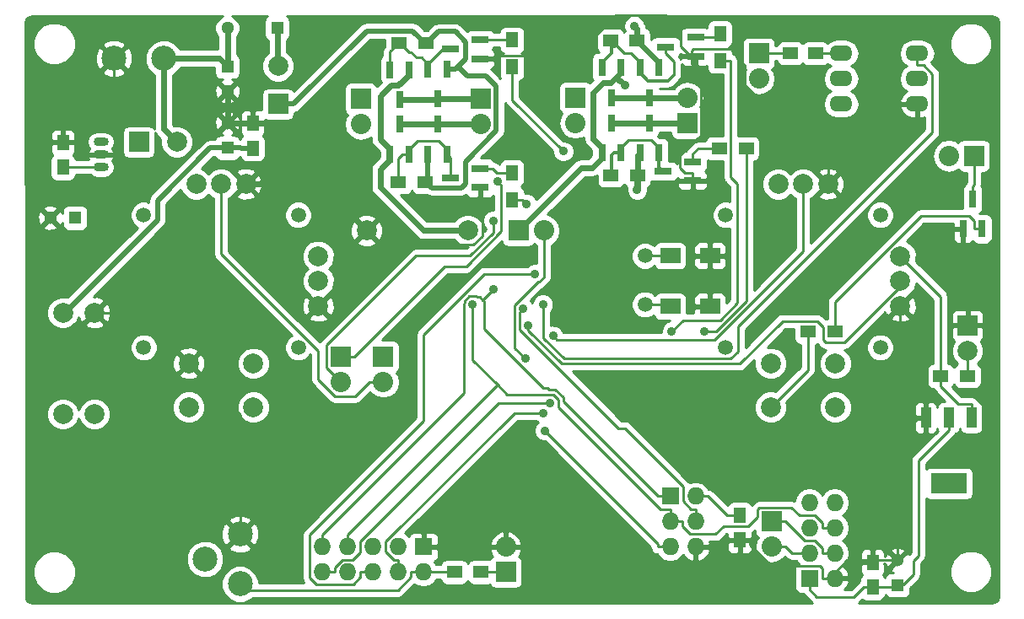
<source format=gbl>
G04 #@! TF.GenerationSoftware,KiCad,Pcbnew,(2017-03-02 revision 906ee77db)-makepkg*
G04 #@! TF.CreationDate,2017-03-05T17:57:52+01:00*
G04 #@! TF.ProjectId,FTController,4654436F6E74726F6C6C65722E6B6963,1.0*
G04 #@! TF.FileFunction,Copper,L2,Bot,Signal*
G04 #@! TF.FilePolarity,Positive*
%FSLAX46Y46*%
G04 Gerber Fmt 4.6, Leading zero omitted, Abs format (unit mm)*
G04 Created by KiCad (PCBNEW (2017-03-02 revision 906ee77db)-makepkg) date 03/05/17 17:57:52*
%MOMM*%
%LPD*%
G01*
G04 APERTURE LIST*
%ADD10C,0.100000*%
%ADD11C,1.998980*%
%ADD12C,1.501140*%
%ADD13R,1.250000X1.500000*%
%ADD14R,2.000000X1.600000*%
%ADD15R,1.998980X1.998980*%
%ADD16C,2.000000*%
%ADD17R,2.000000X2.000000*%
%ADD18R,1.727200X1.727200*%
%ADD19O,1.727200X1.727200*%
%ADD20R,1.800860X0.800100*%
%ADD21R,0.800100X1.800860*%
%ADD22R,1.500000X1.250000*%
%ADD23O,2.300000X1.600000*%
%ADD24C,1.300000*%
%ADD25R,1.300000X1.300000*%
%ADD26O,2.032000X2.032000*%
%ADD27R,2.032000X2.032000*%
%ADD28O,1.501140X0.899160*%
%ADD29C,2.499360*%
%ADD30R,1.500000X1.300000*%
%ADD31R,1.300000X1.500000*%
%ADD32R,3.657600X2.032000*%
%ADD33R,1.016000X2.032000*%
%ADD34C,2.500000*%
%ADD35C,0.889000*%
%ADD36C,0.254000*%
%ADD37C,0.600000*%
%ADD38C,0.300000*%
%ADD39C,0.500000*%
G04 APERTURE END LIST*
D10*
D11*
X227406200Y-129489200D03*
X220903800Y-129489200D03*
X227406200Y-125089920D03*
X220903800Y-125089920D03*
D12*
X216405460Y-123489720D03*
X231904540Y-123489720D03*
X216405460Y-110190280D03*
X231904540Y-110190280D03*
D11*
X226654360Y-107088940D03*
X221655640Y-107088940D03*
X224155000Y-107088940D03*
X233906060Y-119339360D03*
X233906060Y-116840000D03*
X233906060Y-114340640D03*
D13*
X217805000Y-140335000D03*
X217805000Y-142835000D03*
X149860000Y-102910000D03*
X149860000Y-105410000D03*
D14*
X210820000Y-119380000D03*
X214820000Y-119380000D03*
X214820000Y-114300000D03*
X210820000Y-114300000D03*
D11*
X161290000Y-102870000D03*
D15*
X157480000Y-102870000D03*
D16*
X240665000Y-123825000D03*
D17*
X240665000Y-121285000D03*
D18*
X210820000Y-138430000D03*
D19*
X213360000Y-138430000D03*
X210820000Y-140970000D03*
X213360000Y-140970000D03*
X210820000Y-143510000D03*
X213360000Y-143510000D03*
D20*
X213079140Y-104841000D03*
X213079140Y-106741000D03*
X210076860Y-105791000D03*
D21*
X209673000Y-103944140D03*
X207773000Y-103944140D03*
X208723000Y-100941860D03*
X205863000Y-103944140D03*
X203963000Y-103944140D03*
X204913000Y-100941860D03*
X207773000Y-95399560D03*
X209673000Y-95399560D03*
X208723000Y-98401840D03*
X204913000Y-98401840D03*
X205863000Y-95399560D03*
X203963000Y-95399560D03*
D20*
X210357720Y-93321900D03*
X213360000Y-94271900D03*
X213360000Y-92371900D03*
X188729860Y-93551900D03*
X191732140Y-94501900D03*
X191732140Y-92601900D03*
D21*
X187452000Y-98552040D03*
X188402000Y-95549760D03*
X186502000Y-95549760D03*
X182700000Y-95629660D03*
X184600000Y-95629660D03*
X183650000Y-98631940D03*
X188402000Y-104094140D03*
X186502000Y-104094140D03*
X187452000Y-101091860D03*
X183650000Y-101091860D03*
X182700000Y-104094140D03*
X184600000Y-104094140D03*
D20*
X188729860Y-106483000D03*
X191732140Y-107433000D03*
X191732140Y-105533000D03*
D22*
X225385000Y-93980000D03*
X222885000Y-93980000D03*
D23*
X227965000Y-93980000D03*
X227965000Y-96520000D03*
X227965000Y-99060000D03*
X235585000Y-99060000D03*
X235585000Y-96520000D03*
X235585000Y-93980000D03*
D11*
X175486060Y-114340640D03*
X175486060Y-116840000D03*
X175486060Y-119339360D03*
X165735000Y-107088940D03*
X163235640Y-107088940D03*
X168234360Y-107088940D03*
D12*
X173484540Y-110190280D03*
X157985460Y-110190280D03*
X173484540Y-123489720D03*
X157985460Y-123489720D03*
D11*
X162483800Y-125089920D03*
X168986200Y-125089920D03*
X162483800Y-129489200D03*
X168986200Y-129489200D03*
D12*
X208280000Y-114300060D03*
X208280000Y-119181940D03*
D24*
X166370000Y-97790000D03*
D25*
X166370000Y-95290000D03*
D24*
X148590000Y-110490000D03*
D25*
X151090000Y-110490000D03*
D26*
X198120000Y-111760000D03*
D27*
X195580000Y-111760000D03*
X219710000Y-93980000D03*
D26*
X219710000Y-96520000D03*
D27*
X241300000Y-104267000D03*
D26*
X238760000Y-104267000D03*
D27*
X201295000Y-98425000D03*
D26*
X201295000Y-100965000D03*
X212533000Y-98425000D03*
D27*
X212533000Y-100965000D03*
D26*
X179773000Y-101068500D03*
D27*
X179773000Y-98528500D03*
X191770000Y-98552000D03*
D26*
X191770000Y-101092000D03*
D21*
X242123000Y-111587140D03*
X240223000Y-111587140D03*
X241173000Y-108584860D03*
D11*
X149860000Y-120015000D03*
X149860000Y-130175000D03*
X153035000Y-120015000D03*
X153035000Y-130175000D03*
X190500000Y-111760000D03*
X180340000Y-111760000D03*
D28*
X153670000Y-104140000D03*
X153670000Y-102870000D03*
X153670000Y-105410000D03*
D18*
X186055000Y-143510000D03*
D19*
X186055000Y-146050000D03*
X183515000Y-143510000D03*
X183515000Y-146050000D03*
X180975000Y-143510000D03*
X180975000Y-146050000D03*
X178435000Y-143510000D03*
X178435000Y-146050000D03*
X175895000Y-143510000D03*
X175895000Y-146050000D03*
D27*
X194310000Y-146050000D03*
D26*
X194310000Y-143510000D03*
D29*
X164139880Y-144739640D03*
X167640000Y-142240280D03*
X167640000Y-147239000D03*
D30*
X237965000Y-126365000D03*
X240665000Y-126365000D03*
X224630000Y-121920000D03*
X227330000Y-121920000D03*
X218440000Y-103505000D03*
X215740000Y-103505000D03*
X207553000Y-106225000D03*
X204853000Y-106225000D03*
X207513000Y-92686900D03*
X204813000Y-92686900D03*
D31*
X215820000Y-91995000D03*
X215820000Y-94695000D03*
X194945000Y-95330000D03*
X194945000Y-92630000D03*
D30*
X186290000Y-92916900D03*
X183590000Y-92916900D03*
X186250000Y-106887000D03*
X183550000Y-106887000D03*
D31*
X194945000Y-105965000D03*
X194945000Y-108665000D03*
D30*
X191850000Y-146050000D03*
X189150000Y-146050000D03*
D13*
X231140000Y-147554000D03*
X231140000Y-145054000D03*
D25*
X233640000Y-147360000D03*
D24*
X233640000Y-144860000D03*
D32*
X238760000Y-137160000D03*
D33*
X238760000Y-130556000D03*
X241046000Y-130556000D03*
X236474000Y-130556000D03*
D18*
X224790000Y-146685000D03*
D19*
X227330000Y-146685000D03*
X224790000Y-144145000D03*
X227330000Y-144145000D03*
X224790000Y-141605000D03*
X227330000Y-141605000D03*
X224790000Y-139065000D03*
X227330000Y-139065000D03*
D27*
X220980000Y-140970000D03*
D26*
X220980000Y-143510000D03*
D27*
X177726000Y-124426000D03*
D26*
X177726000Y-126966000D03*
X182018000Y-126966000D03*
D27*
X182018000Y-124426000D03*
D25*
X166370000Y-103465000D03*
D24*
X166370000Y-100965000D03*
D13*
X168910000Y-103485000D03*
X168910000Y-100985000D03*
D34*
X159980000Y-94488000D03*
X154980000Y-94488000D03*
D11*
X171450000Y-95250000D03*
D15*
X171450000Y-99060000D03*
D25*
X171370000Y-91440000D03*
D24*
X166370000Y-91440000D03*
D35*
X201796600Y-94761100D03*
X207506600Y-107649700D03*
X207239900Y-91243200D03*
X214237300Y-121884000D03*
X210972700Y-121899400D03*
X200092200Y-103801000D03*
X196418700Y-109107400D03*
X198050000Y-119179300D03*
X196059500Y-119596700D03*
X193054800Y-117675800D03*
X190989900Y-119149900D03*
X196571800Y-121321400D03*
X199054500Y-122331500D03*
X193479600Y-106812800D03*
X193047600Y-110765490D03*
X196282900Y-124622700D03*
X198205100Y-131852000D03*
X206286100Y-97201800D03*
X197250000Y-116102500D03*
X198083400Y-130065600D03*
X198735000Y-129046200D03*
D36*
X217858100Y-93906100D02*
X217858100Y-94742000D01*
X213544600Y-102473600D02*
X213641200Y-102473600D01*
X212297800Y-105959700D02*
X211797300Y-105459200D01*
X214820000Y-114300000D02*
X214820000Y-113118700D01*
X214820000Y-113118700D02*
X213079100Y-111377800D01*
X211797300Y-104220900D02*
X213544600Y-102473600D01*
X213079100Y-111377800D02*
X213079100Y-105959700D01*
X213079100Y-105959700D02*
X212297800Y-105959700D01*
X217858100Y-94742000D02*
X218312600Y-95196500D01*
X217442600Y-93490600D02*
X217858100Y-93906100D01*
X211797300Y-105459200D02*
X211797300Y-104220900D01*
X213641200Y-102473600D02*
X213944000Y-102170800D01*
X213944000Y-102170800D02*
X213944000Y-96002200D01*
X213944000Y-96002200D02*
X212995100Y-95053300D01*
X212995100Y-95053300D02*
X212995100Y-93651300D01*
X212995100Y-93651300D02*
X213155800Y-93490600D01*
X213155800Y-93490600D02*
X217442600Y-93490600D01*
X218312600Y-95196500D02*
X218312600Y-97141800D01*
X218312600Y-97141800D02*
X225776800Y-104606000D01*
X225776800Y-104606000D02*
X226654400Y-104606000D01*
X213360000Y-94271900D02*
X212859620Y-94271900D01*
X212859620Y-94271900D02*
X211836000Y-93248280D01*
X201796600Y-93714698D02*
X201796600Y-94132483D01*
X211836000Y-93248280D02*
X211836000Y-91694000D01*
X211836000Y-91694000D02*
X210312000Y-90170000D01*
X210312000Y-90170000D02*
X205341298Y-90170000D01*
X205341298Y-90170000D02*
X201796600Y-93714698D01*
X201796600Y-94132483D02*
X201796600Y-94761100D01*
D37*
X166370000Y-97790000D02*
X166370000Y-100965000D01*
D36*
X233640000Y-144860000D02*
X233640000Y-132628000D01*
X235712000Y-130556000D02*
X236474000Y-130556000D01*
X233640000Y-132628000D02*
X235712000Y-130556000D01*
X233640000Y-144860000D02*
X231334000Y-144860000D01*
X231334000Y-144860000D02*
X231140000Y-145054000D01*
D37*
X170135000Y-100985000D02*
X172720000Y-103570000D01*
X172720000Y-103570000D02*
X176784000Y-107634000D01*
X168234360Y-107088940D02*
X169647852Y-107088940D01*
X169647852Y-107088940D02*
X172720000Y-104016792D01*
X172720000Y-104016792D02*
X172720000Y-103570000D01*
X176784000Y-107634000D02*
X176784000Y-108204000D01*
X176784000Y-108204000D02*
X180340000Y-111760000D01*
X168910000Y-100985000D02*
X170135000Y-100985000D01*
X166370000Y-100965000D02*
X168890000Y-100965000D01*
X168890000Y-100965000D02*
X168910000Y-100985000D01*
D36*
X236474000Y-130556000D02*
X236474000Y-129158700D01*
X218811300Y-143338200D02*
X218811300Y-142835000D01*
X220913200Y-145440100D02*
X218811300Y-143338200D01*
X225851700Y-145440100D02*
X220913200Y-145440100D01*
X226085100Y-145673500D02*
X225851700Y-145440100D01*
X226085100Y-146685000D02*
X226085100Y-145673500D01*
X217805000Y-142835000D02*
X218811300Y-142835000D01*
X235585000Y-99060000D02*
X234053700Y-99060000D01*
X236474000Y-129158700D02*
X233906100Y-126590800D01*
X233906100Y-126590800D02*
X233906100Y-119339400D01*
X157408900Y-120015000D02*
X153035000Y-120015000D01*
X162483800Y-125089900D02*
X157408900Y-120015000D01*
X167640000Y-130246100D02*
X167640000Y-142240300D01*
X162483800Y-125089900D02*
X167640000Y-130246100D01*
X214820000Y-114300000D02*
X214820000Y-119380000D01*
X149860000Y-102910000D02*
X150866300Y-102910000D01*
X153670000Y-104140000D02*
X152538100Y-104140000D01*
X152538100Y-104140000D02*
X151087200Y-102689100D01*
X154980000Y-98796300D02*
X151087200Y-102689100D01*
X154980000Y-94488000D02*
X154980000Y-98796300D01*
X151087200Y-102689100D02*
X150866300Y-102910000D01*
X226654400Y-104606000D02*
X226654400Y-107088900D01*
X228507700Y-104606000D02*
X226654400Y-104606000D01*
X234053700Y-99060000D02*
X228507700Y-104606000D01*
X240665000Y-113310800D02*
X240223000Y-112868800D01*
X240665000Y-121285000D02*
X240665000Y-113310800D01*
X240223000Y-111587100D02*
X240223000Y-112868800D01*
X216123700Y-143510000D02*
X216798700Y-142835000D01*
X213360000Y-143510000D02*
X216123700Y-143510000D01*
X217805000Y-142835000D02*
X216798700Y-142835000D01*
X191732100Y-94501900D02*
X193013800Y-94501900D01*
X186055000Y-143510000D02*
X194310000Y-143510000D01*
X227330000Y-146685000D02*
X226760500Y-146685000D01*
X226760500Y-146685000D02*
X226085100Y-146685000D01*
X201796600Y-94190600D02*
X201796600Y-94761100D01*
X193325100Y-94190600D02*
X193013800Y-94501900D01*
X201796600Y-94190600D02*
X193325100Y-94190600D01*
X226760500Y-146685000D02*
X228585500Y-144860000D01*
X228585500Y-144860000D02*
X233640000Y-144860000D01*
X191732100Y-107433000D02*
X191732100Y-108214400D01*
X181632400Y-113052400D02*
X181632400Y-113193100D01*
X180340000Y-111760000D02*
X181632400Y-113052400D01*
X175486100Y-119339400D02*
X181632400Y-113193100D01*
X191976300Y-108458600D02*
X191732100Y-108214400D01*
X191976300Y-112301700D02*
X191976300Y-108458600D01*
X191084900Y-113193100D02*
X191976300Y-112301700D01*
X181632400Y-113193100D02*
X191084900Y-113193100D01*
X153670000Y-105410000D02*
X149860000Y-105410000D01*
X237965000Y-118399500D02*
X233906100Y-114340600D01*
X237965000Y-126365000D02*
X237965000Y-118399500D01*
X239727400Y-129158700D02*
X237965000Y-127396300D01*
X241046000Y-129158700D02*
X239727400Y-129158700D01*
X241046000Y-130556000D02*
X241046000Y-129158700D01*
X237965000Y-126365000D02*
X237965000Y-127396300D01*
X189150000Y-146050000D02*
X186055000Y-146050000D01*
X168251400Y-147850400D02*
X167640000Y-147239000D01*
X183476500Y-147850400D02*
X168251400Y-147850400D01*
X184810100Y-146516800D02*
X183476500Y-147850400D01*
X184810100Y-146050000D02*
X184810100Y-146516800D01*
X186055000Y-146050000D02*
X184810100Y-146050000D01*
X216509900Y-140335000D02*
X217805000Y-140335000D01*
X214604900Y-138430000D02*
X216509900Y-140335000D01*
X213360000Y-138430000D02*
X214604900Y-138430000D01*
X208280000Y-119182000D02*
X208280100Y-119182000D01*
X210622000Y-119182000D02*
X210820000Y-119380000D01*
X208280100Y-119182000D02*
X210622000Y-119182000D01*
X208280100Y-119182000D02*
X208280000Y-119181900D01*
X208280000Y-114300000D02*
X208280100Y-114300000D01*
X208280100Y-114300000D02*
X210820000Y-114300000D01*
X208280100Y-114300000D02*
X208280000Y-114300100D01*
D37*
X207553000Y-106225000D02*
X207553000Y-107603300D01*
X207553000Y-107603300D02*
X207506600Y-107649700D01*
X207513000Y-92686900D02*
X209673000Y-94846900D01*
X209673000Y-94846900D02*
X209673000Y-95399560D01*
X207553000Y-106225000D02*
X207553000Y-104164140D01*
X207553000Y-104164140D02*
X207773000Y-103944140D01*
X207513000Y-92686900D02*
X207513000Y-91516300D01*
X207513000Y-91516300D02*
X207239900Y-91243200D01*
D38*
X209673000Y-95399600D02*
X209673000Y-95900000D01*
D39*
X186502000Y-104094000D02*
X186502000Y-104094100D01*
X188402000Y-95549700D02*
X188402000Y-95549800D01*
D38*
X186190000Y-92916900D02*
X186198000Y-92916900D01*
D39*
X186198000Y-92916900D02*
X186290000Y-92916900D01*
X168910000Y-103485000D02*
X167734700Y-103485000D01*
X207513000Y-92686900D02*
X207461000Y-92686900D01*
D38*
X207413000Y-92686900D02*
X207461000Y-92686900D01*
X209673000Y-94899200D02*
X209673000Y-95399600D01*
X207461000Y-92686900D02*
X209673000Y-94899200D01*
D39*
X188402000Y-95549700D02*
X188410000Y-95549700D01*
D38*
X188410000Y-95129200D02*
X188410000Y-95549700D01*
X188410000Y-95549700D02*
X188410000Y-95629600D01*
D39*
X167714700Y-103465000D02*
X166370000Y-103465000D01*
X167734700Y-103485000D02*
X167714700Y-103465000D01*
X150046700Y-120015000D02*
X149860000Y-120015000D01*
X159366800Y-110694900D02*
X150046700Y-120015000D01*
X159366800Y-108743200D02*
X159366800Y-110694900D01*
X164645000Y-103465000D02*
X159366800Y-108743200D01*
X166370000Y-103465000D02*
X164645000Y-103465000D01*
X186376000Y-106761000D02*
X186326000Y-106711000D01*
D38*
X186510000Y-106527000D02*
X186326000Y-106711000D01*
D39*
X186502000Y-106635000D02*
X186376000Y-106761000D01*
X186502000Y-104094100D02*
X186502000Y-106635000D01*
X186376000Y-106761000D02*
X186250000Y-106887000D01*
X184989600Y-91716500D02*
X186190000Y-92916900D01*
X180343300Y-91716500D02*
X184989600Y-91716500D01*
X172999800Y-99060000D02*
X180343300Y-91716500D01*
X171450000Y-99060000D02*
X172999800Y-99060000D01*
X189302000Y-95549700D02*
X189550800Y-95300900D01*
X188410000Y-95549700D02*
X189302000Y-95549700D01*
X186390000Y-92916900D02*
X186290000Y-92916900D01*
X187540000Y-91766900D02*
X186390000Y-92916900D01*
X189236000Y-91766900D02*
X187540000Y-91766900D01*
X190282000Y-92813300D02*
X189236000Y-91766900D01*
X190282000Y-94569600D02*
X190282000Y-92813300D01*
X189550800Y-95300900D02*
X190282000Y-94569600D01*
D38*
X186326000Y-106711000D02*
X186238000Y-106799000D01*
X186238000Y-106799000D02*
X186150000Y-106887000D01*
D39*
X190471900Y-96222000D02*
X189550800Y-95300900D01*
X192297500Y-96222000D02*
X190471900Y-96222000D01*
X193356400Y-97280900D02*
X192297500Y-96222000D01*
X193356400Y-101720900D02*
X193356400Y-97280900D01*
X190249000Y-104828300D02*
X193356400Y-101720900D01*
X190249000Y-107051600D02*
X190249000Y-104828300D01*
X189843300Y-107457300D02*
X190249000Y-107051600D01*
X186896300Y-107457300D02*
X189843300Y-107457300D01*
X186238000Y-106799000D02*
X186896300Y-107457300D01*
X207453000Y-106225000D02*
X207506600Y-106225000D01*
X207506600Y-106225000D02*
X207553000Y-106225000D01*
X207506600Y-107649700D02*
X207506600Y-106225000D01*
D36*
X240665000Y-126365000D02*
X240665000Y-123825000D01*
X215405300Y-121884000D02*
X214237300Y-121884000D01*
X218440000Y-118849300D02*
X215405300Y-121884000D01*
X218440000Y-103505000D02*
X218440000Y-118849300D01*
X215820000Y-94695000D02*
X216851300Y-94695000D01*
X212123900Y-120748200D02*
X210972700Y-121899400D01*
X215822300Y-120748200D02*
X212123900Y-120748200D01*
X217588500Y-118982000D02*
X215822300Y-120748200D01*
X217588500Y-107070400D02*
X217588500Y-118982000D01*
X216871400Y-106353300D02*
X217588500Y-107070400D01*
X216871400Y-94715100D02*
X216871400Y-106353300D01*
X216851300Y-94695000D02*
X216871400Y-94715100D01*
X194945000Y-98653800D02*
X194945000Y-95330000D01*
X200092200Y-103801000D02*
X194945000Y-98653800D01*
X194945000Y-108665000D02*
X195976300Y-108665000D01*
X195976300Y-108665000D02*
X196418700Y-109107400D01*
X235585000Y-93980000D02*
X235585000Y-95161300D01*
X198050000Y-122530000D02*
X198050000Y-119179300D01*
X200152700Y-124632700D02*
X198050000Y-122530000D01*
X216877500Y-124632700D02*
X200152700Y-124632700D01*
X217597200Y-123913000D02*
X216877500Y-124632700D01*
X217597200Y-121416500D02*
X217597200Y-123913000D01*
X237147700Y-101866000D02*
X217597200Y-121416500D01*
X237147700Y-96059500D02*
X237147700Y-101866000D01*
X236249500Y-95161300D02*
X237147700Y-96059500D01*
X235585000Y-95161300D02*
X236249500Y-95161300D01*
X213360000Y-140970000D02*
X213360000Y-139725100D01*
X195745900Y-119910300D02*
X196059500Y-119596700D01*
X195745900Y-121719400D02*
X195745900Y-119910300D01*
X205623500Y-131597000D02*
X195745900Y-121719400D01*
X206253500Y-131597000D02*
X205623500Y-131597000D01*
X212115100Y-137458600D02*
X206253500Y-131597000D01*
X212115100Y-138947100D02*
X212115100Y-137458600D01*
X212893100Y-139725100D02*
X212115100Y-138947100D01*
X213360000Y-139725100D02*
X212893100Y-139725100D01*
X210820000Y-138430000D02*
X209575100Y-138430000D01*
X175895000Y-143510000D02*
X175895000Y-142265100D01*
X193054800Y-117675800D02*
X192009400Y-118721200D01*
X190083900Y-128076200D02*
X175895000Y-142265100D01*
X190083900Y-119107100D02*
X190083900Y-128076200D01*
X190164100Y-119026900D02*
X190083900Y-119107100D01*
X190164100Y-118807900D02*
X190164100Y-119026900D01*
X190647900Y-118324100D02*
X190164100Y-118807900D01*
X191332000Y-118324100D02*
X190647900Y-118324100D01*
X191441500Y-118433600D02*
X191332000Y-118324100D01*
X191721700Y-118433600D02*
X191441500Y-118433600D01*
X192009400Y-118721200D02*
X191721700Y-118433600D01*
X192124000Y-118835900D02*
X192009400Y-118721200D01*
X192124000Y-121632500D02*
X192124000Y-118835900D01*
X198034100Y-127542600D02*
X192124000Y-121632500D01*
X198469400Y-127542600D02*
X198034100Y-127542600D01*
X198638900Y-127712100D02*
X198469400Y-127542600D01*
X199287600Y-127712100D02*
X198638900Y-127712100D01*
X200069100Y-128493600D02*
X199287600Y-127712100D01*
X200069100Y-128924000D02*
X200069100Y-128493600D01*
X209575100Y-138430000D02*
X200069100Y-128924000D01*
X210820000Y-140970000D02*
X210820000Y-139725100D01*
X178435000Y-143510000D02*
X178435000Y-142265100D01*
X212064900Y-141485800D02*
X212064900Y-140970000D01*
X212819100Y-142240000D02*
X212064900Y-141485800D01*
X215386600Y-142240000D02*
X212819100Y-142240000D01*
X216160200Y-141466400D02*
X215386600Y-142240000D01*
X218632700Y-141466400D02*
X216160200Y-141466400D01*
X219582600Y-140516500D02*
X218632700Y-141466400D01*
X219582600Y-139777500D02*
X219582600Y-140516500D01*
X219787500Y-139572600D02*
X219582600Y-139777500D01*
X223005200Y-139572600D02*
X219787500Y-139572600D01*
X223792700Y-140360100D02*
X223005200Y-139572600D01*
X225307100Y-140360100D02*
X223792700Y-140360100D01*
X226085100Y-141138100D02*
X225307100Y-140360100D01*
X226085100Y-141605000D02*
X226085100Y-141138100D01*
X227330000Y-141605000D02*
X226085100Y-141605000D01*
X210820000Y-140970000D02*
X212064900Y-140970000D01*
X178435000Y-142265100D02*
X193462600Y-127237500D01*
X190989900Y-124764800D02*
X190989900Y-119149900D01*
X193462600Y-127237500D02*
X190989900Y-124764800D01*
X194445500Y-128220400D02*
X193462600Y-127237500D01*
X199077100Y-128220400D02*
X194445500Y-128220400D01*
X199560800Y-128704100D02*
X199077100Y-128220400D01*
X199560800Y-129480800D02*
X199560800Y-128704100D01*
X209805100Y-139725100D02*
X199560800Y-129480800D01*
X210820000Y-139725100D02*
X209805100Y-139725100D01*
X233906100Y-117364300D02*
X233906100Y-116840000D01*
X228319000Y-122951400D02*
X233906100Y-117364300D01*
X226422200Y-122951400D02*
X228319000Y-122951400D01*
X226198700Y-122727900D02*
X226422200Y-122951400D01*
X226198700Y-121496100D02*
X226198700Y-122727900D01*
X225553600Y-120851000D02*
X226198700Y-121496100D01*
X222097600Y-120851000D02*
X225553600Y-120851000D01*
X217807600Y-125141000D02*
X222097600Y-120851000D01*
X199942200Y-125141000D02*
X217807600Y-125141000D01*
X196571800Y-121770600D02*
X199942200Y-125141000D01*
X196571800Y-121321400D02*
X196571800Y-121770600D01*
X199448300Y-122725300D02*
X199054500Y-122331500D01*
X215282800Y-122725300D02*
X199448300Y-122725300D01*
X224155000Y-113853100D02*
X215282800Y-122725300D01*
X224155000Y-107088900D02*
X224155000Y-113853100D01*
X165735000Y-114118200D02*
X165735000Y-107088900D01*
X175472600Y-123855800D02*
X165735000Y-114118200D01*
X175472600Y-126700400D02*
X175472600Y-123855800D01*
X177144700Y-128372500D02*
X175472600Y-126700400D01*
X179214200Y-128372500D02*
X177144700Y-128372500D01*
X180620700Y-126966000D02*
X179214200Y-128372500D01*
X182018000Y-126966000D02*
X180620700Y-126966000D01*
X177726000Y-124426000D02*
X179123300Y-124426000D01*
X193873400Y-107206600D02*
X193479600Y-106812800D01*
X193873400Y-111842500D02*
X193873400Y-107206600D01*
X190376400Y-115339500D02*
X193873400Y-111842500D01*
X188209800Y-115339500D02*
X190376400Y-115339500D01*
X179123300Y-124426000D02*
X188209800Y-115339500D01*
X193047600Y-111949400D02*
X193047600Y-111394107D01*
X190707800Y-114289200D02*
X193047600Y-111949400D01*
X185281000Y-114289200D02*
X190707800Y-114289200D01*
X193047600Y-111394107D02*
X193047600Y-110765490D01*
X176328600Y-123241600D02*
X185281000Y-114289200D01*
X176328600Y-125568600D02*
X176328600Y-123241600D01*
X177726000Y-126966000D02*
X176328600Y-125568600D01*
X198120000Y-116465300D02*
X198120000Y-113157300D01*
X197654900Y-116930400D02*
X198120000Y-116465300D01*
X197555000Y-116930400D02*
X197654900Y-116930400D01*
X195221200Y-119264200D02*
X197555000Y-116930400D01*
X195221200Y-123561000D02*
X195221200Y-119264200D01*
X196282900Y-124622700D02*
X195221200Y-123561000D01*
X198120000Y-111760000D02*
X198120000Y-113157300D01*
X210820000Y-143510000D02*
X209575100Y-143510000D01*
X209575100Y-143222000D02*
X198205100Y-131852000D01*
X209575100Y-143510000D02*
X209575100Y-143222000D01*
X213633800Y-103505000D02*
X213079100Y-104059700D01*
X215740000Y-103505000D02*
X213633800Y-103505000D01*
X213079100Y-104841000D02*
X213079100Y-104059700D01*
X205863000Y-103944140D02*
X205863000Y-103443760D01*
X205863000Y-103443760D02*
X206640051Y-102666709D01*
X206640051Y-102666709D02*
X208895949Y-102666709D01*
X208895949Y-102666709D02*
X209673000Y-103443760D01*
X209673000Y-103443760D02*
X209673000Y-103944140D01*
D38*
X209673000Y-105387000D02*
X210076900Y-105790900D01*
X209673000Y-103944100D02*
X209673000Y-105387000D01*
X210076900Y-105790900D02*
X210077000Y-105791000D01*
D36*
X210076900Y-105790900D02*
X210076900Y-105791000D01*
X204853000Y-106225000D02*
X204953000Y-106225000D01*
X205863000Y-103944100D02*
X205863000Y-103944000D01*
D38*
X205163000Y-103944000D02*
X205863000Y-103944000D01*
X204953000Y-104154000D02*
X205163000Y-103944000D01*
X204953000Y-106225000D02*
X204953000Y-104154000D01*
X209673000Y-103444000D02*
X209673000Y-103944100D01*
X205863000Y-103944000D02*
X205863000Y-103444000D01*
D37*
X205863000Y-95899940D02*
X204811531Y-96951409D01*
X204811531Y-96951409D02*
X204072949Y-96951409D01*
X203063000Y-97961358D02*
X203063000Y-102544000D01*
X204072949Y-96951409D02*
X203063000Y-97961358D01*
X203963000Y-103444000D02*
X203063000Y-102544000D01*
X205863000Y-95399560D02*
X205863000Y-95899940D01*
X203963000Y-103443760D02*
X203963000Y-103944140D01*
X206286100Y-97201800D02*
X205841601Y-96757301D01*
X205841601Y-96757301D02*
X205770301Y-96757301D01*
X205770301Y-96757301D02*
X205388000Y-96375000D01*
X205863000Y-95399560D02*
X205863000Y-95900000D01*
X205863000Y-95900000D02*
X205388000Y-96375000D01*
X190500000Y-111760000D02*
X186032998Y-111760000D01*
X186032998Y-111760000D02*
X181699950Y-107426952D01*
X181699950Y-107426952D02*
X181699950Y-105594570D01*
X181699950Y-105594570D02*
X182700000Y-104594520D01*
X182700000Y-104594520D02*
X182700000Y-104094140D01*
X184600000Y-95629660D02*
X184600000Y-96130040D01*
X182809949Y-97181509D02*
X181699950Y-98291508D01*
X184600000Y-96130040D02*
X183548531Y-97181509D01*
X182700000Y-103593760D02*
X182700000Y-104094140D01*
X183548531Y-97181509D02*
X182809949Y-97181509D01*
X181699950Y-98291508D02*
X181699950Y-102593710D01*
X181699950Y-102593710D02*
X182700000Y-103593760D01*
X203963000Y-103944140D02*
X203963000Y-104444520D01*
X203963000Y-104444520D02*
X202962950Y-105444570D01*
X202962950Y-105444570D02*
X201895430Y-105444570D01*
X201895430Y-105444570D02*
X195580000Y-111760000D01*
X203963000Y-103944140D02*
X203963000Y-103444000D01*
D38*
X184600000Y-95456900D02*
X184600000Y-95629600D01*
X184600000Y-95629600D02*
X184600000Y-95629700D01*
X184600000Y-95629700D02*
X184600000Y-95957300D01*
D39*
X184600000Y-95629600D02*
X184600000Y-95629700D01*
X184600000Y-95629700D02*
X184600000Y-95957300D01*
X182700000Y-103594000D02*
X182700000Y-104094000D01*
X181800000Y-102694000D02*
X182700000Y-103594000D01*
X181800000Y-98191500D02*
X181800000Y-102694000D01*
X182810000Y-97181500D02*
X181800000Y-98191500D01*
X183549000Y-97181500D02*
X182810000Y-97181500D01*
X184600000Y-96130000D02*
X183549000Y-97181500D01*
X184600000Y-95957300D02*
X184600000Y-96130000D01*
X182700000Y-104094000D02*
X182700000Y-104094100D01*
X203963000Y-103944000D02*
X203963000Y-103944100D01*
X203963000Y-103444000D02*
X203963000Y-103944000D01*
D37*
X208723000Y-100941860D02*
X212509860Y-100941860D01*
X212509860Y-100941860D02*
X212533000Y-100965000D01*
X204913000Y-100941860D02*
X208723000Y-100941860D01*
D39*
X212533000Y-100965000D02*
X204936140Y-100965000D01*
X204936140Y-100965000D02*
X204913000Y-100941860D01*
D36*
X212533000Y-100965000D02*
X212533000Y-100942000D01*
D38*
X204913100Y-100942000D02*
X204913000Y-100942000D01*
D36*
X204913100Y-100942000D02*
X204913000Y-100941900D01*
X208723100Y-100942000D02*
X208723000Y-100941900D01*
D38*
X212533000Y-100942000D02*
X208723100Y-100942000D01*
X208723100Y-100942000D02*
X204913100Y-100942000D01*
D36*
X206853820Y-93980000D02*
X206206100Y-93980000D01*
X206206100Y-93980000D02*
X204913000Y-92686900D01*
X204913000Y-92686900D02*
X204813000Y-92686900D01*
X207773000Y-95399560D02*
X207773000Y-94899180D01*
X207773000Y-94899180D02*
X206853820Y-93980000D01*
X211194000Y-96134300D02*
X211194000Y-94812230D01*
X211194000Y-94812230D02*
X210357720Y-93975950D01*
X210357720Y-93975950D02*
X210357720Y-93321900D01*
D38*
X210628000Y-96700000D02*
X211194000Y-96134300D01*
X208573000Y-96700000D02*
X210628000Y-96700000D01*
X207773000Y-95900000D02*
X208573000Y-96700000D01*
X207773000Y-95399600D02*
X207773000Y-95900000D01*
D36*
X209993000Y-93321900D02*
X209992900Y-93321900D01*
X204913000Y-92786900D02*
X204913000Y-93236900D01*
X204813000Y-92686900D02*
X204913000Y-92786900D01*
D38*
X204913000Y-93949200D02*
X204913000Y-93236900D01*
X203963000Y-94899200D02*
X204913000Y-93949200D01*
X203963000Y-95399600D02*
X203963000Y-94899200D01*
X207773000Y-94899200D02*
X207773000Y-95399600D01*
X204913000Y-93236900D02*
X205260000Y-93236900D01*
D37*
X208723000Y-98401840D02*
X204913000Y-98401840D01*
X212533000Y-98425000D02*
X208746160Y-98425000D01*
X208746160Y-98425000D02*
X208723000Y-98401840D01*
D39*
X212533000Y-98425000D02*
X204936160Y-98425000D01*
X204936160Y-98425000D02*
X204913000Y-98401840D01*
D36*
X212533000Y-98425000D02*
X212533000Y-98401900D01*
D38*
X204913100Y-98401900D02*
X204913000Y-98401900D01*
D36*
X204913100Y-98401900D02*
X204913000Y-98401800D01*
D38*
X208723100Y-98401900D02*
X204913100Y-98401900D01*
X212533000Y-98401900D02*
X208723100Y-98401900D01*
D36*
X208723100Y-98401900D02*
X208723000Y-98401800D01*
X213360000Y-92371900D02*
X215443100Y-92371900D01*
X215443100Y-92371900D02*
X215820000Y-91995000D01*
X188730000Y-93551900D02*
X189231000Y-93551900D01*
X182700000Y-93806900D02*
X183590000Y-92916900D01*
X182700000Y-95629600D02*
X182700000Y-93806900D01*
D38*
X183690000Y-92916900D02*
X183815000Y-92916900D01*
X189231000Y-93551900D02*
X189365000Y-93686500D01*
D36*
X183590000Y-92916900D02*
X183690000Y-92916900D01*
X185848000Y-94395300D02*
X186502000Y-95049300D01*
X185348000Y-94395300D02*
X185848000Y-94395300D01*
X184773000Y-93820900D02*
X185348000Y-94395300D01*
X184594000Y-93820900D02*
X184773000Y-93820900D01*
X183690000Y-92916900D02*
X184594000Y-93820900D01*
X189231000Y-93551900D02*
X188730000Y-93551900D01*
X188730000Y-93551900D02*
X188729900Y-93551900D01*
X187999000Y-93551900D02*
X186502000Y-95049300D01*
X188729900Y-93551900D02*
X187999000Y-93551900D01*
X186502000Y-95049300D02*
X186502000Y-95549700D01*
X186502000Y-95549700D02*
X186502000Y-95549800D01*
X182700000Y-95629700D02*
X182700000Y-95629600D01*
D38*
X186510000Y-96130000D02*
X186510000Y-95629600D01*
X186510000Y-95629600D02*
X186510000Y-95129200D01*
D36*
X186502000Y-95621600D02*
X186502000Y-95549800D01*
X186510000Y-95629600D02*
X186502000Y-95621600D01*
X194917000Y-92601900D02*
X194945000Y-92630000D01*
X191733000Y-92601900D02*
X194917000Y-92601900D01*
X191733000Y-92601900D02*
X191732100Y-92601900D01*
D37*
X187452000Y-98552040D02*
X191769960Y-98552040D01*
X191769960Y-98552040D02*
X191770000Y-98552000D01*
X183650000Y-98631940D02*
X187372100Y-98631940D01*
X187372100Y-98631940D02*
X187452000Y-98552040D01*
D36*
X183730000Y-98552000D02*
X183650000Y-98631900D01*
X187452000Y-98552000D02*
X183730000Y-98552000D01*
X183857000Y-98425000D02*
X183650000Y-98631900D01*
X187587000Y-98552000D02*
X187460000Y-98425000D01*
X191770000Y-98552000D02*
X187587000Y-98552000D01*
X187587000Y-98552000D02*
X187452000Y-98552000D01*
D38*
X184600000Y-104675000D02*
X184600000Y-104094100D01*
X188410000Y-104174000D02*
X188410000Y-103392000D01*
X188730000Y-104494000D02*
X188410000Y-104174000D01*
D36*
X184600000Y-104094000D02*
X184600000Y-103674000D01*
X183946000Y-104094000D02*
X184600000Y-104094000D01*
X183550000Y-104490000D02*
X183946000Y-104094000D01*
X183550000Y-106887000D02*
X183550000Y-104490000D01*
D38*
X184600000Y-103674000D02*
X184600000Y-104094100D01*
D36*
X188402000Y-104094000D02*
X188566000Y-104258500D01*
X188402000Y-103594000D02*
X188402000Y-104094000D01*
X187575000Y-102767000D02*
X188402000Y-103594000D01*
X185427000Y-102767000D02*
X187575000Y-102767000D01*
X184600000Y-103594000D02*
X185427000Y-102767000D01*
X184600000Y-103674000D02*
X184600000Y-103594000D01*
X188730000Y-104423000D02*
X188730000Y-104494000D01*
X188566000Y-104258500D02*
X188730000Y-104423000D01*
X188402000Y-104094500D02*
X188402000Y-104094100D01*
X188566000Y-104258500D02*
X188402000Y-104094500D01*
X188730000Y-106483000D02*
X188730000Y-105488500D01*
X188730000Y-105488500D02*
X188730000Y-104494000D01*
X188729900Y-105488600D02*
X188729900Y-106483000D01*
X188730000Y-105488500D02*
X188729900Y-105488600D01*
D37*
X187452000Y-101091860D02*
X191769860Y-101091860D01*
X191769860Y-101091860D02*
X191770000Y-101092000D01*
X183650000Y-101091860D02*
X187452000Y-101091860D01*
D36*
X187451900Y-101092000D02*
X191770000Y-101092000D01*
X187451900Y-101092000D02*
X187452000Y-101091900D01*
X183650000Y-101092000D02*
X183650100Y-101092000D01*
X183650100Y-101092000D02*
X187451900Y-101092000D01*
X183650100Y-101092000D02*
X183650000Y-101091900D01*
X193445800Y-105965000D02*
X193013800Y-105533000D01*
X194945000Y-105965000D02*
X193445800Y-105965000D01*
X191732100Y-105533000D02*
X193013800Y-105533000D01*
X227965000Y-93980000D02*
X225385000Y-93980000D01*
X219710000Y-93980000D02*
X222885000Y-93980000D01*
X241341600Y-110805700D02*
X241341600Y-111587100D01*
X240841200Y-110305300D02*
X241341600Y-110805700D01*
X235981700Y-110305300D02*
X240841200Y-110305300D01*
X227330000Y-118957000D02*
X235981700Y-110305300D01*
X227330000Y-121920000D02*
X227330000Y-118957000D01*
X242123000Y-111587100D02*
X241341600Y-111587100D01*
X224630000Y-125763000D02*
X220903800Y-129489200D01*
X224630000Y-121920000D02*
X224630000Y-125763000D01*
X241300000Y-107176200D02*
X241173000Y-107303200D01*
X241300000Y-104267000D02*
X241300000Y-107176200D01*
X241173000Y-108584900D02*
X241173000Y-107303200D01*
X180975000Y-146050000D02*
X179730100Y-146050000D01*
X179730100Y-146565800D02*
X179730100Y-146050000D01*
X179000900Y-147295000D02*
X179730100Y-146565800D01*
X175310500Y-147295000D02*
X179000900Y-147295000D01*
X174622000Y-146606500D02*
X175310500Y-147295000D01*
X174622000Y-142299900D02*
X174622000Y-146606500D01*
X186051800Y-130870100D02*
X174622000Y-142299900D01*
X186051800Y-122201400D02*
X186051800Y-130870100D01*
X192150700Y-116102500D02*
X186051800Y-122201400D01*
X197250000Y-116102500D02*
X192150700Y-116102500D01*
X198083400Y-130065700D02*
X198083400Y-130065600D01*
X195188200Y-130065700D02*
X198083400Y-130065700D01*
X182264400Y-142989500D02*
X195188200Y-130065700D01*
X182264400Y-144021300D02*
X182264400Y-142989500D01*
X183048200Y-144805100D02*
X182264400Y-144021300D01*
X183515000Y-144805100D02*
X183048200Y-144805100D01*
X183515000Y-146050000D02*
X183515000Y-144805100D01*
X193623900Y-129046200D02*
X198735000Y-129046200D01*
X179705000Y-142965100D02*
X193623900Y-129046200D01*
X179705000Y-144061400D02*
X179705000Y-142965100D01*
X178961300Y-144805100D02*
X179705000Y-144061400D01*
X177917900Y-144805100D02*
X178961300Y-144805100D01*
X177139900Y-145583100D02*
X177917900Y-144805100D01*
X177139900Y-146050000D02*
X177139900Y-145583100D01*
X175895000Y-146050000D02*
X177139900Y-146050000D01*
X191850000Y-146050000D02*
X194310000Y-146050000D01*
X235204000Y-146304000D02*
X234188000Y-147320000D01*
X235204000Y-144892000D02*
X235204000Y-146304000D01*
X235712000Y-134874000D02*
X235712000Y-144384000D01*
X235712000Y-144384000D02*
X235204000Y-144892000D01*
X238760000Y-130556000D02*
X238760000Y-131826000D01*
X238760000Y-131826000D02*
X235712000Y-134874000D01*
X231140000Y-147554000D02*
X233446000Y-147554000D01*
X233446000Y-147554000D02*
X233640000Y-147360000D01*
X224790000Y-146685000D02*
X224790000Y-147802600D01*
X224790000Y-147802600D02*
X225545400Y-148558000D01*
X225545400Y-148558000D02*
X229257000Y-148558000D01*
X229257000Y-148558000D02*
X230261000Y-147554000D01*
X230261000Y-147554000D02*
X231140000Y-147554000D01*
X224307400Y-142900100D02*
X222377300Y-140970000D01*
X225307100Y-142900100D02*
X224307400Y-142900100D01*
X226085100Y-143678100D02*
X225307100Y-142900100D01*
X226085100Y-144145000D02*
X226085100Y-143678100D01*
X227330000Y-144145000D02*
X226085100Y-144145000D01*
X220980000Y-140970000D02*
X222377300Y-140970000D01*
X223012300Y-144145000D02*
X222377300Y-143510000D01*
X224790000Y-144145000D02*
X223012300Y-144145000D01*
X220980000Y-143510000D02*
X222377300Y-143510000D01*
D37*
X166370000Y-95290000D02*
X166370000Y-91440000D01*
X165568000Y-94488000D02*
X166370000Y-95290000D01*
X159980000Y-94488000D02*
X165568000Y-94488000D01*
X159980000Y-101560000D02*
X161290000Y-102870000D01*
X159980000Y-94488000D02*
X159980000Y-101560000D01*
X171370000Y-95170000D02*
X171450000Y-95250000D01*
X171370000Y-91440000D02*
X171370000Y-95170000D01*
D36*
G36*
X165643057Y-90349995D02*
X165281265Y-90711155D01*
X165085223Y-91183276D01*
X165084777Y-91694481D01*
X165279995Y-92166943D01*
X165435000Y-92322219D01*
X165435000Y-93553000D01*
X161633239Y-93553000D01*
X161578957Y-93421628D01*
X161049161Y-92890907D01*
X160356595Y-92603328D01*
X159606695Y-92602674D01*
X158913628Y-92889043D01*
X158382907Y-93418839D01*
X158095328Y-94111405D01*
X158094674Y-94861305D01*
X158381043Y-95554372D01*
X158910839Y-96085093D01*
X159045000Y-96140802D01*
X159045000Y-101560000D01*
X159048933Y-101579772D01*
X158937299Y-101412701D01*
X158727255Y-101272353D01*
X158479490Y-101223070D01*
X156480510Y-101223070D01*
X156232745Y-101272353D01*
X156022701Y-101412701D01*
X155882353Y-101622745D01*
X155833070Y-101870510D01*
X155833070Y-103869490D01*
X155882353Y-104117255D01*
X156022701Y-104327299D01*
X156232745Y-104467647D01*
X156480510Y-104516930D01*
X158479490Y-104516930D01*
X158727255Y-104467647D01*
X158937299Y-104327299D01*
X159077647Y-104117255D01*
X159126930Y-103869490D01*
X159126930Y-101933908D01*
X159318855Y-102221145D01*
X159655781Y-102558071D01*
X159655226Y-103193694D01*
X159903538Y-103794655D01*
X160362927Y-104254846D01*
X160963453Y-104504206D01*
X161613694Y-104504774D01*
X162214655Y-104256462D01*
X162674846Y-103797073D01*
X162924206Y-103196547D01*
X162924774Y-102546306D01*
X162676462Y-101945345D01*
X162217073Y-101485154D01*
X161616547Y-101235794D01*
X160977526Y-101235236D01*
X160915000Y-101172710D01*
X160915000Y-100784078D01*
X165072378Y-100784078D01*
X165101917Y-101294428D01*
X165240389Y-101628729D01*
X165470984Y-101684410D01*
X166190395Y-100965000D01*
X165470984Y-100245590D01*
X165240389Y-100301271D01*
X165072378Y-100784078D01*
X160915000Y-100784078D01*
X160915000Y-100065984D01*
X165650590Y-100065984D01*
X166370000Y-100785395D01*
X167089410Y-100065984D01*
X167033729Y-99835389D01*
X166550922Y-99667378D01*
X166040572Y-99696917D01*
X165706271Y-99835389D01*
X165650590Y-100065984D01*
X160915000Y-100065984D01*
X160915000Y-98689016D01*
X165650590Y-98689016D01*
X165706271Y-98919611D01*
X166189078Y-99087622D01*
X166699428Y-99058083D01*
X167033729Y-98919611D01*
X167089410Y-98689016D01*
X166370000Y-97969605D01*
X165650590Y-98689016D01*
X160915000Y-98689016D01*
X160915000Y-97609078D01*
X165072378Y-97609078D01*
X165101917Y-98119428D01*
X165240389Y-98453729D01*
X165470984Y-98509410D01*
X166190395Y-97790000D01*
X166549605Y-97790000D01*
X167269016Y-98509410D01*
X167499611Y-98453729D01*
X167667622Y-97970922D01*
X167638083Y-97460572D01*
X167499611Y-97126271D01*
X167269016Y-97070590D01*
X166549605Y-97790000D01*
X166190395Y-97790000D01*
X165470984Y-97070590D01*
X165240389Y-97126271D01*
X165072378Y-97609078D01*
X160915000Y-97609078D01*
X160915000Y-96141239D01*
X161046372Y-96086957D01*
X161577093Y-95557161D01*
X161632802Y-95423000D01*
X165072560Y-95423000D01*
X165072560Y-95940000D01*
X165121843Y-96187765D01*
X165262191Y-96397809D01*
X165472235Y-96538157D01*
X165720000Y-96587440D01*
X165882385Y-96587440D01*
X165706271Y-96660389D01*
X165650590Y-96890984D01*
X166370000Y-97610395D01*
X167089410Y-96890984D01*
X167033729Y-96660389D01*
X166824098Y-96587440D01*
X167020000Y-96587440D01*
X167267765Y-96538157D01*
X167477809Y-96397809D01*
X167618157Y-96187765D01*
X167667440Y-95940000D01*
X167667440Y-94640000D01*
X167618157Y-94392235D01*
X167477809Y-94182191D01*
X167305000Y-94066723D01*
X167305000Y-92322311D01*
X167458735Y-92168845D01*
X167654777Y-91696724D01*
X167655223Y-91185519D01*
X167460005Y-90713057D01*
X167098845Y-90351265D01*
X166842931Y-90245000D01*
X170392681Y-90245000D01*
X170262191Y-90332191D01*
X170121843Y-90542235D01*
X170072560Y-90790000D01*
X170072560Y-92090000D01*
X170121843Y-92337765D01*
X170262191Y-92547809D01*
X170435000Y-92663277D01*
X170435000Y-93953726D01*
X170065154Y-94322927D01*
X169815794Y-94923453D01*
X169815226Y-95573694D01*
X170063538Y-96174655D01*
X170522927Y-96634846D01*
X171123453Y-96884206D01*
X171773694Y-96884774D01*
X172374655Y-96636462D01*
X172834846Y-96177073D01*
X173084206Y-95576547D01*
X173084774Y-94926306D01*
X172836462Y-94325345D01*
X172377073Y-93865154D01*
X172305000Y-93835227D01*
X172305000Y-92663277D01*
X172477809Y-92547809D01*
X172618157Y-92337765D01*
X172667440Y-92090000D01*
X172667440Y-90790000D01*
X172618157Y-90542235D01*
X172477809Y-90332191D01*
X172347319Y-90245000D01*
X206828903Y-90245000D01*
X206629211Y-90327511D01*
X206325278Y-90630914D01*
X206160587Y-91027532D01*
X206160213Y-91456984D01*
X206246784Y-91666502D01*
X206164843Y-91789135D01*
X206163000Y-91798400D01*
X206161157Y-91789135D01*
X206020809Y-91579091D01*
X205810765Y-91438743D01*
X205563000Y-91389460D01*
X204063000Y-91389460D01*
X203815235Y-91438743D01*
X203605191Y-91579091D01*
X203464843Y-91789135D01*
X203415560Y-92036900D01*
X203415560Y-93336900D01*
X203464843Y-93584665D01*
X203605191Y-93794709D01*
X203690468Y-93851690D01*
X203562950Y-93851690D01*
X203315185Y-93900973D01*
X203105141Y-94041321D01*
X202964793Y-94251365D01*
X202915510Y-94499130D01*
X202915510Y-96299990D01*
X202964793Y-96547755D01*
X203040704Y-96661364D01*
X202758060Y-96944008D01*
X202558765Y-96810843D01*
X202311000Y-96761560D01*
X200279000Y-96761560D01*
X200031235Y-96810843D01*
X199821191Y-96951191D01*
X199680843Y-97161235D01*
X199631560Y-97409000D01*
X199631560Y-99441000D01*
X199680843Y-99688765D01*
X199821191Y-99898809D01*
X199963872Y-99994146D01*
X199737330Y-100333190D01*
X199611655Y-100965000D01*
X199737330Y-101596810D01*
X200095222Y-102132433D01*
X200630845Y-102490325D01*
X201262655Y-102616000D01*
X201327345Y-102616000D01*
X201959155Y-102490325D01*
X202128000Y-102377506D01*
X202128000Y-102544000D01*
X202199173Y-102901809D01*
X202401855Y-103205145D01*
X202915510Y-103718800D01*
X202915510Y-104169720D01*
X202575660Y-104509570D01*
X201895430Y-104509570D01*
X201537621Y-104580743D01*
X201234285Y-104783425D01*
X197388950Y-108628760D01*
X197334389Y-108496711D01*
X197030986Y-108192778D01*
X196634368Y-108028087D01*
X196367954Y-108027855D01*
X196267905Y-107961004D01*
X196242440Y-107955939D01*
X196242440Y-107915000D01*
X196193157Y-107667235D01*
X196052809Y-107457191D01*
X195842765Y-107316843D01*
X195833500Y-107315000D01*
X195842765Y-107313157D01*
X196052809Y-107172809D01*
X196193157Y-106962765D01*
X196242440Y-106715000D01*
X196242440Y-105215000D01*
X196193157Y-104967235D01*
X196052809Y-104757191D01*
X195842765Y-104616843D01*
X195595000Y-104567560D01*
X194295000Y-104567560D01*
X194047235Y-104616843D01*
X193837191Y-104757191D01*
X193696843Y-104967235D01*
X193668443Y-105110013D01*
X193552615Y-104994185D01*
X193524510Y-104975406D01*
X193305405Y-104829004D01*
X193175987Y-104803261D01*
X193090379Y-104675141D01*
X192880335Y-104534793D01*
X192632570Y-104485510D01*
X191843370Y-104485510D01*
X193982187Y-102346692D01*
X193982190Y-102346690D01*
X194174033Y-102059575D01*
X194180513Y-102027000D01*
X194241401Y-101720900D01*
X194241400Y-101720895D01*
X194241400Y-98945998D01*
X194319569Y-99062985D01*
X194406185Y-99192615D01*
X199012701Y-103799131D01*
X199012513Y-104014784D01*
X199176511Y-104411689D01*
X199479914Y-104715622D01*
X199876532Y-104880313D01*
X200305984Y-104880687D01*
X200702889Y-104716689D01*
X201006822Y-104413286D01*
X201171513Y-104016668D01*
X201171887Y-103587216D01*
X201007889Y-103190311D01*
X200704486Y-102886378D01*
X200307868Y-102721687D01*
X200090328Y-102721498D01*
X195707000Y-98338170D01*
X195707000Y-96705162D01*
X195842765Y-96678157D01*
X196052809Y-96537809D01*
X196193157Y-96327765D01*
X196242440Y-96080000D01*
X196242440Y-94580000D01*
X196193157Y-94332235D01*
X196052809Y-94122191D01*
X195842765Y-93981843D01*
X195833500Y-93980000D01*
X195842765Y-93978157D01*
X196052809Y-93837809D01*
X196193157Y-93627765D01*
X196242440Y-93380000D01*
X196242440Y-91880000D01*
X196193157Y-91632235D01*
X196052809Y-91422191D01*
X195842765Y-91281843D01*
X195595000Y-91232560D01*
X194295000Y-91232560D01*
X194047235Y-91281843D01*
X193837191Y-91422191D01*
X193696843Y-91632235D01*
X193655536Y-91839900D01*
X193154430Y-91839900D01*
X193090379Y-91744041D01*
X192880335Y-91603693D01*
X192632570Y-91554410D01*
X190831710Y-91554410D01*
X190583945Y-91603693D01*
X190428213Y-91707751D01*
X189861909Y-91141230D01*
X189861839Y-91141183D01*
X189861790Y-91141110D01*
X189716116Y-91043774D01*
X189574831Y-90949332D01*
X189574747Y-90949315D01*
X189574675Y-90949267D01*
X189407097Y-90915933D01*
X189236169Y-90881899D01*
X189236082Y-90881916D01*
X189236000Y-90881900D01*
X187540005Y-90881900D01*
X187540000Y-90881899D01*
X187201326Y-90949266D01*
X187129535Y-90997235D01*
X186914210Y-91141110D01*
X186914208Y-91141113D01*
X186435861Y-91619460D01*
X186144140Y-91619460D01*
X185615390Y-91090710D01*
X185602640Y-91082191D01*
X185328275Y-90898867D01*
X185242972Y-90881899D01*
X184989600Y-90831499D01*
X184989595Y-90831500D01*
X180343300Y-90831500D01*
X180004625Y-90898867D01*
X179717510Y-91090710D01*
X179717508Y-91090713D01*
X173026750Y-97781470D01*
X172907299Y-97602701D01*
X172697255Y-97462353D01*
X172449490Y-97413070D01*
X170450510Y-97413070D01*
X170202745Y-97462353D01*
X169992701Y-97602701D01*
X169852353Y-97812745D01*
X169803070Y-98060510D01*
X169803070Y-99658719D01*
X169661310Y-99600000D01*
X169195750Y-99600000D01*
X169037000Y-99758750D01*
X169037000Y-100858000D01*
X170011250Y-100858000D01*
X170170000Y-100699250D01*
X170170000Y-100635767D01*
X170202745Y-100657647D01*
X170450510Y-100706930D01*
X172449490Y-100706930D01*
X172697255Y-100657647D01*
X172907299Y-100517299D01*
X173047647Y-100307255D01*
X173096930Y-100059490D01*
X173096930Y-99925680D01*
X173282284Y-99888810D01*
X173338475Y-99877633D01*
X173625590Y-99685790D01*
X180709879Y-92601500D01*
X182192560Y-92601500D01*
X182192560Y-93236710D01*
X182161185Y-93268085D01*
X181996004Y-93515295D01*
X181938000Y-93806900D01*
X181938000Y-94207370D01*
X181842141Y-94271421D01*
X181701793Y-94481465D01*
X181652510Y-94729230D01*
X181652510Y-96530090D01*
X181701793Y-96777855D01*
X181777704Y-96891464D01*
X181390023Y-97279145D01*
X181387157Y-97264735D01*
X181246809Y-97054691D01*
X181036765Y-96914343D01*
X180789000Y-96865060D01*
X178757000Y-96865060D01*
X178509235Y-96914343D01*
X178299191Y-97054691D01*
X178158843Y-97264735D01*
X178109560Y-97512500D01*
X178109560Y-99544500D01*
X178158843Y-99792265D01*
X178299191Y-100002309D01*
X178441872Y-100097646D01*
X178215330Y-100436690D01*
X178089655Y-101068500D01*
X178215330Y-101700310D01*
X178573222Y-102235933D01*
X179108845Y-102593825D01*
X179740655Y-102719500D01*
X179805345Y-102719500D01*
X180437155Y-102593825D01*
X180764950Y-102374799D01*
X180764950Y-102593710D01*
X180836123Y-102951519D01*
X181038805Y-103254855D01*
X181652510Y-103868560D01*
X181652510Y-104319720D01*
X181038805Y-104933425D01*
X180836123Y-105236761D01*
X180764950Y-105594570D01*
X180764950Y-107426952D01*
X180836123Y-107784761D01*
X181038805Y-108088097D01*
X185371853Y-112421145D01*
X185675189Y-112623827D01*
X186032998Y-112695000D01*
X189123865Y-112695000D01*
X189572927Y-113144846D01*
X190173453Y-113394206D01*
X190524857Y-113394513D01*
X190392170Y-113527200D01*
X185281000Y-113527200D01*
X184989395Y-113585204D01*
X184742184Y-113750385D01*
X175789785Y-122702785D01*
X175632543Y-122938113D01*
X173185953Y-120491523D01*
X174513503Y-120491523D01*
X174612102Y-120758325D01*
X175221642Y-120984761D01*
X175871437Y-120960701D01*
X176360018Y-120758325D01*
X176458617Y-120491523D01*
X175486060Y-119518965D01*
X174513503Y-120491523D01*
X173185953Y-120491523D01*
X171769372Y-119074942D01*
X173840659Y-119074942D01*
X173864719Y-119724737D01*
X174067095Y-120213318D01*
X174333897Y-120311917D01*
X175306455Y-119339360D01*
X175665665Y-119339360D01*
X176638223Y-120311917D01*
X176905025Y-120213318D01*
X177131461Y-119603778D01*
X177107401Y-118953983D01*
X176905025Y-118465402D01*
X176638223Y-118366803D01*
X175665665Y-119339360D01*
X175306455Y-119339360D01*
X174333897Y-118366803D01*
X174067095Y-118465402D01*
X173840659Y-119074942D01*
X171769372Y-119074942D01*
X167358764Y-114664334D01*
X173851286Y-114664334D01*
X174099598Y-115265295D01*
X174424220Y-115590484D01*
X174101214Y-115912927D01*
X173851854Y-116513453D01*
X173851286Y-117163694D01*
X174099598Y-117764655D01*
X174515638Y-118181421D01*
X174513503Y-118187197D01*
X175486060Y-119159755D01*
X176458617Y-118187197D01*
X176456308Y-118180949D01*
X176870906Y-117767073D01*
X177120266Y-117166547D01*
X177120834Y-116516306D01*
X176872522Y-115915345D01*
X176547900Y-115590156D01*
X176870906Y-115267713D01*
X177120266Y-114667187D01*
X177120834Y-114016946D01*
X176872522Y-113415985D01*
X176413133Y-112955794D01*
X176308058Y-112912163D01*
X179367443Y-112912163D01*
X179466042Y-113178965D01*
X180075582Y-113405401D01*
X180725377Y-113381341D01*
X181213958Y-113178965D01*
X181312557Y-112912163D01*
X180340000Y-111939605D01*
X179367443Y-112912163D01*
X176308058Y-112912163D01*
X175812607Y-112706434D01*
X175162366Y-112705866D01*
X174561405Y-112954178D01*
X174101214Y-113413567D01*
X173851854Y-114014093D01*
X173851286Y-114664334D01*
X167358764Y-114664334D01*
X166497000Y-113802570D01*
X166497000Y-110464678D01*
X172098730Y-110464678D01*
X172309226Y-110974117D01*
X172698653Y-111364224D01*
X173207724Y-111575609D01*
X173758938Y-111576090D01*
X173953782Y-111495582D01*
X178694599Y-111495582D01*
X178718659Y-112145377D01*
X178921035Y-112633958D01*
X179187837Y-112732557D01*
X180160395Y-111760000D01*
X180519605Y-111760000D01*
X181492163Y-112732557D01*
X181758965Y-112633958D01*
X181985401Y-112024418D01*
X181961341Y-111374623D01*
X181758965Y-110886042D01*
X181492163Y-110787443D01*
X180519605Y-111760000D01*
X180160395Y-111760000D01*
X179187837Y-110787443D01*
X178921035Y-110886042D01*
X178694599Y-111495582D01*
X173953782Y-111495582D01*
X174268377Y-111365594D01*
X174658484Y-110976167D01*
X174811428Y-110607837D01*
X179367443Y-110607837D01*
X180340000Y-111580395D01*
X181312557Y-110607837D01*
X181213958Y-110341035D01*
X180604418Y-110114599D01*
X179954623Y-110138659D01*
X179466042Y-110341035D01*
X179367443Y-110607837D01*
X174811428Y-110607837D01*
X174869869Y-110467096D01*
X174870350Y-109915882D01*
X174659854Y-109406443D01*
X174270427Y-109016336D01*
X173761356Y-108804951D01*
X173210142Y-108804470D01*
X172700703Y-109014966D01*
X172310596Y-109404393D01*
X172099211Y-109913464D01*
X172098730Y-110464678D01*
X166497000Y-110464678D01*
X166497000Y-108542610D01*
X166659655Y-108475402D01*
X166894362Y-108241103D01*
X167261803Y-108241103D01*
X167360402Y-108507905D01*
X167969942Y-108734341D01*
X168619737Y-108710281D01*
X169108318Y-108507905D01*
X169206917Y-108241103D01*
X168234360Y-107268545D01*
X167261803Y-108241103D01*
X166894362Y-108241103D01*
X167076421Y-108059362D01*
X167082197Y-108061497D01*
X168054755Y-107088940D01*
X168413965Y-107088940D01*
X169386523Y-108061497D01*
X169653325Y-107962898D01*
X169879761Y-107353358D01*
X169855701Y-106703563D01*
X169653325Y-106214982D01*
X169386523Y-106116383D01*
X168413965Y-107088940D01*
X168054755Y-107088940D01*
X167082197Y-106116383D01*
X167075949Y-106118692D01*
X166894351Y-105936777D01*
X167261803Y-105936777D01*
X168234360Y-106909335D01*
X169206917Y-105936777D01*
X169108318Y-105669975D01*
X168498778Y-105443539D01*
X167848983Y-105467599D01*
X167360402Y-105669975D01*
X167261803Y-105936777D01*
X166894351Y-105936777D01*
X166662073Y-105704094D01*
X166061547Y-105454734D01*
X165411306Y-105454166D01*
X164810345Y-105702478D01*
X164485156Y-106027100D01*
X164162713Y-105704094D01*
X163805721Y-105555858D01*
X165011579Y-104350000D01*
X165119304Y-104350000D01*
X165121843Y-104362765D01*
X165262191Y-104572809D01*
X165472235Y-104713157D01*
X165720000Y-104762440D01*
X167020000Y-104762440D01*
X167267765Y-104713157D01*
X167477809Y-104572809D01*
X167618157Y-104362765D01*
X167620696Y-104350000D01*
X167634150Y-104350000D01*
X167661518Y-104355444D01*
X167686843Y-104482765D01*
X167827191Y-104692809D01*
X168037235Y-104833157D01*
X168285000Y-104882440D01*
X169535000Y-104882440D01*
X169782765Y-104833157D01*
X169992809Y-104692809D01*
X170133157Y-104482765D01*
X170182440Y-104235000D01*
X170182440Y-102735000D01*
X170133157Y-102487235D01*
X169992809Y-102277191D01*
X169931680Y-102236346D01*
X170073327Y-102094698D01*
X170170000Y-101861309D01*
X170170000Y-101270750D01*
X170011250Y-101112000D01*
X169037000Y-101112000D01*
X169037000Y-101132000D01*
X168783000Y-101132000D01*
X168783000Y-101112000D01*
X168763000Y-101112000D01*
X168763000Y-100858000D01*
X168783000Y-100858000D01*
X168783000Y-99758750D01*
X168624250Y-99600000D01*
X168158690Y-99600000D01*
X167925301Y-99696673D01*
X167746673Y-99875302D01*
X167650000Y-100108691D01*
X167650000Y-100699250D01*
X167808748Y-100857998D01*
X167650957Y-100857998D01*
X167638083Y-100635572D01*
X167499611Y-100301271D01*
X167269016Y-100245590D01*
X166549605Y-100965000D01*
X167269016Y-101684410D01*
X167499611Y-101628729D01*
X167667622Y-101145922D01*
X167665659Y-101112002D01*
X167808748Y-101112002D01*
X167650000Y-101270750D01*
X167650000Y-101861309D01*
X167746673Y-102094698D01*
X167888320Y-102236346D01*
X167827191Y-102277191D01*
X167686843Y-102487235D01*
X167668391Y-102580000D01*
X167620696Y-102580000D01*
X167618157Y-102567235D01*
X167477809Y-102357191D01*
X167267765Y-102216843D01*
X167020000Y-102167560D01*
X166857615Y-102167560D01*
X167033729Y-102094611D01*
X167089410Y-101864016D01*
X166370000Y-101144605D01*
X165650590Y-101864016D01*
X165706271Y-102094611D01*
X165915902Y-102167560D01*
X165720000Y-102167560D01*
X165472235Y-102216843D01*
X165262191Y-102357191D01*
X165121843Y-102567235D01*
X165119304Y-102580000D01*
X164645005Y-102580000D01*
X164645000Y-102579999D01*
X164362516Y-102636190D01*
X164306325Y-102647367D01*
X164019210Y-102839210D01*
X164019208Y-102839213D01*
X158741010Y-108117410D01*
X158549167Y-108404525D01*
X158549167Y-108404526D01*
X158481799Y-108743200D01*
X158481800Y-108743205D01*
X158481800Y-108896105D01*
X158262276Y-108804951D01*
X157711062Y-108804470D01*
X157201623Y-109014966D01*
X156811516Y-109404393D01*
X156600131Y-109913464D01*
X156599650Y-110464678D01*
X156810146Y-110974117D01*
X157199573Y-111364224D01*
X157373624Y-111436497D01*
X150358094Y-118452026D01*
X150186547Y-118380794D01*
X149536306Y-118380226D01*
X148935345Y-118628538D01*
X148475154Y-119087927D01*
X148225794Y-119688453D01*
X148225226Y-120338694D01*
X148473538Y-120939655D01*
X148932927Y-121399846D01*
X149533453Y-121649206D01*
X150183694Y-121649774D01*
X150784655Y-121401462D01*
X151019363Y-121167163D01*
X152062443Y-121167163D01*
X152161042Y-121433965D01*
X152770582Y-121660401D01*
X153420377Y-121636341D01*
X153908958Y-121433965D01*
X154007557Y-121167163D01*
X153035000Y-120194605D01*
X152062443Y-121167163D01*
X151019363Y-121167163D01*
X151244846Y-120942073D01*
X151441684Y-120468035D01*
X151616035Y-120888958D01*
X151882837Y-120987557D01*
X152855395Y-120015000D01*
X153214605Y-120015000D01*
X154187163Y-120987557D01*
X154453965Y-120888958D01*
X154680401Y-120279418D01*
X154656341Y-119629623D01*
X154453965Y-119141042D01*
X154187163Y-119042443D01*
X153214605Y-120015000D01*
X152855395Y-120015000D01*
X152841252Y-120000858D01*
X153020858Y-119821252D01*
X153035000Y-119835395D01*
X154007557Y-118862837D01*
X153908958Y-118596035D01*
X153299418Y-118369599D01*
X152930002Y-118383277D01*
X159992587Y-111320692D01*
X159992590Y-111320690D01*
X160184433Y-111033575D01*
X160211764Y-110896173D01*
X160251801Y-110694900D01*
X160251800Y-110694895D01*
X160251800Y-109109780D01*
X161702638Y-107658942D01*
X161849178Y-108013595D01*
X162308567Y-108473786D01*
X162909093Y-108723146D01*
X163559334Y-108723714D01*
X164160295Y-108475402D01*
X164485484Y-108150780D01*
X164807927Y-108473786D01*
X164973000Y-108542330D01*
X164973000Y-114118200D01*
X165031004Y-114409805D01*
X165168178Y-114615100D01*
X165196185Y-114657015D01*
X172808879Y-122269709D01*
X172700703Y-122314406D01*
X172310596Y-122703833D01*
X172099211Y-123212904D01*
X172098730Y-123764118D01*
X172309226Y-124273557D01*
X172698653Y-124663664D01*
X173207724Y-124875049D01*
X173758938Y-124875530D01*
X174268377Y-124665034D01*
X174658484Y-124275607D01*
X174704341Y-124165171D01*
X174710600Y-124171430D01*
X174710600Y-126700400D01*
X174768604Y-126992005D01*
X174783969Y-127015000D01*
X174933785Y-127239215D01*
X176605884Y-128911315D01*
X176787123Y-129032415D01*
X176853095Y-129076496D01*
X177144700Y-129134500D01*
X179214200Y-129134500D01*
X179505805Y-129076496D01*
X179753015Y-128911315D01*
X180703136Y-127961195D01*
X180818222Y-128133433D01*
X181353845Y-128491325D01*
X181985655Y-128617000D01*
X182050345Y-128617000D01*
X182682155Y-128491325D01*
X183217778Y-128133433D01*
X183575670Y-127597810D01*
X183701345Y-126966000D01*
X183575670Y-126334190D01*
X183349128Y-125995146D01*
X183491809Y-125899809D01*
X183632157Y-125689765D01*
X183681440Y-125442000D01*
X183681440Y-123410000D01*
X183632157Y-123162235D01*
X183491809Y-122952191D01*
X183281765Y-122811843D01*
X183034000Y-122762560D01*
X181864370Y-122762560D01*
X188525431Y-116101500D01*
X190376400Y-116101500D01*
X190668005Y-116043496D01*
X190915215Y-115878315D01*
X193933312Y-112860218D01*
X193965843Y-113023765D01*
X194106191Y-113233809D01*
X194316235Y-113374157D01*
X194564000Y-113423440D01*
X196596000Y-113423440D01*
X196843765Y-113374157D01*
X197053809Y-113233809D01*
X197149146Y-113091128D01*
X197358000Y-113230680D01*
X197358000Y-115023093D01*
X197036216Y-115022813D01*
X196639311Y-115186811D01*
X196485354Y-115340500D01*
X192150700Y-115340500D01*
X191859095Y-115398504D01*
X191611885Y-115563685D01*
X185512985Y-121662585D01*
X185347804Y-121909795D01*
X185289800Y-122201400D01*
X185289800Y-130554470D01*
X174083185Y-141761085D01*
X173918004Y-142008295D01*
X173860000Y-142299900D01*
X173860000Y-146606500D01*
X173918004Y-146898105D01*
X174045155Y-147088400D01*
X169524812Y-147088400D01*
X169525006Y-146865759D01*
X169238686Y-146172809D01*
X168708979Y-145642178D01*
X168016531Y-145354648D01*
X167266759Y-145353994D01*
X166573809Y-145640314D01*
X166043178Y-146170021D01*
X165755648Y-146862469D01*
X165754994Y-147612241D01*
X166041314Y-148305191D01*
X166571021Y-148835822D01*
X167263469Y-149123352D01*
X168013241Y-149124006D01*
X168706191Y-148837686D01*
X168931870Y-148612400D01*
X183476500Y-148612400D01*
X183768105Y-148554396D01*
X184015315Y-148389215D01*
X185157286Y-147247245D01*
X185481511Y-147463885D01*
X186055000Y-147577959D01*
X186628489Y-147463885D01*
X187114670Y-147139029D01*
X187333184Y-146812000D01*
X187774838Y-146812000D01*
X187801843Y-146947765D01*
X187942191Y-147157809D01*
X188152235Y-147298157D01*
X188400000Y-147347440D01*
X189900000Y-147347440D01*
X190147765Y-147298157D01*
X190357809Y-147157809D01*
X190498157Y-146947765D01*
X190500000Y-146938500D01*
X190501843Y-146947765D01*
X190642191Y-147157809D01*
X190852235Y-147298157D01*
X191100000Y-147347440D01*
X192600000Y-147347440D01*
X192704460Y-147326662D01*
X192836191Y-147523809D01*
X193046235Y-147664157D01*
X193294000Y-147713440D01*
X195326000Y-147713440D01*
X195573765Y-147664157D01*
X195783809Y-147523809D01*
X195924157Y-147313765D01*
X195973440Y-147066000D01*
X195973440Y-145034000D01*
X195924157Y-144786235D01*
X195783809Y-144576191D01*
X195626887Y-144471338D01*
X195716385Y-144374818D01*
X195915975Y-143892944D01*
X195796836Y-143637000D01*
X194437000Y-143637000D01*
X194437000Y-143657000D01*
X194183000Y-143657000D01*
X194183000Y-143637000D01*
X192823164Y-143637000D01*
X192704025Y-143892944D01*
X192903615Y-144374818D01*
X192993113Y-144471338D01*
X192836191Y-144576191D01*
X192704460Y-144773338D01*
X192600000Y-144752560D01*
X191100000Y-144752560D01*
X190852235Y-144801843D01*
X190642191Y-144942191D01*
X190501843Y-145152235D01*
X190500000Y-145161500D01*
X190498157Y-145152235D01*
X190357809Y-144942191D01*
X190147765Y-144801843D01*
X189900000Y-144752560D01*
X188400000Y-144752560D01*
X188152235Y-144801843D01*
X187942191Y-144942191D01*
X187801843Y-145152235D01*
X187774838Y-145288000D01*
X187333184Y-145288000D01*
X187124474Y-144975644D01*
X187278299Y-144911927D01*
X187456927Y-144733298D01*
X187553600Y-144499909D01*
X187553600Y-143795750D01*
X187394850Y-143637000D01*
X186182000Y-143637000D01*
X186182000Y-143657000D01*
X185928000Y-143657000D01*
X185928000Y-143637000D01*
X185908000Y-143637000D01*
X185908000Y-143383000D01*
X185928000Y-143383000D01*
X185928000Y-142170150D01*
X186182000Y-142170150D01*
X186182000Y-143383000D01*
X187394850Y-143383000D01*
X187553600Y-143224250D01*
X187553600Y-143127056D01*
X192704025Y-143127056D01*
X192823164Y-143383000D01*
X194183000Y-143383000D01*
X194183000Y-142022633D01*
X194437000Y-142022633D01*
X194437000Y-143383000D01*
X195796836Y-143383000D01*
X195915975Y-143127056D01*
X195716385Y-142645182D01*
X195278379Y-142172812D01*
X194692946Y-141904017D01*
X194437000Y-142022633D01*
X194183000Y-142022633D01*
X193927054Y-141904017D01*
X193341621Y-142172812D01*
X192903615Y-142645182D01*
X192704025Y-143127056D01*
X187553600Y-143127056D01*
X187553600Y-142520091D01*
X187456927Y-142286702D01*
X187278299Y-142108073D01*
X187044910Y-142011400D01*
X186340750Y-142011400D01*
X186182000Y-142170150D01*
X185928000Y-142170150D01*
X185769250Y-142011400D01*
X185065090Y-142011400D01*
X184831701Y-142108073D01*
X184653073Y-142286702D01*
X184588737Y-142442023D01*
X184574670Y-142420971D01*
X184176565Y-142154965D01*
X195503831Y-130827700D01*
X197318858Y-130827700D01*
X197471114Y-130980222D01*
X197527125Y-131003480D01*
X197290478Y-131239714D01*
X197125787Y-131636332D01*
X197125413Y-132065784D01*
X197289411Y-132462689D01*
X197592814Y-132766622D01*
X197989432Y-132931313D01*
X198206972Y-132931502D01*
X208819961Y-143544492D01*
X208871104Y-143801605D01*
X209036285Y-144048815D01*
X209283495Y-144213996D01*
X209525479Y-144262130D01*
X209730971Y-144569670D01*
X210217152Y-144894526D01*
X210790641Y-145008600D01*
X210849359Y-145008600D01*
X211422848Y-144894526D01*
X211909029Y-144569670D01*
X212089992Y-144298839D01*
X212471510Y-144716821D01*
X213000973Y-144964968D01*
X213233000Y-144844469D01*
X213233000Y-143637000D01*
X213487000Y-143637000D01*
X213487000Y-144844469D01*
X213719027Y-144964968D01*
X214248490Y-144716821D01*
X214642688Y-144284947D01*
X214814958Y-143869026D01*
X214693817Y-143637000D01*
X213487000Y-143637000D01*
X213233000Y-143637000D01*
X213213000Y-143637000D01*
X213213000Y-143383000D01*
X213233000Y-143383000D01*
X213233000Y-143363000D01*
X213487000Y-143363000D01*
X213487000Y-143383000D01*
X214693817Y-143383000D01*
X214814958Y-143150974D01*
X214802440Y-143120750D01*
X216545000Y-143120750D01*
X216545000Y-143711309D01*
X216641673Y-143944698D01*
X216820301Y-144123327D01*
X217053690Y-144220000D01*
X217519250Y-144220000D01*
X217678000Y-144061250D01*
X217678000Y-142962000D01*
X217932000Y-142962000D01*
X217932000Y-144061250D01*
X218090750Y-144220000D01*
X218556310Y-144220000D01*
X218789699Y-144123327D01*
X218968327Y-143944698D01*
X219065000Y-143711309D01*
X219065000Y-143120750D01*
X218906250Y-142962000D01*
X217932000Y-142962000D01*
X217678000Y-142962000D01*
X216703750Y-142962000D01*
X216545000Y-143120750D01*
X214802440Y-143120750D01*
X214753255Y-143002000D01*
X215386600Y-143002000D01*
X215678205Y-142943996D01*
X215925415Y-142778815D01*
X216475831Y-142228400D01*
X216545000Y-142228400D01*
X216545000Y-142549250D01*
X216703750Y-142708000D01*
X217678000Y-142708000D01*
X217678000Y-142688000D01*
X217932000Y-142688000D01*
X217932000Y-142708000D01*
X218906250Y-142708000D01*
X219065000Y-142549250D01*
X219065000Y-142076386D01*
X219171515Y-142005215D01*
X219316560Y-141860170D01*
X219316560Y-141986000D01*
X219365843Y-142233765D01*
X219506191Y-142443809D01*
X219648872Y-142539146D01*
X219422330Y-142878190D01*
X219296655Y-143510000D01*
X219422330Y-144141810D01*
X219780222Y-144677433D01*
X220315845Y-145035325D01*
X220947655Y-145161000D01*
X221012345Y-145161000D01*
X221644155Y-145035325D01*
X222179778Y-144677433D01*
X222294864Y-144505195D01*
X222473485Y-144683816D01*
X222595579Y-144765396D01*
X222720695Y-144848996D01*
X223012300Y-144907000D01*
X223511816Y-144907000D01*
X223717904Y-145215432D01*
X223678635Y-145223243D01*
X223468591Y-145363591D01*
X223328243Y-145573635D01*
X223278960Y-145821400D01*
X223278960Y-147548600D01*
X223328243Y-147796365D01*
X223468591Y-148006409D01*
X223678635Y-148146757D01*
X223926400Y-148196040D01*
X224154048Y-148196040D01*
X224195292Y-148257765D01*
X224251185Y-148341415D01*
X225006585Y-149096815D01*
X225086182Y-149150000D01*
X146762032Y-149150000D01*
X146491125Y-149090514D01*
X146316257Y-148968595D01*
X146199450Y-148786057D01*
X146149902Y-148522962D01*
X146149902Y-146472815D01*
X146864630Y-146472815D01*
X147188980Y-147257800D01*
X147789041Y-147858909D01*
X148573459Y-148184628D01*
X149422815Y-148185370D01*
X150207800Y-147861020D01*
X150808909Y-147260959D01*
X151134628Y-146476541D01*
X151135370Y-145627185D01*
X150922864Y-145112881D01*
X162254874Y-145112881D01*
X162541194Y-145805831D01*
X163070901Y-146336462D01*
X163763349Y-146623992D01*
X164513121Y-146624646D01*
X165206071Y-146338326D01*
X165736702Y-145808619D01*
X166024232Y-145116171D01*
X166024886Y-144366399D01*
X165738566Y-143673449D01*
X165638661Y-143573369D01*
X166486517Y-143573369D01*
X166615725Y-143866139D01*
X167315883Y-144134351D01*
X168065384Y-144114208D01*
X168664275Y-143866139D01*
X168793483Y-143573369D01*
X167640000Y-142419885D01*
X166486517Y-143573369D01*
X165638661Y-143573369D01*
X165208859Y-143142818D01*
X164516411Y-142855288D01*
X163766639Y-142854634D01*
X163073689Y-143140954D01*
X162543058Y-143670661D01*
X162255528Y-144363109D01*
X162254874Y-145112881D01*
X150922864Y-145112881D01*
X150811020Y-144842200D01*
X150210959Y-144241091D01*
X149426541Y-143915372D01*
X148577185Y-143914630D01*
X147792200Y-144238980D01*
X147191091Y-144839041D01*
X146865372Y-145623459D01*
X146864630Y-146472815D01*
X146149902Y-146472815D01*
X146149902Y-141916163D01*
X165745929Y-141916163D01*
X165766072Y-142665664D01*
X166014141Y-143264555D01*
X166306911Y-143393763D01*
X167460395Y-142240280D01*
X167819605Y-142240280D01*
X168973089Y-143393763D01*
X169265859Y-143264555D01*
X169534071Y-142564397D01*
X169513928Y-141814896D01*
X169265859Y-141216005D01*
X168973089Y-141086797D01*
X167819605Y-142240280D01*
X167460395Y-142240280D01*
X166306911Y-141086797D01*
X166014141Y-141216005D01*
X165745929Y-141916163D01*
X146149902Y-141916163D01*
X146149902Y-140907191D01*
X166486517Y-140907191D01*
X167640000Y-142060675D01*
X168793483Y-140907191D01*
X168664275Y-140614421D01*
X167964117Y-140346209D01*
X167214616Y-140366352D01*
X166615725Y-140614421D01*
X166486517Y-140907191D01*
X146149902Y-140907191D01*
X146149902Y-137795000D01*
X146149865Y-137794812D01*
X146149902Y-137794624D01*
X146146036Y-130498694D01*
X148225226Y-130498694D01*
X148473538Y-131099655D01*
X148932927Y-131559846D01*
X149533453Y-131809206D01*
X150183694Y-131809774D01*
X150784655Y-131561462D01*
X151244846Y-131102073D01*
X151447691Y-130613568D01*
X151648538Y-131099655D01*
X152107927Y-131559846D01*
X152708453Y-131809206D01*
X153358694Y-131809774D01*
X153959655Y-131561462D01*
X154419846Y-131102073D01*
X154669206Y-130501547D01*
X154669774Y-129851306D01*
X154653903Y-129812894D01*
X160849026Y-129812894D01*
X161097338Y-130413855D01*
X161556727Y-130874046D01*
X162157253Y-131123406D01*
X162807494Y-131123974D01*
X163408455Y-130875662D01*
X163868646Y-130416273D01*
X164118006Y-129815747D01*
X164118008Y-129812894D01*
X167351426Y-129812894D01*
X167599738Y-130413855D01*
X168059127Y-130874046D01*
X168659653Y-131123406D01*
X169309894Y-131123974D01*
X169910855Y-130875662D01*
X170371046Y-130416273D01*
X170620406Y-129815747D01*
X170620974Y-129165506D01*
X170372662Y-128564545D01*
X169913273Y-128104354D01*
X169312747Y-127854994D01*
X168662506Y-127854426D01*
X168061545Y-128102738D01*
X167601354Y-128562127D01*
X167351994Y-129162653D01*
X167351426Y-129812894D01*
X164118008Y-129812894D01*
X164118574Y-129165506D01*
X163870262Y-128564545D01*
X163410873Y-128104354D01*
X162810347Y-127854994D01*
X162160106Y-127854426D01*
X161559145Y-128102738D01*
X161098954Y-128562127D01*
X160849594Y-129162653D01*
X160849026Y-129812894D01*
X154653903Y-129812894D01*
X154421462Y-129250345D01*
X153962073Y-128790154D01*
X153361547Y-128540794D01*
X152711306Y-128540226D01*
X152110345Y-128788538D01*
X151650154Y-129247927D01*
X151447309Y-129736432D01*
X151246462Y-129250345D01*
X150787073Y-128790154D01*
X150186547Y-128540794D01*
X149536306Y-128540226D01*
X148935345Y-128788538D01*
X148475154Y-129247927D01*
X148225794Y-129848453D01*
X148225226Y-130498694D01*
X146146036Y-130498694D01*
X146143781Y-126242083D01*
X161511243Y-126242083D01*
X161609842Y-126508885D01*
X162219382Y-126735321D01*
X162869177Y-126711261D01*
X163357758Y-126508885D01*
X163456357Y-126242083D01*
X162483800Y-125269525D01*
X161511243Y-126242083D01*
X146143781Y-126242083D01*
X146142468Y-123764118D01*
X156599650Y-123764118D01*
X156810146Y-124273557D01*
X157199573Y-124663664D01*
X157708644Y-124875049D01*
X158259858Y-124875530D01*
X158380934Y-124825502D01*
X160838399Y-124825502D01*
X160862459Y-125475297D01*
X161064835Y-125963878D01*
X161331637Y-126062477D01*
X162304195Y-125089920D01*
X162663405Y-125089920D01*
X163635963Y-126062477D01*
X163902765Y-125963878D01*
X164107180Y-125413614D01*
X167351426Y-125413614D01*
X167599738Y-126014575D01*
X168059127Y-126474766D01*
X168659653Y-126724126D01*
X169309894Y-126724694D01*
X169910855Y-126476382D01*
X170371046Y-126016993D01*
X170620406Y-125416467D01*
X170620974Y-124766226D01*
X170372662Y-124165265D01*
X169913273Y-123705074D01*
X169312747Y-123455714D01*
X168662506Y-123455146D01*
X168061545Y-123703458D01*
X167601354Y-124162847D01*
X167351994Y-124763373D01*
X167351426Y-125413614D01*
X164107180Y-125413614D01*
X164129201Y-125354338D01*
X164105141Y-124704543D01*
X163902765Y-124215962D01*
X163635963Y-124117363D01*
X162663405Y-125089920D01*
X162304195Y-125089920D01*
X161331637Y-124117363D01*
X161064835Y-124215962D01*
X160838399Y-124825502D01*
X158380934Y-124825502D01*
X158769297Y-124665034D01*
X159159404Y-124275607D01*
X159299691Y-123937757D01*
X161511243Y-123937757D01*
X162483800Y-124910315D01*
X163456357Y-123937757D01*
X163357758Y-123670955D01*
X162748218Y-123444519D01*
X162098423Y-123468579D01*
X161609842Y-123670955D01*
X161511243Y-123937757D01*
X159299691Y-123937757D01*
X159370789Y-123766536D01*
X159371270Y-123215322D01*
X159160774Y-122705883D01*
X158771347Y-122315776D01*
X158262276Y-122104391D01*
X157711062Y-122103910D01*
X157201623Y-122314406D01*
X156811516Y-122703833D01*
X156600131Y-123212904D01*
X156599650Y-123764118D01*
X146142468Y-123764118D01*
X146135910Y-111389016D01*
X147870590Y-111389016D01*
X147926271Y-111619611D01*
X148409078Y-111787622D01*
X148919428Y-111758083D01*
X149253729Y-111619611D01*
X149309410Y-111389016D01*
X148590000Y-110669605D01*
X147870590Y-111389016D01*
X146135910Y-111389016D01*
X146135337Y-110309078D01*
X147292378Y-110309078D01*
X147321917Y-110819428D01*
X147460389Y-111153729D01*
X147690984Y-111209410D01*
X148410395Y-110490000D01*
X148769605Y-110490000D01*
X149489016Y-111209410D01*
X149719611Y-111153729D01*
X149792560Y-110944098D01*
X149792560Y-111140000D01*
X149841843Y-111387765D01*
X149982191Y-111597809D01*
X150192235Y-111738157D01*
X150440000Y-111787440D01*
X151740000Y-111787440D01*
X151987765Y-111738157D01*
X152197809Y-111597809D01*
X152338157Y-111387765D01*
X152387440Y-111140000D01*
X152387440Y-109840000D01*
X152338157Y-109592235D01*
X152197809Y-109382191D01*
X151987765Y-109241843D01*
X151740000Y-109192560D01*
X150440000Y-109192560D01*
X150192235Y-109241843D01*
X149982191Y-109382191D01*
X149841843Y-109592235D01*
X149792560Y-109840000D01*
X149792560Y-110002385D01*
X149719611Y-109826271D01*
X149489016Y-109770590D01*
X148769605Y-110490000D01*
X148410395Y-110490000D01*
X147690984Y-109770590D01*
X147460389Y-109826271D01*
X147292378Y-110309078D01*
X146135337Y-110309078D01*
X146134957Y-109590984D01*
X147870590Y-109590984D01*
X148590000Y-110310395D01*
X149309410Y-109590984D01*
X149253729Y-109360389D01*
X148770922Y-109192378D01*
X148260572Y-109221917D01*
X147926271Y-109360389D01*
X147870590Y-109590984D01*
X146134957Y-109590984D01*
X146132344Y-104660000D01*
X148587560Y-104660000D01*
X148587560Y-106160000D01*
X148636843Y-106407765D01*
X148777191Y-106617809D01*
X148987235Y-106758157D01*
X149235000Y-106807440D01*
X150485000Y-106807440D01*
X150732765Y-106758157D01*
X150942809Y-106617809D01*
X151083157Y-106407765D01*
X151130053Y-106172000D01*
X152571668Y-106172000D01*
X152574951Y-106176914D01*
X152926814Y-106412021D01*
X153341865Y-106494580D01*
X153998135Y-106494580D01*
X154413186Y-106412021D01*
X154765049Y-106176914D01*
X155000156Y-105825051D01*
X155082715Y-105410000D01*
X155000156Y-104994949D01*
X154850359Y-104770762D01*
X155014981Y-104433935D01*
X154888068Y-104267000D01*
X153797000Y-104267000D01*
X153797000Y-104287000D01*
X153543000Y-104287000D01*
X153543000Y-104267000D01*
X152451932Y-104267000D01*
X152325019Y-104433935D01*
X152429642Y-104648000D01*
X151130053Y-104648000D01*
X151083157Y-104412235D01*
X150942809Y-104202191D01*
X150881680Y-104161346D01*
X151023327Y-104019698D01*
X151120000Y-103786309D01*
X151120000Y-103195750D01*
X150961250Y-103037000D01*
X149987000Y-103037000D01*
X149987000Y-103057000D01*
X149733000Y-103057000D01*
X149733000Y-103037000D01*
X148758750Y-103037000D01*
X148600000Y-103195750D01*
X148600000Y-103786309D01*
X148696673Y-104019698D01*
X148838320Y-104161346D01*
X148777191Y-104202191D01*
X148636843Y-104412235D01*
X148587560Y-104660000D01*
X146132344Y-104660000D01*
X146131396Y-102870000D01*
X152257285Y-102870000D01*
X152339844Y-103285051D01*
X152489641Y-103509238D01*
X152325019Y-103846065D01*
X152451932Y-104013000D01*
X153543000Y-104013000D01*
X153543000Y-103993000D01*
X153797000Y-103993000D01*
X153797000Y-104013000D01*
X154888068Y-104013000D01*
X155014981Y-103846065D01*
X154850359Y-103509238D01*
X155000156Y-103285051D01*
X155082715Y-102870000D01*
X155000156Y-102454949D01*
X154765049Y-102103086D01*
X154413186Y-101867979D01*
X153998135Y-101785420D01*
X153341865Y-101785420D01*
X152926814Y-101867979D01*
X152574951Y-102103086D01*
X152339844Y-102454949D01*
X152257285Y-102870000D01*
X146131396Y-102870000D01*
X146130952Y-102033691D01*
X148600000Y-102033691D01*
X148600000Y-102624250D01*
X148758750Y-102783000D01*
X149733000Y-102783000D01*
X149733000Y-101683750D01*
X149987000Y-101683750D01*
X149987000Y-102783000D01*
X150961250Y-102783000D01*
X151120000Y-102624250D01*
X151120000Y-102033691D01*
X151023327Y-101800302D01*
X150844699Y-101621673D01*
X150611310Y-101525000D01*
X150145750Y-101525000D01*
X149987000Y-101683750D01*
X149733000Y-101683750D01*
X149574250Y-101525000D01*
X149108690Y-101525000D01*
X148875301Y-101621673D01*
X148696673Y-101800302D01*
X148600000Y-102033691D01*
X146130952Y-102033691D01*
X146127660Y-95821320D01*
X153826285Y-95821320D01*
X153955533Y-96114123D01*
X154655806Y-96382388D01*
X155405435Y-96362250D01*
X156004467Y-96114123D01*
X156133715Y-95821320D01*
X154980000Y-94667605D01*
X153826285Y-95821320D01*
X146127660Y-95821320D01*
X146126388Y-93422815D01*
X146864630Y-93422815D01*
X147188980Y-94207800D01*
X147789041Y-94808909D01*
X148573459Y-95134628D01*
X149422815Y-95135370D01*
X150207800Y-94811020D01*
X150808909Y-94210959D01*
X150828488Y-94163806D01*
X153085612Y-94163806D01*
X153105750Y-94913435D01*
X153353877Y-95512467D01*
X153646680Y-95641715D01*
X154800395Y-94488000D01*
X155159605Y-94488000D01*
X156313320Y-95641715D01*
X156606123Y-95512467D01*
X156874388Y-94812194D01*
X156854250Y-94062565D01*
X156606123Y-93463533D01*
X156313320Y-93334285D01*
X155159605Y-94488000D01*
X154800395Y-94488000D01*
X153646680Y-93334285D01*
X153353877Y-93463533D01*
X153085612Y-94163806D01*
X150828488Y-94163806D01*
X151134628Y-93426541D01*
X151134865Y-93154680D01*
X153826285Y-93154680D01*
X154980000Y-94308395D01*
X156133715Y-93154680D01*
X156004467Y-92861877D01*
X155304194Y-92593612D01*
X154554565Y-92613750D01*
X153955533Y-92861877D01*
X153826285Y-93154680D01*
X151134865Y-93154680D01*
X151135370Y-92577185D01*
X150811020Y-91792200D01*
X150210959Y-91191091D01*
X149426541Y-90865372D01*
X148577185Y-90864630D01*
X147792200Y-91188980D01*
X147191091Y-91789041D01*
X146865372Y-92573459D01*
X146864630Y-93422815D01*
X146126388Y-93422815D01*
X146125037Y-90874744D01*
X146180478Y-90596021D01*
X146298856Y-90418855D01*
X146476019Y-90300479D01*
X146754931Y-90245000D01*
X165897163Y-90245000D01*
X165643057Y-90349995D01*
X165643057Y-90349995D01*
G37*
X165643057Y-90349995D02*
X165281265Y-90711155D01*
X165085223Y-91183276D01*
X165084777Y-91694481D01*
X165279995Y-92166943D01*
X165435000Y-92322219D01*
X165435000Y-93553000D01*
X161633239Y-93553000D01*
X161578957Y-93421628D01*
X161049161Y-92890907D01*
X160356595Y-92603328D01*
X159606695Y-92602674D01*
X158913628Y-92889043D01*
X158382907Y-93418839D01*
X158095328Y-94111405D01*
X158094674Y-94861305D01*
X158381043Y-95554372D01*
X158910839Y-96085093D01*
X159045000Y-96140802D01*
X159045000Y-101560000D01*
X159048933Y-101579772D01*
X158937299Y-101412701D01*
X158727255Y-101272353D01*
X158479490Y-101223070D01*
X156480510Y-101223070D01*
X156232745Y-101272353D01*
X156022701Y-101412701D01*
X155882353Y-101622745D01*
X155833070Y-101870510D01*
X155833070Y-103869490D01*
X155882353Y-104117255D01*
X156022701Y-104327299D01*
X156232745Y-104467647D01*
X156480510Y-104516930D01*
X158479490Y-104516930D01*
X158727255Y-104467647D01*
X158937299Y-104327299D01*
X159077647Y-104117255D01*
X159126930Y-103869490D01*
X159126930Y-101933908D01*
X159318855Y-102221145D01*
X159655781Y-102558071D01*
X159655226Y-103193694D01*
X159903538Y-103794655D01*
X160362927Y-104254846D01*
X160963453Y-104504206D01*
X161613694Y-104504774D01*
X162214655Y-104256462D01*
X162674846Y-103797073D01*
X162924206Y-103196547D01*
X162924774Y-102546306D01*
X162676462Y-101945345D01*
X162217073Y-101485154D01*
X161616547Y-101235794D01*
X160977526Y-101235236D01*
X160915000Y-101172710D01*
X160915000Y-100784078D01*
X165072378Y-100784078D01*
X165101917Y-101294428D01*
X165240389Y-101628729D01*
X165470984Y-101684410D01*
X166190395Y-100965000D01*
X165470984Y-100245590D01*
X165240389Y-100301271D01*
X165072378Y-100784078D01*
X160915000Y-100784078D01*
X160915000Y-100065984D01*
X165650590Y-100065984D01*
X166370000Y-100785395D01*
X167089410Y-100065984D01*
X167033729Y-99835389D01*
X166550922Y-99667378D01*
X166040572Y-99696917D01*
X165706271Y-99835389D01*
X165650590Y-100065984D01*
X160915000Y-100065984D01*
X160915000Y-98689016D01*
X165650590Y-98689016D01*
X165706271Y-98919611D01*
X166189078Y-99087622D01*
X166699428Y-99058083D01*
X167033729Y-98919611D01*
X167089410Y-98689016D01*
X166370000Y-97969605D01*
X165650590Y-98689016D01*
X160915000Y-98689016D01*
X160915000Y-97609078D01*
X165072378Y-97609078D01*
X165101917Y-98119428D01*
X165240389Y-98453729D01*
X165470984Y-98509410D01*
X166190395Y-97790000D01*
X166549605Y-97790000D01*
X167269016Y-98509410D01*
X167499611Y-98453729D01*
X167667622Y-97970922D01*
X167638083Y-97460572D01*
X167499611Y-97126271D01*
X167269016Y-97070590D01*
X166549605Y-97790000D01*
X166190395Y-97790000D01*
X165470984Y-97070590D01*
X165240389Y-97126271D01*
X165072378Y-97609078D01*
X160915000Y-97609078D01*
X160915000Y-96141239D01*
X161046372Y-96086957D01*
X161577093Y-95557161D01*
X161632802Y-95423000D01*
X165072560Y-95423000D01*
X165072560Y-95940000D01*
X165121843Y-96187765D01*
X165262191Y-96397809D01*
X165472235Y-96538157D01*
X165720000Y-96587440D01*
X165882385Y-96587440D01*
X165706271Y-96660389D01*
X165650590Y-96890984D01*
X166370000Y-97610395D01*
X167089410Y-96890984D01*
X167033729Y-96660389D01*
X166824098Y-96587440D01*
X167020000Y-96587440D01*
X167267765Y-96538157D01*
X167477809Y-96397809D01*
X167618157Y-96187765D01*
X167667440Y-95940000D01*
X167667440Y-94640000D01*
X167618157Y-94392235D01*
X167477809Y-94182191D01*
X167305000Y-94066723D01*
X167305000Y-92322311D01*
X167458735Y-92168845D01*
X167654777Y-91696724D01*
X167655223Y-91185519D01*
X167460005Y-90713057D01*
X167098845Y-90351265D01*
X166842931Y-90245000D01*
X170392681Y-90245000D01*
X170262191Y-90332191D01*
X170121843Y-90542235D01*
X170072560Y-90790000D01*
X170072560Y-92090000D01*
X170121843Y-92337765D01*
X170262191Y-92547809D01*
X170435000Y-92663277D01*
X170435000Y-93953726D01*
X170065154Y-94322927D01*
X169815794Y-94923453D01*
X169815226Y-95573694D01*
X170063538Y-96174655D01*
X170522927Y-96634846D01*
X171123453Y-96884206D01*
X171773694Y-96884774D01*
X172374655Y-96636462D01*
X172834846Y-96177073D01*
X173084206Y-95576547D01*
X173084774Y-94926306D01*
X172836462Y-94325345D01*
X172377073Y-93865154D01*
X172305000Y-93835227D01*
X172305000Y-92663277D01*
X172477809Y-92547809D01*
X172618157Y-92337765D01*
X172667440Y-92090000D01*
X172667440Y-90790000D01*
X172618157Y-90542235D01*
X172477809Y-90332191D01*
X172347319Y-90245000D01*
X206828903Y-90245000D01*
X206629211Y-90327511D01*
X206325278Y-90630914D01*
X206160587Y-91027532D01*
X206160213Y-91456984D01*
X206246784Y-91666502D01*
X206164843Y-91789135D01*
X206163000Y-91798400D01*
X206161157Y-91789135D01*
X206020809Y-91579091D01*
X205810765Y-91438743D01*
X205563000Y-91389460D01*
X204063000Y-91389460D01*
X203815235Y-91438743D01*
X203605191Y-91579091D01*
X203464843Y-91789135D01*
X203415560Y-92036900D01*
X203415560Y-93336900D01*
X203464843Y-93584665D01*
X203605191Y-93794709D01*
X203690468Y-93851690D01*
X203562950Y-93851690D01*
X203315185Y-93900973D01*
X203105141Y-94041321D01*
X202964793Y-94251365D01*
X202915510Y-94499130D01*
X202915510Y-96299990D01*
X202964793Y-96547755D01*
X203040704Y-96661364D01*
X202758060Y-96944008D01*
X202558765Y-96810843D01*
X202311000Y-96761560D01*
X200279000Y-96761560D01*
X200031235Y-96810843D01*
X199821191Y-96951191D01*
X199680843Y-97161235D01*
X199631560Y-97409000D01*
X199631560Y-99441000D01*
X199680843Y-99688765D01*
X199821191Y-99898809D01*
X199963872Y-99994146D01*
X199737330Y-100333190D01*
X199611655Y-100965000D01*
X199737330Y-101596810D01*
X200095222Y-102132433D01*
X200630845Y-102490325D01*
X201262655Y-102616000D01*
X201327345Y-102616000D01*
X201959155Y-102490325D01*
X202128000Y-102377506D01*
X202128000Y-102544000D01*
X202199173Y-102901809D01*
X202401855Y-103205145D01*
X202915510Y-103718800D01*
X202915510Y-104169720D01*
X202575660Y-104509570D01*
X201895430Y-104509570D01*
X201537621Y-104580743D01*
X201234285Y-104783425D01*
X197388950Y-108628760D01*
X197334389Y-108496711D01*
X197030986Y-108192778D01*
X196634368Y-108028087D01*
X196367954Y-108027855D01*
X196267905Y-107961004D01*
X196242440Y-107955939D01*
X196242440Y-107915000D01*
X196193157Y-107667235D01*
X196052809Y-107457191D01*
X195842765Y-107316843D01*
X195833500Y-107315000D01*
X195842765Y-107313157D01*
X196052809Y-107172809D01*
X196193157Y-106962765D01*
X196242440Y-106715000D01*
X196242440Y-105215000D01*
X196193157Y-104967235D01*
X196052809Y-104757191D01*
X195842765Y-104616843D01*
X195595000Y-104567560D01*
X194295000Y-104567560D01*
X194047235Y-104616843D01*
X193837191Y-104757191D01*
X193696843Y-104967235D01*
X193668443Y-105110013D01*
X193552615Y-104994185D01*
X193524510Y-104975406D01*
X193305405Y-104829004D01*
X193175987Y-104803261D01*
X193090379Y-104675141D01*
X192880335Y-104534793D01*
X192632570Y-104485510D01*
X191843370Y-104485510D01*
X193982187Y-102346692D01*
X193982190Y-102346690D01*
X194174033Y-102059575D01*
X194180513Y-102027000D01*
X194241401Y-101720900D01*
X194241400Y-101720895D01*
X194241400Y-98945998D01*
X194319569Y-99062985D01*
X194406185Y-99192615D01*
X199012701Y-103799131D01*
X199012513Y-104014784D01*
X199176511Y-104411689D01*
X199479914Y-104715622D01*
X199876532Y-104880313D01*
X200305984Y-104880687D01*
X200702889Y-104716689D01*
X201006822Y-104413286D01*
X201171513Y-104016668D01*
X201171887Y-103587216D01*
X201007889Y-103190311D01*
X200704486Y-102886378D01*
X200307868Y-102721687D01*
X200090328Y-102721498D01*
X195707000Y-98338170D01*
X195707000Y-96705162D01*
X195842765Y-96678157D01*
X196052809Y-96537809D01*
X196193157Y-96327765D01*
X196242440Y-96080000D01*
X196242440Y-94580000D01*
X196193157Y-94332235D01*
X196052809Y-94122191D01*
X195842765Y-93981843D01*
X195833500Y-93980000D01*
X195842765Y-93978157D01*
X196052809Y-93837809D01*
X196193157Y-93627765D01*
X196242440Y-93380000D01*
X196242440Y-91880000D01*
X196193157Y-91632235D01*
X196052809Y-91422191D01*
X195842765Y-91281843D01*
X195595000Y-91232560D01*
X194295000Y-91232560D01*
X194047235Y-91281843D01*
X193837191Y-91422191D01*
X193696843Y-91632235D01*
X193655536Y-91839900D01*
X193154430Y-91839900D01*
X193090379Y-91744041D01*
X192880335Y-91603693D01*
X192632570Y-91554410D01*
X190831710Y-91554410D01*
X190583945Y-91603693D01*
X190428213Y-91707751D01*
X189861909Y-91141230D01*
X189861839Y-91141183D01*
X189861790Y-91141110D01*
X189716116Y-91043774D01*
X189574831Y-90949332D01*
X189574747Y-90949315D01*
X189574675Y-90949267D01*
X189407097Y-90915933D01*
X189236169Y-90881899D01*
X189236082Y-90881916D01*
X189236000Y-90881900D01*
X187540005Y-90881900D01*
X187540000Y-90881899D01*
X187201326Y-90949266D01*
X187129535Y-90997235D01*
X186914210Y-91141110D01*
X186914208Y-91141113D01*
X186435861Y-91619460D01*
X186144140Y-91619460D01*
X185615390Y-91090710D01*
X185602640Y-91082191D01*
X185328275Y-90898867D01*
X185242972Y-90881899D01*
X184989600Y-90831499D01*
X184989595Y-90831500D01*
X180343300Y-90831500D01*
X180004625Y-90898867D01*
X179717510Y-91090710D01*
X179717508Y-91090713D01*
X173026750Y-97781470D01*
X172907299Y-97602701D01*
X172697255Y-97462353D01*
X172449490Y-97413070D01*
X170450510Y-97413070D01*
X170202745Y-97462353D01*
X169992701Y-97602701D01*
X169852353Y-97812745D01*
X169803070Y-98060510D01*
X169803070Y-99658719D01*
X169661310Y-99600000D01*
X169195750Y-99600000D01*
X169037000Y-99758750D01*
X169037000Y-100858000D01*
X170011250Y-100858000D01*
X170170000Y-100699250D01*
X170170000Y-100635767D01*
X170202745Y-100657647D01*
X170450510Y-100706930D01*
X172449490Y-100706930D01*
X172697255Y-100657647D01*
X172907299Y-100517299D01*
X173047647Y-100307255D01*
X173096930Y-100059490D01*
X173096930Y-99925680D01*
X173282284Y-99888810D01*
X173338475Y-99877633D01*
X173625590Y-99685790D01*
X180709879Y-92601500D01*
X182192560Y-92601500D01*
X182192560Y-93236710D01*
X182161185Y-93268085D01*
X181996004Y-93515295D01*
X181938000Y-93806900D01*
X181938000Y-94207370D01*
X181842141Y-94271421D01*
X181701793Y-94481465D01*
X181652510Y-94729230D01*
X181652510Y-96530090D01*
X181701793Y-96777855D01*
X181777704Y-96891464D01*
X181390023Y-97279145D01*
X181387157Y-97264735D01*
X181246809Y-97054691D01*
X181036765Y-96914343D01*
X180789000Y-96865060D01*
X178757000Y-96865060D01*
X178509235Y-96914343D01*
X178299191Y-97054691D01*
X178158843Y-97264735D01*
X178109560Y-97512500D01*
X178109560Y-99544500D01*
X178158843Y-99792265D01*
X178299191Y-100002309D01*
X178441872Y-100097646D01*
X178215330Y-100436690D01*
X178089655Y-101068500D01*
X178215330Y-101700310D01*
X178573222Y-102235933D01*
X179108845Y-102593825D01*
X179740655Y-102719500D01*
X179805345Y-102719500D01*
X180437155Y-102593825D01*
X180764950Y-102374799D01*
X180764950Y-102593710D01*
X180836123Y-102951519D01*
X181038805Y-103254855D01*
X181652510Y-103868560D01*
X181652510Y-104319720D01*
X181038805Y-104933425D01*
X180836123Y-105236761D01*
X180764950Y-105594570D01*
X180764950Y-107426952D01*
X180836123Y-107784761D01*
X181038805Y-108088097D01*
X185371853Y-112421145D01*
X185675189Y-112623827D01*
X186032998Y-112695000D01*
X189123865Y-112695000D01*
X189572927Y-113144846D01*
X190173453Y-113394206D01*
X190524857Y-113394513D01*
X190392170Y-113527200D01*
X185281000Y-113527200D01*
X184989395Y-113585204D01*
X184742184Y-113750385D01*
X175789785Y-122702785D01*
X175632543Y-122938113D01*
X173185953Y-120491523D01*
X174513503Y-120491523D01*
X174612102Y-120758325D01*
X175221642Y-120984761D01*
X175871437Y-120960701D01*
X176360018Y-120758325D01*
X176458617Y-120491523D01*
X175486060Y-119518965D01*
X174513503Y-120491523D01*
X173185953Y-120491523D01*
X171769372Y-119074942D01*
X173840659Y-119074942D01*
X173864719Y-119724737D01*
X174067095Y-120213318D01*
X174333897Y-120311917D01*
X175306455Y-119339360D01*
X175665665Y-119339360D01*
X176638223Y-120311917D01*
X176905025Y-120213318D01*
X177131461Y-119603778D01*
X177107401Y-118953983D01*
X176905025Y-118465402D01*
X176638223Y-118366803D01*
X175665665Y-119339360D01*
X175306455Y-119339360D01*
X174333897Y-118366803D01*
X174067095Y-118465402D01*
X173840659Y-119074942D01*
X171769372Y-119074942D01*
X167358764Y-114664334D01*
X173851286Y-114664334D01*
X174099598Y-115265295D01*
X174424220Y-115590484D01*
X174101214Y-115912927D01*
X173851854Y-116513453D01*
X173851286Y-117163694D01*
X174099598Y-117764655D01*
X174515638Y-118181421D01*
X174513503Y-118187197D01*
X175486060Y-119159755D01*
X176458617Y-118187197D01*
X176456308Y-118180949D01*
X176870906Y-117767073D01*
X177120266Y-117166547D01*
X177120834Y-116516306D01*
X176872522Y-115915345D01*
X176547900Y-115590156D01*
X176870906Y-115267713D01*
X177120266Y-114667187D01*
X177120834Y-114016946D01*
X176872522Y-113415985D01*
X176413133Y-112955794D01*
X176308058Y-112912163D01*
X179367443Y-112912163D01*
X179466042Y-113178965D01*
X180075582Y-113405401D01*
X180725377Y-113381341D01*
X181213958Y-113178965D01*
X181312557Y-112912163D01*
X180340000Y-111939605D01*
X179367443Y-112912163D01*
X176308058Y-112912163D01*
X175812607Y-112706434D01*
X175162366Y-112705866D01*
X174561405Y-112954178D01*
X174101214Y-113413567D01*
X173851854Y-114014093D01*
X173851286Y-114664334D01*
X167358764Y-114664334D01*
X166497000Y-113802570D01*
X166497000Y-110464678D01*
X172098730Y-110464678D01*
X172309226Y-110974117D01*
X172698653Y-111364224D01*
X173207724Y-111575609D01*
X173758938Y-111576090D01*
X173953782Y-111495582D01*
X178694599Y-111495582D01*
X178718659Y-112145377D01*
X178921035Y-112633958D01*
X179187837Y-112732557D01*
X180160395Y-111760000D01*
X180519605Y-111760000D01*
X181492163Y-112732557D01*
X181758965Y-112633958D01*
X181985401Y-112024418D01*
X181961341Y-111374623D01*
X181758965Y-110886042D01*
X181492163Y-110787443D01*
X180519605Y-111760000D01*
X180160395Y-111760000D01*
X179187837Y-110787443D01*
X178921035Y-110886042D01*
X178694599Y-111495582D01*
X173953782Y-111495582D01*
X174268377Y-111365594D01*
X174658484Y-110976167D01*
X174811428Y-110607837D01*
X179367443Y-110607837D01*
X180340000Y-111580395D01*
X181312557Y-110607837D01*
X181213958Y-110341035D01*
X180604418Y-110114599D01*
X179954623Y-110138659D01*
X179466042Y-110341035D01*
X179367443Y-110607837D01*
X174811428Y-110607837D01*
X174869869Y-110467096D01*
X174870350Y-109915882D01*
X174659854Y-109406443D01*
X174270427Y-109016336D01*
X173761356Y-108804951D01*
X173210142Y-108804470D01*
X172700703Y-109014966D01*
X172310596Y-109404393D01*
X172099211Y-109913464D01*
X172098730Y-110464678D01*
X166497000Y-110464678D01*
X166497000Y-108542610D01*
X166659655Y-108475402D01*
X166894362Y-108241103D01*
X167261803Y-108241103D01*
X167360402Y-108507905D01*
X167969942Y-108734341D01*
X168619737Y-108710281D01*
X169108318Y-108507905D01*
X169206917Y-108241103D01*
X168234360Y-107268545D01*
X167261803Y-108241103D01*
X166894362Y-108241103D01*
X167076421Y-108059362D01*
X167082197Y-108061497D01*
X168054755Y-107088940D01*
X168413965Y-107088940D01*
X169386523Y-108061497D01*
X169653325Y-107962898D01*
X169879761Y-107353358D01*
X169855701Y-106703563D01*
X169653325Y-106214982D01*
X169386523Y-106116383D01*
X168413965Y-107088940D01*
X168054755Y-107088940D01*
X167082197Y-106116383D01*
X167075949Y-106118692D01*
X166894351Y-105936777D01*
X167261803Y-105936777D01*
X168234360Y-106909335D01*
X169206917Y-105936777D01*
X169108318Y-105669975D01*
X168498778Y-105443539D01*
X167848983Y-105467599D01*
X167360402Y-105669975D01*
X167261803Y-105936777D01*
X166894351Y-105936777D01*
X166662073Y-105704094D01*
X166061547Y-105454734D01*
X165411306Y-105454166D01*
X164810345Y-105702478D01*
X164485156Y-106027100D01*
X164162713Y-105704094D01*
X163805721Y-105555858D01*
X165011579Y-104350000D01*
X165119304Y-104350000D01*
X165121843Y-104362765D01*
X165262191Y-104572809D01*
X165472235Y-104713157D01*
X165720000Y-104762440D01*
X167020000Y-104762440D01*
X167267765Y-104713157D01*
X167477809Y-104572809D01*
X167618157Y-104362765D01*
X167620696Y-104350000D01*
X167634150Y-104350000D01*
X167661518Y-104355444D01*
X167686843Y-104482765D01*
X167827191Y-104692809D01*
X168037235Y-104833157D01*
X168285000Y-104882440D01*
X169535000Y-104882440D01*
X169782765Y-104833157D01*
X169992809Y-104692809D01*
X170133157Y-104482765D01*
X170182440Y-104235000D01*
X170182440Y-102735000D01*
X170133157Y-102487235D01*
X169992809Y-102277191D01*
X169931680Y-102236346D01*
X170073327Y-102094698D01*
X170170000Y-101861309D01*
X170170000Y-101270750D01*
X170011250Y-101112000D01*
X169037000Y-101112000D01*
X169037000Y-101132000D01*
X168783000Y-101132000D01*
X168783000Y-101112000D01*
X168763000Y-101112000D01*
X168763000Y-100858000D01*
X168783000Y-100858000D01*
X168783000Y-99758750D01*
X168624250Y-99600000D01*
X168158690Y-99600000D01*
X167925301Y-99696673D01*
X167746673Y-99875302D01*
X167650000Y-100108691D01*
X167650000Y-100699250D01*
X167808748Y-100857998D01*
X167650957Y-100857998D01*
X167638083Y-100635572D01*
X167499611Y-100301271D01*
X167269016Y-100245590D01*
X166549605Y-100965000D01*
X167269016Y-101684410D01*
X167499611Y-101628729D01*
X167667622Y-101145922D01*
X167665659Y-101112002D01*
X167808748Y-101112002D01*
X167650000Y-101270750D01*
X167650000Y-101861309D01*
X167746673Y-102094698D01*
X167888320Y-102236346D01*
X167827191Y-102277191D01*
X167686843Y-102487235D01*
X167668391Y-102580000D01*
X167620696Y-102580000D01*
X167618157Y-102567235D01*
X167477809Y-102357191D01*
X167267765Y-102216843D01*
X167020000Y-102167560D01*
X166857615Y-102167560D01*
X167033729Y-102094611D01*
X167089410Y-101864016D01*
X166370000Y-101144605D01*
X165650590Y-101864016D01*
X165706271Y-102094611D01*
X165915902Y-102167560D01*
X165720000Y-102167560D01*
X165472235Y-102216843D01*
X165262191Y-102357191D01*
X165121843Y-102567235D01*
X165119304Y-102580000D01*
X164645005Y-102580000D01*
X164645000Y-102579999D01*
X164362516Y-102636190D01*
X164306325Y-102647367D01*
X164019210Y-102839210D01*
X164019208Y-102839213D01*
X158741010Y-108117410D01*
X158549167Y-108404525D01*
X158549167Y-108404526D01*
X158481799Y-108743200D01*
X158481800Y-108743205D01*
X158481800Y-108896105D01*
X158262276Y-108804951D01*
X157711062Y-108804470D01*
X157201623Y-109014966D01*
X156811516Y-109404393D01*
X156600131Y-109913464D01*
X156599650Y-110464678D01*
X156810146Y-110974117D01*
X157199573Y-111364224D01*
X157373624Y-111436497D01*
X150358094Y-118452026D01*
X150186547Y-118380794D01*
X149536306Y-118380226D01*
X148935345Y-118628538D01*
X148475154Y-119087927D01*
X148225794Y-119688453D01*
X148225226Y-120338694D01*
X148473538Y-120939655D01*
X148932927Y-121399846D01*
X149533453Y-121649206D01*
X150183694Y-121649774D01*
X150784655Y-121401462D01*
X151019363Y-121167163D01*
X152062443Y-121167163D01*
X152161042Y-121433965D01*
X152770582Y-121660401D01*
X153420377Y-121636341D01*
X153908958Y-121433965D01*
X154007557Y-121167163D01*
X153035000Y-120194605D01*
X152062443Y-121167163D01*
X151019363Y-121167163D01*
X151244846Y-120942073D01*
X151441684Y-120468035D01*
X151616035Y-120888958D01*
X151882837Y-120987557D01*
X152855395Y-120015000D01*
X153214605Y-120015000D01*
X154187163Y-120987557D01*
X154453965Y-120888958D01*
X154680401Y-120279418D01*
X154656341Y-119629623D01*
X154453965Y-119141042D01*
X154187163Y-119042443D01*
X153214605Y-120015000D01*
X152855395Y-120015000D01*
X152841252Y-120000858D01*
X153020858Y-119821252D01*
X153035000Y-119835395D01*
X154007557Y-118862837D01*
X153908958Y-118596035D01*
X153299418Y-118369599D01*
X152930002Y-118383277D01*
X159992587Y-111320692D01*
X159992590Y-111320690D01*
X160184433Y-111033575D01*
X160211764Y-110896173D01*
X160251801Y-110694900D01*
X160251800Y-110694895D01*
X160251800Y-109109780D01*
X161702638Y-107658942D01*
X161849178Y-108013595D01*
X162308567Y-108473786D01*
X162909093Y-108723146D01*
X163559334Y-108723714D01*
X164160295Y-108475402D01*
X164485484Y-108150780D01*
X164807927Y-108473786D01*
X164973000Y-108542330D01*
X164973000Y-114118200D01*
X165031004Y-114409805D01*
X165168178Y-114615100D01*
X165196185Y-114657015D01*
X172808879Y-122269709D01*
X172700703Y-122314406D01*
X172310596Y-122703833D01*
X172099211Y-123212904D01*
X172098730Y-123764118D01*
X172309226Y-124273557D01*
X172698653Y-124663664D01*
X173207724Y-124875049D01*
X173758938Y-124875530D01*
X174268377Y-124665034D01*
X174658484Y-124275607D01*
X174704341Y-124165171D01*
X174710600Y-124171430D01*
X174710600Y-126700400D01*
X174768604Y-126992005D01*
X174783969Y-127015000D01*
X174933785Y-127239215D01*
X176605884Y-128911315D01*
X176787123Y-129032415D01*
X176853095Y-129076496D01*
X177144700Y-129134500D01*
X179214200Y-129134500D01*
X179505805Y-129076496D01*
X179753015Y-128911315D01*
X180703136Y-127961195D01*
X180818222Y-128133433D01*
X181353845Y-128491325D01*
X181985655Y-128617000D01*
X182050345Y-128617000D01*
X182682155Y-128491325D01*
X183217778Y-128133433D01*
X183575670Y-127597810D01*
X183701345Y-126966000D01*
X183575670Y-126334190D01*
X183349128Y-125995146D01*
X183491809Y-125899809D01*
X183632157Y-125689765D01*
X183681440Y-125442000D01*
X183681440Y-123410000D01*
X183632157Y-123162235D01*
X183491809Y-122952191D01*
X183281765Y-122811843D01*
X183034000Y-122762560D01*
X181864370Y-122762560D01*
X188525431Y-116101500D01*
X190376400Y-116101500D01*
X190668005Y-116043496D01*
X190915215Y-115878315D01*
X193933312Y-112860218D01*
X193965843Y-113023765D01*
X194106191Y-113233809D01*
X194316235Y-113374157D01*
X194564000Y-113423440D01*
X196596000Y-113423440D01*
X196843765Y-113374157D01*
X197053809Y-113233809D01*
X197149146Y-113091128D01*
X197358000Y-113230680D01*
X197358000Y-115023093D01*
X197036216Y-115022813D01*
X196639311Y-115186811D01*
X196485354Y-115340500D01*
X192150700Y-115340500D01*
X191859095Y-115398504D01*
X191611885Y-115563685D01*
X185512985Y-121662585D01*
X185347804Y-121909795D01*
X185289800Y-122201400D01*
X185289800Y-130554470D01*
X174083185Y-141761085D01*
X173918004Y-142008295D01*
X173860000Y-142299900D01*
X173860000Y-146606500D01*
X173918004Y-146898105D01*
X174045155Y-147088400D01*
X169524812Y-147088400D01*
X169525006Y-146865759D01*
X169238686Y-146172809D01*
X168708979Y-145642178D01*
X168016531Y-145354648D01*
X167266759Y-145353994D01*
X166573809Y-145640314D01*
X166043178Y-146170021D01*
X165755648Y-146862469D01*
X165754994Y-147612241D01*
X166041314Y-148305191D01*
X166571021Y-148835822D01*
X167263469Y-149123352D01*
X168013241Y-149124006D01*
X168706191Y-148837686D01*
X168931870Y-148612400D01*
X183476500Y-148612400D01*
X183768105Y-148554396D01*
X184015315Y-148389215D01*
X185157286Y-147247245D01*
X185481511Y-147463885D01*
X186055000Y-147577959D01*
X186628489Y-147463885D01*
X187114670Y-147139029D01*
X187333184Y-146812000D01*
X187774838Y-146812000D01*
X187801843Y-146947765D01*
X187942191Y-147157809D01*
X188152235Y-147298157D01*
X188400000Y-147347440D01*
X189900000Y-147347440D01*
X190147765Y-147298157D01*
X190357809Y-147157809D01*
X190498157Y-146947765D01*
X190500000Y-146938500D01*
X190501843Y-146947765D01*
X190642191Y-147157809D01*
X190852235Y-147298157D01*
X191100000Y-147347440D01*
X192600000Y-147347440D01*
X192704460Y-147326662D01*
X192836191Y-147523809D01*
X193046235Y-147664157D01*
X193294000Y-147713440D01*
X195326000Y-147713440D01*
X195573765Y-147664157D01*
X195783809Y-147523809D01*
X195924157Y-147313765D01*
X195973440Y-147066000D01*
X195973440Y-145034000D01*
X195924157Y-144786235D01*
X195783809Y-144576191D01*
X195626887Y-144471338D01*
X195716385Y-144374818D01*
X195915975Y-143892944D01*
X195796836Y-143637000D01*
X194437000Y-143637000D01*
X194437000Y-143657000D01*
X194183000Y-143657000D01*
X194183000Y-143637000D01*
X192823164Y-143637000D01*
X192704025Y-143892944D01*
X192903615Y-144374818D01*
X192993113Y-144471338D01*
X192836191Y-144576191D01*
X192704460Y-144773338D01*
X192600000Y-144752560D01*
X191100000Y-144752560D01*
X190852235Y-144801843D01*
X190642191Y-144942191D01*
X190501843Y-145152235D01*
X190500000Y-145161500D01*
X190498157Y-145152235D01*
X190357809Y-144942191D01*
X190147765Y-144801843D01*
X189900000Y-144752560D01*
X188400000Y-144752560D01*
X188152235Y-144801843D01*
X187942191Y-144942191D01*
X187801843Y-145152235D01*
X187774838Y-145288000D01*
X187333184Y-145288000D01*
X187124474Y-144975644D01*
X187278299Y-144911927D01*
X187456927Y-144733298D01*
X187553600Y-144499909D01*
X187553600Y-143795750D01*
X187394850Y-143637000D01*
X186182000Y-143637000D01*
X186182000Y-143657000D01*
X185928000Y-143657000D01*
X185928000Y-143637000D01*
X185908000Y-143637000D01*
X185908000Y-143383000D01*
X185928000Y-143383000D01*
X185928000Y-142170150D01*
X186182000Y-142170150D01*
X186182000Y-143383000D01*
X187394850Y-143383000D01*
X187553600Y-143224250D01*
X187553600Y-143127056D01*
X192704025Y-143127056D01*
X192823164Y-143383000D01*
X194183000Y-143383000D01*
X194183000Y-142022633D01*
X194437000Y-142022633D01*
X194437000Y-143383000D01*
X195796836Y-143383000D01*
X195915975Y-143127056D01*
X195716385Y-142645182D01*
X195278379Y-142172812D01*
X194692946Y-141904017D01*
X194437000Y-142022633D01*
X194183000Y-142022633D01*
X193927054Y-141904017D01*
X193341621Y-142172812D01*
X192903615Y-142645182D01*
X192704025Y-143127056D01*
X187553600Y-143127056D01*
X187553600Y-142520091D01*
X187456927Y-142286702D01*
X187278299Y-142108073D01*
X187044910Y-142011400D01*
X186340750Y-142011400D01*
X186182000Y-142170150D01*
X185928000Y-142170150D01*
X185769250Y-142011400D01*
X185065090Y-142011400D01*
X184831701Y-142108073D01*
X184653073Y-142286702D01*
X184588737Y-142442023D01*
X184574670Y-142420971D01*
X184176565Y-142154965D01*
X195503831Y-130827700D01*
X197318858Y-130827700D01*
X197471114Y-130980222D01*
X197527125Y-131003480D01*
X197290478Y-131239714D01*
X197125787Y-131636332D01*
X197125413Y-132065784D01*
X197289411Y-132462689D01*
X197592814Y-132766622D01*
X197989432Y-132931313D01*
X198206972Y-132931502D01*
X208819961Y-143544492D01*
X208871104Y-143801605D01*
X209036285Y-144048815D01*
X209283495Y-144213996D01*
X209525479Y-144262130D01*
X209730971Y-144569670D01*
X210217152Y-144894526D01*
X210790641Y-145008600D01*
X210849359Y-145008600D01*
X211422848Y-144894526D01*
X211909029Y-144569670D01*
X212089992Y-144298839D01*
X212471510Y-144716821D01*
X213000973Y-144964968D01*
X213233000Y-144844469D01*
X213233000Y-143637000D01*
X213487000Y-143637000D01*
X213487000Y-144844469D01*
X213719027Y-144964968D01*
X214248490Y-144716821D01*
X214642688Y-144284947D01*
X214814958Y-143869026D01*
X214693817Y-143637000D01*
X213487000Y-143637000D01*
X213233000Y-143637000D01*
X213213000Y-143637000D01*
X213213000Y-143383000D01*
X213233000Y-143383000D01*
X213233000Y-143363000D01*
X213487000Y-143363000D01*
X213487000Y-143383000D01*
X214693817Y-143383000D01*
X214814958Y-143150974D01*
X214802440Y-143120750D01*
X216545000Y-143120750D01*
X216545000Y-143711309D01*
X216641673Y-143944698D01*
X216820301Y-144123327D01*
X217053690Y-144220000D01*
X217519250Y-144220000D01*
X217678000Y-144061250D01*
X217678000Y-142962000D01*
X217932000Y-142962000D01*
X217932000Y-144061250D01*
X218090750Y-144220000D01*
X218556310Y-144220000D01*
X218789699Y-144123327D01*
X218968327Y-143944698D01*
X219065000Y-143711309D01*
X219065000Y-143120750D01*
X218906250Y-142962000D01*
X217932000Y-142962000D01*
X217678000Y-142962000D01*
X216703750Y-142962000D01*
X216545000Y-143120750D01*
X214802440Y-143120750D01*
X214753255Y-143002000D01*
X215386600Y-143002000D01*
X215678205Y-142943996D01*
X215925415Y-142778815D01*
X216475831Y-142228400D01*
X216545000Y-142228400D01*
X216545000Y-142549250D01*
X216703750Y-142708000D01*
X217678000Y-142708000D01*
X217678000Y-142688000D01*
X217932000Y-142688000D01*
X217932000Y-142708000D01*
X218906250Y-142708000D01*
X219065000Y-142549250D01*
X219065000Y-142076386D01*
X219171515Y-142005215D01*
X219316560Y-141860170D01*
X219316560Y-141986000D01*
X219365843Y-142233765D01*
X219506191Y-142443809D01*
X219648872Y-142539146D01*
X219422330Y-142878190D01*
X219296655Y-143510000D01*
X219422330Y-144141810D01*
X219780222Y-144677433D01*
X220315845Y-145035325D01*
X220947655Y-145161000D01*
X221012345Y-145161000D01*
X221644155Y-145035325D01*
X222179778Y-144677433D01*
X222294864Y-144505195D01*
X222473485Y-144683816D01*
X222595579Y-144765396D01*
X222720695Y-144848996D01*
X223012300Y-144907000D01*
X223511816Y-144907000D01*
X223717904Y-145215432D01*
X223678635Y-145223243D01*
X223468591Y-145363591D01*
X223328243Y-145573635D01*
X223278960Y-145821400D01*
X223278960Y-147548600D01*
X223328243Y-147796365D01*
X223468591Y-148006409D01*
X223678635Y-148146757D01*
X223926400Y-148196040D01*
X224154048Y-148196040D01*
X224195292Y-148257765D01*
X224251185Y-148341415D01*
X225006585Y-149096815D01*
X225086182Y-149150000D01*
X146762032Y-149150000D01*
X146491125Y-149090514D01*
X146316257Y-148968595D01*
X146199450Y-148786057D01*
X146149902Y-148522962D01*
X146149902Y-146472815D01*
X146864630Y-146472815D01*
X147188980Y-147257800D01*
X147789041Y-147858909D01*
X148573459Y-148184628D01*
X149422815Y-148185370D01*
X150207800Y-147861020D01*
X150808909Y-147260959D01*
X151134628Y-146476541D01*
X151135370Y-145627185D01*
X150922864Y-145112881D01*
X162254874Y-145112881D01*
X162541194Y-145805831D01*
X163070901Y-146336462D01*
X163763349Y-146623992D01*
X164513121Y-146624646D01*
X165206071Y-146338326D01*
X165736702Y-145808619D01*
X166024232Y-145116171D01*
X166024886Y-144366399D01*
X165738566Y-143673449D01*
X165638661Y-143573369D01*
X166486517Y-143573369D01*
X166615725Y-143866139D01*
X167315883Y-144134351D01*
X168065384Y-144114208D01*
X168664275Y-143866139D01*
X168793483Y-143573369D01*
X167640000Y-142419885D01*
X166486517Y-143573369D01*
X165638661Y-143573369D01*
X165208859Y-143142818D01*
X164516411Y-142855288D01*
X163766639Y-142854634D01*
X163073689Y-143140954D01*
X162543058Y-143670661D01*
X162255528Y-144363109D01*
X162254874Y-145112881D01*
X150922864Y-145112881D01*
X150811020Y-144842200D01*
X150210959Y-144241091D01*
X149426541Y-143915372D01*
X148577185Y-143914630D01*
X147792200Y-144238980D01*
X147191091Y-144839041D01*
X146865372Y-145623459D01*
X146864630Y-146472815D01*
X146149902Y-146472815D01*
X146149902Y-141916163D01*
X165745929Y-141916163D01*
X165766072Y-142665664D01*
X166014141Y-143264555D01*
X166306911Y-143393763D01*
X167460395Y-142240280D01*
X167819605Y-142240280D01*
X168973089Y-143393763D01*
X169265859Y-143264555D01*
X169534071Y-142564397D01*
X169513928Y-141814896D01*
X169265859Y-141216005D01*
X168973089Y-141086797D01*
X167819605Y-142240280D01*
X167460395Y-142240280D01*
X166306911Y-141086797D01*
X166014141Y-141216005D01*
X165745929Y-141916163D01*
X146149902Y-141916163D01*
X146149902Y-140907191D01*
X166486517Y-140907191D01*
X167640000Y-142060675D01*
X168793483Y-140907191D01*
X168664275Y-140614421D01*
X167964117Y-140346209D01*
X167214616Y-140366352D01*
X166615725Y-140614421D01*
X166486517Y-140907191D01*
X146149902Y-140907191D01*
X146149902Y-137795000D01*
X146149865Y-137794812D01*
X146149902Y-137794624D01*
X146146036Y-130498694D01*
X148225226Y-130498694D01*
X148473538Y-131099655D01*
X148932927Y-131559846D01*
X149533453Y-131809206D01*
X150183694Y-131809774D01*
X150784655Y-131561462D01*
X151244846Y-131102073D01*
X151447691Y-130613568D01*
X151648538Y-131099655D01*
X152107927Y-131559846D01*
X152708453Y-131809206D01*
X153358694Y-131809774D01*
X153959655Y-131561462D01*
X154419846Y-131102073D01*
X154669206Y-130501547D01*
X154669774Y-129851306D01*
X154653903Y-129812894D01*
X160849026Y-129812894D01*
X161097338Y-130413855D01*
X161556727Y-130874046D01*
X162157253Y-131123406D01*
X162807494Y-131123974D01*
X163408455Y-130875662D01*
X163868646Y-130416273D01*
X164118006Y-129815747D01*
X164118008Y-129812894D01*
X167351426Y-129812894D01*
X167599738Y-130413855D01*
X168059127Y-130874046D01*
X168659653Y-131123406D01*
X169309894Y-131123974D01*
X169910855Y-130875662D01*
X170371046Y-130416273D01*
X170620406Y-129815747D01*
X170620974Y-129165506D01*
X170372662Y-128564545D01*
X169913273Y-128104354D01*
X169312747Y-127854994D01*
X168662506Y-127854426D01*
X168061545Y-128102738D01*
X167601354Y-128562127D01*
X167351994Y-129162653D01*
X167351426Y-129812894D01*
X164118008Y-129812894D01*
X164118574Y-129165506D01*
X163870262Y-128564545D01*
X163410873Y-128104354D01*
X162810347Y-127854994D01*
X162160106Y-127854426D01*
X161559145Y-128102738D01*
X161098954Y-128562127D01*
X160849594Y-129162653D01*
X160849026Y-129812894D01*
X154653903Y-129812894D01*
X154421462Y-129250345D01*
X153962073Y-128790154D01*
X153361547Y-128540794D01*
X152711306Y-128540226D01*
X152110345Y-128788538D01*
X151650154Y-129247927D01*
X151447309Y-129736432D01*
X151246462Y-129250345D01*
X150787073Y-128790154D01*
X150186547Y-128540794D01*
X149536306Y-128540226D01*
X148935345Y-128788538D01*
X148475154Y-129247927D01*
X148225794Y-129848453D01*
X148225226Y-130498694D01*
X146146036Y-130498694D01*
X146143781Y-126242083D01*
X161511243Y-126242083D01*
X161609842Y-126508885D01*
X162219382Y-126735321D01*
X162869177Y-126711261D01*
X163357758Y-126508885D01*
X163456357Y-126242083D01*
X162483800Y-125269525D01*
X161511243Y-126242083D01*
X146143781Y-126242083D01*
X146142468Y-123764118D01*
X156599650Y-123764118D01*
X156810146Y-124273557D01*
X157199573Y-124663664D01*
X157708644Y-124875049D01*
X158259858Y-124875530D01*
X158380934Y-124825502D01*
X160838399Y-124825502D01*
X160862459Y-125475297D01*
X161064835Y-125963878D01*
X161331637Y-126062477D01*
X162304195Y-125089920D01*
X162663405Y-125089920D01*
X163635963Y-126062477D01*
X163902765Y-125963878D01*
X164107180Y-125413614D01*
X167351426Y-125413614D01*
X167599738Y-126014575D01*
X168059127Y-126474766D01*
X168659653Y-126724126D01*
X169309894Y-126724694D01*
X169910855Y-126476382D01*
X170371046Y-126016993D01*
X170620406Y-125416467D01*
X170620974Y-124766226D01*
X170372662Y-124165265D01*
X169913273Y-123705074D01*
X169312747Y-123455714D01*
X168662506Y-123455146D01*
X168061545Y-123703458D01*
X167601354Y-124162847D01*
X167351994Y-124763373D01*
X167351426Y-125413614D01*
X164107180Y-125413614D01*
X164129201Y-125354338D01*
X164105141Y-124704543D01*
X163902765Y-124215962D01*
X163635963Y-124117363D01*
X162663405Y-125089920D01*
X162304195Y-125089920D01*
X161331637Y-124117363D01*
X161064835Y-124215962D01*
X160838399Y-124825502D01*
X158380934Y-124825502D01*
X158769297Y-124665034D01*
X159159404Y-124275607D01*
X159299691Y-123937757D01*
X161511243Y-123937757D01*
X162483800Y-124910315D01*
X163456357Y-123937757D01*
X163357758Y-123670955D01*
X162748218Y-123444519D01*
X162098423Y-123468579D01*
X161609842Y-123670955D01*
X161511243Y-123937757D01*
X159299691Y-123937757D01*
X159370789Y-123766536D01*
X159371270Y-123215322D01*
X159160774Y-122705883D01*
X158771347Y-122315776D01*
X158262276Y-122104391D01*
X157711062Y-122103910D01*
X157201623Y-122314406D01*
X156811516Y-122703833D01*
X156600131Y-123212904D01*
X156599650Y-123764118D01*
X146142468Y-123764118D01*
X146135910Y-111389016D01*
X147870590Y-111389016D01*
X147926271Y-111619611D01*
X148409078Y-111787622D01*
X148919428Y-111758083D01*
X149253729Y-111619611D01*
X149309410Y-111389016D01*
X148590000Y-110669605D01*
X147870590Y-111389016D01*
X146135910Y-111389016D01*
X146135337Y-110309078D01*
X147292378Y-110309078D01*
X147321917Y-110819428D01*
X147460389Y-111153729D01*
X147690984Y-111209410D01*
X148410395Y-110490000D01*
X148769605Y-110490000D01*
X149489016Y-111209410D01*
X149719611Y-111153729D01*
X149792560Y-110944098D01*
X149792560Y-111140000D01*
X149841843Y-111387765D01*
X149982191Y-111597809D01*
X150192235Y-111738157D01*
X150440000Y-111787440D01*
X151740000Y-111787440D01*
X151987765Y-111738157D01*
X152197809Y-111597809D01*
X152338157Y-111387765D01*
X152387440Y-111140000D01*
X152387440Y-109840000D01*
X152338157Y-109592235D01*
X152197809Y-109382191D01*
X151987765Y-109241843D01*
X151740000Y-109192560D01*
X150440000Y-109192560D01*
X150192235Y-109241843D01*
X149982191Y-109382191D01*
X149841843Y-109592235D01*
X149792560Y-109840000D01*
X149792560Y-110002385D01*
X149719611Y-109826271D01*
X149489016Y-109770590D01*
X148769605Y-110490000D01*
X148410395Y-110490000D01*
X147690984Y-109770590D01*
X147460389Y-109826271D01*
X147292378Y-110309078D01*
X146135337Y-110309078D01*
X146134957Y-109590984D01*
X147870590Y-109590984D01*
X148590000Y-110310395D01*
X149309410Y-109590984D01*
X149253729Y-109360389D01*
X148770922Y-109192378D01*
X148260572Y-109221917D01*
X147926271Y-109360389D01*
X147870590Y-109590984D01*
X146134957Y-109590984D01*
X146132344Y-104660000D01*
X148587560Y-104660000D01*
X148587560Y-106160000D01*
X148636843Y-106407765D01*
X148777191Y-106617809D01*
X148987235Y-106758157D01*
X149235000Y-106807440D01*
X150485000Y-106807440D01*
X150732765Y-106758157D01*
X150942809Y-106617809D01*
X151083157Y-106407765D01*
X151130053Y-106172000D01*
X152571668Y-106172000D01*
X152574951Y-106176914D01*
X152926814Y-106412021D01*
X153341865Y-106494580D01*
X153998135Y-106494580D01*
X154413186Y-106412021D01*
X154765049Y-106176914D01*
X155000156Y-105825051D01*
X155082715Y-105410000D01*
X155000156Y-104994949D01*
X154850359Y-104770762D01*
X155014981Y-104433935D01*
X154888068Y-104267000D01*
X153797000Y-104267000D01*
X153797000Y-104287000D01*
X153543000Y-104287000D01*
X153543000Y-104267000D01*
X152451932Y-104267000D01*
X152325019Y-104433935D01*
X152429642Y-104648000D01*
X151130053Y-104648000D01*
X151083157Y-104412235D01*
X150942809Y-104202191D01*
X150881680Y-104161346D01*
X151023327Y-104019698D01*
X151120000Y-103786309D01*
X151120000Y-103195750D01*
X150961250Y-103037000D01*
X149987000Y-103037000D01*
X149987000Y-103057000D01*
X149733000Y-103057000D01*
X149733000Y-103037000D01*
X148758750Y-103037000D01*
X148600000Y-103195750D01*
X148600000Y-103786309D01*
X148696673Y-104019698D01*
X148838320Y-104161346D01*
X148777191Y-104202191D01*
X148636843Y-104412235D01*
X148587560Y-104660000D01*
X146132344Y-104660000D01*
X146131396Y-102870000D01*
X152257285Y-102870000D01*
X152339844Y-103285051D01*
X152489641Y-103509238D01*
X152325019Y-103846065D01*
X152451932Y-104013000D01*
X153543000Y-104013000D01*
X153543000Y-103993000D01*
X153797000Y-103993000D01*
X153797000Y-104013000D01*
X154888068Y-104013000D01*
X155014981Y-103846065D01*
X154850359Y-103509238D01*
X155000156Y-103285051D01*
X155082715Y-102870000D01*
X155000156Y-102454949D01*
X154765049Y-102103086D01*
X154413186Y-101867979D01*
X153998135Y-101785420D01*
X153341865Y-101785420D01*
X152926814Y-101867979D01*
X152574951Y-102103086D01*
X152339844Y-102454949D01*
X152257285Y-102870000D01*
X146131396Y-102870000D01*
X146130952Y-102033691D01*
X148600000Y-102033691D01*
X148600000Y-102624250D01*
X148758750Y-102783000D01*
X149733000Y-102783000D01*
X149733000Y-101683750D01*
X149987000Y-101683750D01*
X149987000Y-102783000D01*
X150961250Y-102783000D01*
X151120000Y-102624250D01*
X151120000Y-102033691D01*
X151023327Y-101800302D01*
X150844699Y-101621673D01*
X150611310Y-101525000D01*
X150145750Y-101525000D01*
X149987000Y-101683750D01*
X149733000Y-101683750D01*
X149574250Y-101525000D01*
X149108690Y-101525000D01*
X148875301Y-101621673D01*
X148696673Y-101800302D01*
X148600000Y-102033691D01*
X146130952Y-102033691D01*
X146127660Y-95821320D01*
X153826285Y-95821320D01*
X153955533Y-96114123D01*
X154655806Y-96382388D01*
X155405435Y-96362250D01*
X156004467Y-96114123D01*
X156133715Y-95821320D01*
X154980000Y-94667605D01*
X153826285Y-95821320D01*
X146127660Y-95821320D01*
X146126388Y-93422815D01*
X146864630Y-93422815D01*
X147188980Y-94207800D01*
X147789041Y-94808909D01*
X148573459Y-95134628D01*
X149422815Y-95135370D01*
X150207800Y-94811020D01*
X150808909Y-94210959D01*
X150828488Y-94163806D01*
X153085612Y-94163806D01*
X153105750Y-94913435D01*
X153353877Y-95512467D01*
X153646680Y-95641715D01*
X154800395Y-94488000D01*
X155159605Y-94488000D01*
X156313320Y-95641715D01*
X156606123Y-95512467D01*
X156874388Y-94812194D01*
X156854250Y-94062565D01*
X156606123Y-93463533D01*
X156313320Y-93334285D01*
X155159605Y-94488000D01*
X154800395Y-94488000D01*
X153646680Y-93334285D01*
X153353877Y-93463533D01*
X153085612Y-94163806D01*
X150828488Y-94163806D01*
X151134628Y-93426541D01*
X151134865Y-93154680D01*
X153826285Y-93154680D01*
X154980000Y-94308395D01*
X156133715Y-93154680D01*
X156004467Y-92861877D01*
X155304194Y-92593612D01*
X154554565Y-92613750D01*
X153955533Y-92861877D01*
X153826285Y-93154680D01*
X151134865Y-93154680D01*
X151135370Y-92577185D01*
X150811020Y-91792200D01*
X150210959Y-91191091D01*
X149426541Y-90865372D01*
X148577185Y-90864630D01*
X147792200Y-91188980D01*
X147191091Y-91789041D01*
X146865372Y-92573459D01*
X146864630Y-93422815D01*
X146126388Y-93422815D01*
X146125037Y-90874744D01*
X146180478Y-90596021D01*
X146298856Y-90418855D01*
X146476019Y-90300479D01*
X146754931Y-90245000D01*
X165897163Y-90245000D01*
X165643057Y-90349995D01*
G36*
X243413979Y-90300478D02*
X243591145Y-90418856D01*
X243709521Y-90596019D01*
X243765000Y-90874931D01*
X243765000Y-148520069D01*
X243709521Y-148798981D01*
X243591145Y-148976144D01*
X243413979Y-149094522D01*
X243135070Y-149150000D01*
X229716218Y-149150000D01*
X229795815Y-149096815D01*
X230101329Y-148791301D01*
X230267235Y-148902157D01*
X230515000Y-148951440D01*
X231765000Y-148951440D01*
X232012765Y-148902157D01*
X232222809Y-148761809D01*
X232363157Y-148551765D01*
X232410053Y-148316000D01*
X232430755Y-148316000D01*
X232532191Y-148467809D01*
X232742235Y-148608157D01*
X232990000Y-148657440D01*
X234290000Y-148657440D01*
X234537765Y-148608157D01*
X234747809Y-148467809D01*
X234888157Y-148257765D01*
X234937440Y-148010000D01*
X234937440Y-147648190D01*
X235742815Y-146842815D01*
X235776768Y-146792001D01*
X235907996Y-146595605D01*
X235942366Y-146422815D01*
X238864630Y-146422815D01*
X239188980Y-147207800D01*
X239789041Y-147808909D01*
X240573459Y-148134628D01*
X241422815Y-148135370D01*
X242207800Y-147811020D01*
X242808909Y-147210959D01*
X243134628Y-146426541D01*
X243135370Y-145577185D01*
X242811020Y-144792200D01*
X242210959Y-144191091D01*
X241426541Y-143865372D01*
X240577185Y-143864630D01*
X239792200Y-144188980D01*
X239191091Y-144789041D01*
X238865372Y-145573459D01*
X238864630Y-146422815D01*
X235942366Y-146422815D01*
X235966000Y-146304000D01*
X235966000Y-145207630D01*
X236250815Y-144922816D01*
X236415996Y-144675605D01*
X236431228Y-144599029D01*
X236474000Y-144384000D01*
X236474000Y-138634216D01*
X236683435Y-138774157D01*
X236931200Y-138823440D01*
X240588800Y-138823440D01*
X240836565Y-138774157D01*
X241046609Y-138633809D01*
X241186957Y-138423765D01*
X241236240Y-138176000D01*
X241236240Y-136144000D01*
X241186957Y-135896235D01*
X241046609Y-135686191D01*
X240836565Y-135545843D01*
X240588800Y-135496560D01*
X236931200Y-135496560D01*
X236683435Y-135545843D01*
X236474000Y-135685784D01*
X236474000Y-135189630D01*
X239298815Y-132364815D01*
X239302700Y-132359000D01*
X239415564Y-132190088D01*
X239515765Y-132170157D01*
X239725809Y-132029809D01*
X239866157Y-131819765D01*
X239903000Y-131634541D01*
X239939843Y-131819765D01*
X240080191Y-132029809D01*
X240290235Y-132170157D01*
X240538000Y-132219440D01*
X241554000Y-132219440D01*
X241801765Y-132170157D01*
X242011809Y-132029809D01*
X242152157Y-131819765D01*
X242201440Y-131572000D01*
X242201440Y-129540000D01*
X242152157Y-129292235D01*
X242011809Y-129082191D01*
X241801765Y-128941843D01*
X241763344Y-128934201D01*
X241749996Y-128867095D01*
X241584815Y-128619885D01*
X241337605Y-128454704D01*
X241046000Y-128396700D01*
X240043030Y-128396700D01*
X239140636Y-127494306D01*
X239172809Y-127472809D01*
X239313157Y-127262765D01*
X239315000Y-127253500D01*
X239316843Y-127262765D01*
X239457191Y-127472809D01*
X239667235Y-127613157D01*
X239915000Y-127662440D01*
X241415000Y-127662440D01*
X241662765Y-127613157D01*
X241872809Y-127472809D01*
X242013157Y-127262765D01*
X242062440Y-127015000D01*
X242062440Y-125715000D01*
X242013157Y-125467235D01*
X241872809Y-125257191D01*
X241676181Y-125125807D01*
X242050278Y-124752363D01*
X242299716Y-124151648D01*
X242300284Y-123501205D01*
X242051894Y-122900057D01*
X241989749Y-122837803D01*
X242024698Y-122823327D01*
X242203327Y-122644699D01*
X242300000Y-122411310D01*
X242300000Y-121570750D01*
X242141250Y-121412000D01*
X240792000Y-121412000D01*
X240792000Y-121432000D01*
X240538000Y-121432000D01*
X240538000Y-121412000D01*
X239188750Y-121412000D01*
X239030000Y-121570750D01*
X239030000Y-122411310D01*
X239126673Y-122644699D01*
X239305302Y-122823327D01*
X239339834Y-122837630D01*
X239279722Y-122897637D01*
X239030284Y-123498352D01*
X239029716Y-124148795D01*
X239278106Y-124749943D01*
X239653516Y-125126010D01*
X239457191Y-125257191D01*
X239316843Y-125467235D01*
X239315000Y-125476500D01*
X239313157Y-125467235D01*
X239172809Y-125257191D01*
X238962765Y-125116843D01*
X238727000Y-125069947D01*
X238727000Y-120158690D01*
X239030000Y-120158690D01*
X239030000Y-120999250D01*
X239188750Y-121158000D01*
X240538000Y-121158000D01*
X240538000Y-119808750D01*
X240792000Y-119808750D01*
X240792000Y-121158000D01*
X242141250Y-121158000D01*
X242300000Y-120999250D01*
X242300000Y-120158690D01*
X242203327Y-119925301D01*
X242024698Y-119746673D01*
X241791309Y-119650000D01*
X240950750Y-119650000D01*
X240792000Y-119808750D01*
X240538000Y-119808750D01*
X240379250Y-119650000D01*
X239538691Y-119650000D01*
X239305302Y-119746673D01*
X239126673Y-119925301D01*
X239030000Y-120158690D01*
X238727000Y-120158690D01*
X238727000Y-118399500D01*
X238668996Y-118107895D01*
X238608313Y-118017077D01*
X238503815Y-117860684D01*
X235472798Y-114829668D01*
X235540266Y-114667187D01*
X235540834Y-114016946D01*
X235292522Y-113415985D01*
X234833133Y-112955794D01*
X234533327Y-112831304D01*
X235491741Y-111872890D01*
X239187950Y-111872890D01*
X239187950Y-112613880D01*
X239284623Y-112847269D01*
X239463252Y-113025897D01*
X239696641Y-113122570D01*
X239937250Y-113122570D01*
X240096000Y-112963820D01*
X240096000Y-111714140D01*
X239346700Y-111714140D01*
X239187950Y-111872890D01*
X235491741Y-111872890D01*
X236297331Y-111067300D01*
X239187950Y-111067300D01*
X239187950Y-111301390D01*
X239346700Y-111460140D01*
X240096000Y-111460140D01*
X240096000Y-111440140D01*
X240350000Y-111440140D01*
X240350000Y-111460140D01*
X240370000Y-111460140D01*
X240370000Y-111714140D01*
X240350000Y-111714140D01*
X240350000Y-112963820D01*
X240508750Y-113122570D01*
X240749359Y-113122570D01*
X240982748Y-113025897D01*
X241161377Y-112847269D01*
X241175999Y-112811969D01*
X241265141Y-112945379D01*
X241475185Y-113085727D01*
X241722950Y-113135010D01*
X242523050Y-113135010D01*
X242770815Y-113085727D01*
X242980859Y-112945379D01*
X243121207Y-112735335D01*
X243170490Y-112487570D01*
X243170490Y-110686710D01*
X243121207Y-110438945D01*
X242980859Y-110228901D01*
X242770815Y-110088553D01*
X242523050Y-110039270D01*
X241886930Y-110039270D01*
X242030859Y-109943099D01*
X242171207Y-109733055D01*
X242220490Y-109485290D01*
X242220490Y-107684430D01*
X242171207Y-107436665D01*
X242047128Y-107250968D01*
X242062000Y-107176200D01*
X242062000Y-105930440D01*
X242316000Y-105930440D01*
X242563765Y-105881157D01*
X242773809Y-105740809D01*
X242914157Y-105530765D01*
X242963440Y-105283000D01*
X242963440Y-103251000D01*
X242914157Y-103003235D01*
X242773809Y-102793191D01*
X242563765Y-102652843D01*
X242316000Y-102603560D01*
X240284000Y-102603560D01*
X240036235Y-102652843D01*
X239826191Y-102793191D01*
X239730854Y-102935872D01*
X239391810Y-102709330D01*
X238760000Y-102583655D01*
X238128190Y-102709330D01*
X237592567Y-103067222D01*
X237234675Y-103602845D01*
X237109000Y-104234655D01*
X237109000Y-104299345D01*
X237234675Y-104931155D01*
X237592567Y-105466778D01*
X238128190Y-105824670D01*
X238760000Y-105950345D01*
X239391810Y-105824670D01*
X239730854Y-105598128D01*
X239826191Y-105740809D01*
X240036235Y-105881157D01*
X240284000Y-105930440D01*
X240538000Y-105930440D01*
X240538000Y-106908336D01*
X240469004Y-107011595D01*
X240443261Y-107141013D01*
X240315141Y-107226621D01*
X240174793Y-107436665D01*
X240125510Y-107684430D01*
X240125510Y-109485290D01*
X240137049Y-109543300D01*
X235981700Y-109543300D01*
X235690095Y-109601304D01*
X235442884Y-109766485D01*
X226791185Y-118418185D01*
X226626004Y-118665395D01*
X226568000Y-118957000D01*
X226568000Y-120624947D01*
X226432191Y-120651961D01*
X226092415Y-120312185D01*
X225987506Y-120242087D01*
X225845205Y-120147004D01*
X225553600Y-120089000D01*
X222097600Y-120089000D01*
X221831157Y-120141999D01*
X221805995Y-120147004D01*
X221558785Y-120312185D01*
X218359200Y-123511770D01*
X218359200Y-121732130D01*
X229626652Y-110464678D01*
X230518730Y-110464678D01*
X230729226Y-110974117D01*
X231118653Y-111364224D01*
X231627724Y-111575609D01*
X232178938Y-111576090D01*
X232688377Y-111365594D01*
X233078484Y-110976167D01*
X233289869Y-110467096D01*
X233290350Y-109915882D01*
X233079854Y-109406443D01*
X232690427Y-109016336D01*
X232181356Y-108804951D01*
X231630142Y-108804470D01*
X231120703Y-109014966D01*
X230730596Y-109404393D01*
X230519211Y-109913464D01*
X230518730Y-110464678D01*
X229626652Y-110464678D01*
X237686515Y-102404816D01*
X237851696Y-102157605D01*
X237857606Y-102127894D01*
X237909700Y-101866000D01*
X237909700Y-96059500D01*
X237851696Y-95767895D01*
X237765955Y-95639575D01*
X237686516Y-95520685D01*
X237055108Y-94889278D01*
X237295737Y-94529151D01*
X237404970Y-93980000D01*
X237295737Y-93430849D01*
X237290369Y-93422815D01*
X238864630Y-93422815D01*
X239188980Y-94207800D01*
X239789041Y-94808909D01*
X240573459Y-95134628D01*
X241422815Y-95135370D01*
X242207800Y-94811020D01*
X242808909Y-94210959D01*
X243134628Y-93426541D01*
X243135370Y-92577185D01*
X242811020Y-91792200D01*
X242210959Y-91191091D01*
X241426541Y-90865372D01*
X240577185Y-90864630D01*
X239792200Y-91188980D01*
X239191091Y-91789041D01*
X238865372Y-92573459D01*
X238864630Y-93422815D01*
X237290369Y-93422815D01*
X236984668Y-92965302D01*
X236519121Y-92654233D01*
X235969970Y-92545000D01*
X235200030Y-92545000D01*
X234650879Y-92654233D01*
X234185332Y-92965302D01*
X233874263Y-93430849D01*
X233765030Y-93980000D01*
X233874263Y-94529151D01*
X234185332Y-94994698D01*
X234567418Y-95250000D01*
X234185332Y-95505302D01*
X233874263Y-95970849D01*
X233765030Y-96520000D01*
X233874263Y-97069151D01*
X234185332Y-97534698D01*
X234563151Y-97787149D01*
X234130500Y-98135104D01*
X233860633Y-98628181D01*
X233843096Y-98710961D01*
X233965085Y-98933000D01*
X235458000Y-98933000D01*
X235458000Y-98913000D01*
X235712000Y-98913000D01*
X235712000Y-98933000D01*
X235732000Y-98933000D01*
X235732000Y-99187000D01*
X235712000Y-99187000D01*
X235712000Y-100495000D01*
X236062000Y-100495000D01*
X236385700Y-100400297D01*
X236385700Y-101550369D01*
X224917000Y-113019070D01*
X224917000Y-108542610D01*
X225079655Y-108475402D01*
X225314362Y-108241103D01*
X225681803Y-108241103D01*
X225780402Y-108507905D01*
X226389942Y-108734341D01*
X227039737Y-108710281D01*
X227528318Y-108507905D01*
X227626917Y-108241103D01*
X226654360Y-107268545D01*
X225681803Y-108241103D01*
X225314362Y-108241103D01*
X225496421Y-108059362D01*
X225502197Y-108061497D01*
X226474755Y-107088940D01*
X226833965Y-107088940D01*
X227806523Y-108061497D01*
X228073325Y-107962898D01*
X228299761Y-107353358D01*
X228275701Y-106703563D01*
X228073325Y-106214982D01*
X227806523Y-106116383D01*
X226833965Y-107088940D01*
X226474755Y-107088940D01*
X225502197Y-106116383D01*
X225495949Y-106118692D01*
X225314351Y-105936777D01*
X225681803Y-105936777D01*
X226654360Y-106909335D01*
X227626917Y-105936777D01*
X227528318Y-105669975D01*
X226918778Y-105443539D01*
X226268983Y-105467599D01*
X225780402Y-105669975D01*
X225681803Y-105936777D01*
X225314351Y-105936777D01*
X225082073Y-105704094D01*
X224481547Y-105454734D01*
X223831306Y-105454166D01*
X223230345Y-105702478D01*
X222905156Y-106027100D01*
X222582713Y-105704094D01*
X221982187Y-105454734D01*
X221331946Y-105454166D01*
X220730985Y-105702478D01*
X220270794Y-106161867D01*
X220021434Y-106762393D01*
X220020866Y-107412634D01*
X220269178Y-108013595D01*
X220728567Y-108473786D01*
X221329093Y-108723146D01*
X221979334Y-108723714D01*
X222580295Y-108475402D01*
X222905484Y-108150780D01*
X223227927Y-108473786D01*
X223393000Y-108542330D01*
X223393000Y-113537469D01*
X219202000Y-117728469D01*
X219202000Y-104800053D01*
X219437765Y-104753157D01*
X219647809Y-104612809D01*
X219788157Y-104402765D01*
X219837440Y-104155000D01*
X219837440Y-102855000D01*
X219788157Y-102607235D01*
X219647809Y-102397191D01*
X219437765Y-102256843D01*
X219190000Y-102207560D01*
X217690000Y-102207560D01*
X217633400Y-102218818D01*
X217633400Y-96520000D01*
X218026655Y-96520000D01*
X218152330Y-97151810D01*
X218510222Y-97687433D01*
X219045845Y-98045325D01*
X219677655Y-98171000D01*
X219742345Y-98171000D01*
X220374155Y-98045325D01*
X220909778Y-97687433D01*
X221267670Y-97151810D01*
X221393345Y-96520000D01*
X221267670Y-95888190D01*
X221041128Y-95549146D01*
X221183809Y-95453809D01*
X221324157Y-95243765D01*
X221373440Y-94996000D01*
X221373440Y-94742000D01*
X221514811Y-94742000D01*
X221536843Y-94852765D01*
X221677191Y-95062809D01*
X221887235Y-95203157D01*
X222135000Y-95252440D01*
X223635000Y-95252440D01*
X223882765Y-95203157D01*
X224092809Y-95062809D01*
X224135000Y-94999666D01*
X224177191Y-95062809D01*
X224387235Y-95203157D01*
X224635000Y-95252440D01*
X226135000Y-95252440D01*
X226382765Y-95203157D01*
X226592809Y-95062809D01*
X226615791Y-95028414D01*
X226947418Y-95250000D01*
X226565332Y-95505302D01*
X226254263Y-95970849D01*
X226145030Y-96520000D01*
X226254263Y-97069151D01*
X226565332Y-97534698D01*
X226947418Y-97790000D01*
X226565332Y-98045302D01*
X226254263Y-98510849D01*
X226145030Y-99060000D01*
X226254263Y-99609151D01*
X226565332Y-100074698D01*
X227030879Y-100385767D01*
X227580030Y-100495000D01*
X228349970Y-100495000D01*
X228899121Y-100385767D01*
X229364668Y-100074698D01*
X229675737Y-99609151D01*
X229715541Y-99409039D01*
X233843096Y-99409039D01*
X233860633Y-99491819D01*
X234130500Y-99984896D01*
X234568517Y-100337166D01*
X235108000Y-100495000D01*
X235458000Y-100495000D01*
X235458000Y-99187000D01*
X233965085Y-99187000D01*
X233843096Y-99409039D01*
X229715541Y-99409039D01*
X229784970Y-99060000D01*
X229675737Y-98510849D01*
X229364668Y-98045302D01*
X228982582Y-97790000D01*
X229364668Y-97534698D01*
X229675737Y-97069151D01*
X229784970Y-96520000D01*
X229675737Y-95970849D01*
X229364668Y-95505302D01*
X228982582Y-95250000D01*
X229364668Y-94994698D01*
X229675737Y-94529151D01*
X229784970Y-93980000D01*
X229675737Y-93430849D01*
X229364668Y-92965302D01*
X228899121Y-92654233D01*
X228349970Y-92545000D01*
X227580030Y-92545000D01*
X227030879Y-92654233D01*
X226615791Y-92931586D01*
X226592809Y-92897191D01*
X226382765Y-92756843D01*
X226135000Y-92707560D01*
X224635000Y-92707560D01*
X224387235Y-92756843D01*
X224177191Y-92897191D01*
X224135000Y-92960334D01*
X224092809Y-92897191D01*
X223882765Y-92756843D01*
X223635000Y-92707560D01*
X222135000Y-92707560D01*
X221887235Y-92756843D01*
X221677191Y-92897191D01*
X221536843Y-93107235D01*
X221514811Y-93218000D01*
X221373440Y-93218000D01*
X221373440Y-92964000D01*
X221324157Y-92716235D01*
X221183809Y-92506191D01*
X220973765Y-92365843D01*
X220726000Y-92316560D01*
X218694000Y-92316560D01*
X218446235Y-92365843D01*
X218236191Y-92506191D01*
X218095843Y-92716235D01*
X218046560Y-92964000D01*
X218046560Y-94996000D01*
X218095843Y-95243765D01*
X218236191Y-95453809D01*
X218378872Y-95549146D01*
X218152330Y-95888190D01*
X218026655Y-96520000D01*
X217633400Y-96520000D01*
X217633400Y-94715100D01*
X217575396Y-94423495D01*
X217484393Y-94287300D01*
X217410216Y-94176285D01*
X217390115Y-94156185D01*
X217351212Y-94130191D01*
X217142905Y-93991004D01*
X217117440Y-93985939D01*
X217117440Y-93945000D01*
X217068157Y-93697235D01*
X216927809Y-93487191D01*
X216717765Y-93346843D01*
X216708500Y-93345000D01*
X216717765Y-93343157D01*
X216927809Y-93202809D01*
X217068157Y-92992765D01*
X217117440Y-92745000D01*
X217117440Y-91245000D01*
X217068157Y-90997235D01*
X216927809Y-90787191D01*
X216717765Y-90646843D01*
X216470000Y-90597560D01*
X215170000Y-90597560D01*
X214922235Y-90646843D01*
X214712191Y-90787191D01*
X214571843Y-90997235D01*
X214522560Y-91245000D01*
X214522560Y-91383291D01*
X214508195Y-91373693D01*
X214260430Y-91324410D01*
X212459570Y-91324410D01*
X212211805Y-91373693D01*
X212001761Y-91514041D01*
X211861413Y-91724085D01*
X211812130Y-91971850D01*
X211812130Y-92607970D01*
X211715959Y-92464041D01*
X211505915Y-92323693D01*
X211258150Y-92274410D01*
X209457290Y-92274410D01*
X209209525Y-92323693D01*
X208999481Y-92464041D01*
X208910440Y-92597299D01*
X208910440Y-92036900D01*
X208861157Y-91789135D01*
X208720809Y-91579091D01*
X208510765Y-91438743D01*
X208429352Y-91422549D01*
X208376827Y-91158491D01*
X208319549Y-91072769D01*
X208319587Y-91029416D01*
X208155589Y-90632511D01*
X207852186Y-90328578D01*
X207650909Y-90245000D01*
X243135070Y-90245000D01*
X243413979Y-90300478D01*
X243413979Y-90300478D01*
G37*
X243413979Y-90300478D02*
X243591145Y-90418856D01*
X243709521Y-90596019D01*
X243765000Y-90874931D01*
X243765000Y-148520069D01*
X243709521Y-148798981D01*
X243591145Y-148976144D01*
X243413979Y-149094522D01*
X243135070Y-149150000D01*
X229716218Y-149150000D01*
X229795815Y-149096815D01*
X230101329Y-148791301D01*
X230267235Y-148902157D01*
X230515000Y-148951440D01*
X231765000Y-148951440D01*
X232012765Y-148902157D01*
X232222809Y-148761809D01*
X232363157Y-148551765D01*
X232410053Y-148316000D01*
X232430755Y-148316000D01*
X232532191Y-148467809D01*
X232742235Y-148608157D01*
X232990000Y-148657440D01*
X234290000Y-148657440D01*
X234537765Y-148608157D01*
X234747809Y-148467809D01*
X234888157Y-148257765D01*
X234937440Y-148010000D01*
X234937440Y-147648190D01*
X235742815Y-146842815D01*
X235776768Y-146792001D01*
X235907996Y-146595605D01*
X235942366Y-146422815D01*
X238864630Y-146422815D01*
X239188980Y-147207800D01*
X239789041Y-147808909D01*
X240573459Y-148134628D01*
X241422815Y-148135370D01*
X242207800Y-147811020D01*
X242808909Y-147210959D01*
X243134628Y-146426541D01*
X243135370Y-145577185D01*
X242811020Y-144792200D01*
X242210959Y-144191091D01*
X241426541Y-143865372D01*
X240577185Y-143864630D01*
X239792200Y-144188980D01*
X239191091Y-144789041D01*
X238865372Y-145573459D01*
X238864630Y-146422815D01*
X235942366Y-146422815D01*
X235966000Y-146304000D01*
X235966000Y-145207630D01*
X236250815Y-144922816D01*
X236415996Y-144675605D01*
X236431228Y-144599029D01*
X236474000Y-144384000D01*
X236474000Y-138634216D01*
X236683435Y-138774157D01*
X236931200Y-138823440D01*
X240588800Y-138823440D01*
X240836565Y-138774157D01*
X241046609Y-138633809D01*
X241186957Y-138423765D01*
X241236240Y-138176000D01*
X241236240Y-136144000D01*
X241186957Y-135896235D01*
X241046609Y-135686191D01*
X240836565Y-135545843D01*
X240588800Y-135496560D01*
X236931200Y-135496560D01*
X236683435Y-135545843D01*
X236474000Y-135685784D01*
X236474000Y-135189630D01*
X239298815Y-132364815D01*
X239302700Y-132359000D01*
X239415564Y-132190088D01*
X239515765Y-132170157D01*
X239725809Y-132029809D01*
X239866157Y-131819765D01*
X239903000Y-131634541D01*
X239939843Y-131819765D01*
X240080191Y-132029809D01*
X240290235Y-132170157D01*
X240538000Y-132219440D01*
X241554000Y-132219440D01*
X241801765Y-132170157D01*
X242011809Y-132029809D01*
X242152157Y-131819765D01*
X242201440Y-131572000D01*
X242201440Y-129540000D01*
X242152157Y-129292235D01*
X242011809Y-129082191D01*
X241801765Y-128941843D01*
X241763344Y-128934201D01*
X241749996Y-128867095D01*
X241584815Y-128619885D01*
X241337605Y-128454704D01*
X241046000Y-128396700D01*
X240043030Y-128396700D01*
X239140636Y-127494306D01*
X239172809Y-127472809D01*
X239313157Y-127262765D01*
X239315000Y-127253500D01*
X239316843Y-127262765D01*
X239457191Y-127472809D01*
X239667235Y-127613157D01*
X239915000Y-127662440D01*
X241415000Y-127662440D01*
X241662765Y-127613157D01*
X241872809Y-127472809D01*
X242013157Y-127262765D01*
X242062440Y-127015000D01*
X242062440Y-125715000D01*
X242013157Y-125467235D01*
X241872809Y-125257191D01*
X241676181Y-125125807D01*
X242050278Y-124752363D01*
X242299716Y-124151648D01*
X242300284Y-123501205D01*
X242051894Y-122900057D01*
X241989749Y-122837803D01*
X242024698Y-122823327D01*
X242203327Y-122644699D01*
X242300000Y-122411310D01*
X242300000Y-121570750D01*
X242141250Y-121412000D01*
X240792000Y-121412000D01*
X240792000Y-121432000D01*
X240538000Y-121432000D01*
X240538000Y-121412000D01*
X239188750Y-121412000D01*
X239030000Y-121570750D01*
X239030000Y-122411310D01*
X239126673Y-122644699D01*
X239305302Y-122823327D01*
X239339834Y-122837630D01*
X239279722Y-122897637D01*
X239030284Y-123498352D01*
X239029716Y-124148795D01*
X239278106Y-124749943D01*
X239653516Y-125126010D01*
X239457191Y-125257191D01*
X239316843Y-125467235D01*
X239315000Y-125476500D01*
X239313157Y-125467235D01*
X239172809Y-125257191D01*
X238962765Y-125116843D01*
X238727000Y-125069947D01*
X238727000Y-120158690D01*
X239030000Y-120158690D01*
X239030000Y-120999250D01*
X239188750Y-121158000D01*
X240538000Y-121158000D01*
X240538000Y-119808750D01*
X240792000Y-119808750D01*
X240792000Y-121158000D01*
X242141250Y-121158000D01*
X242300000Y-120999250D01*
X242300000Y-120158690D01*
X242203327Y-119925301D01*
X242024698Y-119746673D01*
X241791309Y-119650000D01*
X240950750Y-119650000D01*
X240792000Y-119808750D01*
X240538000Y-119808750D01*
X240379250Y-119650000D01*
X239538691Y-119650000D01*
X239305302Y-119746673D01*
X239126673Y-119925301D01*
X239030000Y-120158690D01*
X238727000Y-120158690D01*
X238727000Y-118399500D01*
X238668996Y-118107895D01*
X238608313Y-118017077D01*
X238503815Y-117860684D01*
X235472798Y-114829668D01*
X235540266Y-114667187D01*
X235540834Y-114016946D01*
X235292522Y-113415985D01*
X234833133Y-112955794D01*
X234533327Y-112831304D01*
X235491741Y-111872890D01*
X239187950Y-111872890D01*
X239187950Y-112613880D01*
X239284623Y-112847269D01*
X239463252Y-113025897D01*
X239696641Y-113122570D01*
X239937250Y-113122570D01*
X240096000Y-112963820D01*
X240096000Y-111714140D01*
X239346700Y-111714140D01*
X239187950Y-111872890D01*
X235491741Y-111872890D01*
X236297331Y-111067300D01*
X239187950Y-111067300D01*
X239187950Y-111301390D01*
X239346700Y-111460140D01*
X240096000Y-111460140D01*
X240096000Y-111440140D01*
X240350000Y-111440140D01*
X240350000Y-111460140D01*
X240370000Y-111460140D01*
X240370000Y-111714140D01*
X240350000Y-111714140D01*
X240350000Y-112963820D01*
X240508750Y-113122570D01*
X240749359Y-113122570D01*
X240982748Y-113025897D01*
X241161377Y-112847269D01*
X241175999Y-112811969D01*
X241265141Y-112945379D01*
X241475185Y-113085727D01*
X241722950Y-113135010D01*
X242523050Y-113135010D01*
X242770815Y-113085727D01*
X242980859Y-112945379D01*
X243121207Y-112735335D01*
X243170490Y-112487570D01*
X243170490Y-110686710D01*
X243121207Y-110438945D01*
X242980859Y-110228901D01*
X242770815Y-110088553D01*
X242523050Y-110039270D01*
X241886930Y-110039270D01*
X242030859Y-109943099D01*
X242171207Y-109733055D01*
X242220490Y-109485290D01*
X242220490Y-107684430D01*
X242171207Y-107436665D01*
X242047128Y-107250968D01*
X242062000Y-107176200D01*
X242062000Y-105930440D01*
X242316000Y-105930440D01*
X242563765Y-105881157D01*
X242773809Y-105740809D01*
X242914157Y-105530765D01*
X242963440Y-105283000D01*
X242963440Y-103251000D01*
X242914157Y-103003235D01*
X242773809Y-102793191D01*
X242563765Y-102652843D01*
X242316000Y-102603560D01*
X240284000Y-102603560D01*
X240036235Y-102652843D01*
X239826191Y-102793191D01*
X239730854Y-102935872D01*
X239391810Y-102709330D01*
X238760000Y-102583655D01*
X238128190Y-102709330D01*
X237592567Y-103067222D01*
X237234675Y-103602845D01*
X237109000Y-104234655D01*
X237109000Y-104299345D01*
X237234675Y-104931155D01*
X237592567Y-105466778D01*
X238128190Y-105824670D01*
X238760000Y-105950345D01*
X239391810Y-105824670D01*
X239730854Y-105598128D01*
X239826191Y-105740809D01*
X240036235Y-105881157D01*
X240284000Y-105930440D01*
X240538000Y-105930440D01*
X240538000Y-106908336D01*
X240469004Y-107011595D01*
X240443261Y-107141013D01*
X240315141Y-107226621D01*
X240174793Y-107436665D01*
X240125510Y-107684430D01*
X240125510Y-109485290D01*
X240137049Y-109543300D01*
X235981700Y-109543300D01*
X235690095Y-109601304D01*
X235442884Y-109766485D01*
X226791185Y-118418185D01*
X226626004Y-118665395D01*
X226568000Y-118957000D01*
X226568000Y-120624947D01*
X226432191Y-120651961D01*
X226092415Y-120312185D01*
X225987506Y-120242087D01*
X225845205Y-120147004D01*
X225553600Y-120089000D01*
X222097600Y-120089000D01*
X221831157Y-120141999D01*
X221805995Y-120147004D01*
X221558785Y-120312185D01*
X218359200Y-123511770D01*
X218359200Y-121732130D01*
X229626652Y-110464678D01*
X230518730Y-110464678D01*
X230729226Y-110974117D01*
X231118653Y-111364224D01*
X231627724Y-111575609D01*
X232178938Y-111576090D01*
X232688377Y-111365594D01*
X233078484Y-110976167D01*
X233289869Y-110467096D01*
X233290350Y-109915882D01*
X233079854Y-109406443D01*
X232690427Y-109016336D01*
X232181356Y-108804951D01*
X231630142Y-108804470D01*
X231120703Y-109014966D01*
X230730596Y-109404393D01*
X230519211Y-109913464D01*
X230518730Y-110464678D01*
X229626652Y-110464678D01*
X237686515Y-102404816D01*
X237851696Y-102157605D01*
X237857606Y-102127894D01*
X237909700Y-101866000D01*
X237909700Y-96059500D01*
X237851696Y-95767895D01*
X237765955Y-95639575D01*
X237686516Y-95520685D01*
X237055108Y-94889278D01*
X237295737Y-94529151D01*
X237404970Y-93980000D01*
X237295737Y-93430849D01*
X237290369Y-93422815D01*
X238864630Y-93422815D01*
X239188980Y-94207800D01*
X239789041Y-94808909D01*
X240573459Y-95134628D01*
X241422815Y-95135370D01*
X242207800Y-94811020D01*
X242808909Y-94210959D01*
X243134628Y-93426541D01*
X243135370Y-92577185D01*
X242811020Y-91792200D01*
X242210959Y-91191091D01*
X241426541Y-90865372D01*
X240577185Y-90864630D01*
X239792200Y-91188980D01*
X239191091Y-91789041D01*
X238865372Y-92573459D01*
X238864630Y-93422815D01*
X237290369Y-93422815D01*
X236984668Y-92965302D01*
X236519121Y-92654233D01*
X235969970Y-92545000D01*
X235200030Y-92545000D01*
X234650879Y-92654233D01*
X234185332Y-92965302D01*
X233874263Y-93430849D01*
X233765030Y-93980000D01*
X233874263Y-94529151D01*
X234185332Y-94994698D01*
X234567418Y-95250000D01*
X234185332Y-95505302D01*
X233874263Y-95970849D01*
X233765030Y-96520000D01*
X233874263Y-97069151D01*
X234185332Y-97534698D01*
X234563151Y-97787149D01*
X234130500Y-98135104D01*
X233860633Y-98628181D01*
X233843096Y-98710961D01*
X233965085Y-98933000D01*
X235458000Y-98933000D01*
X235458000Y-98913000D01*
X235712000Y-98913000D01*
X235712000Y-98933000D01*
X235732000Y-98933000D01*
X235732000Y-99187000D01*
X235712000Y-99187000D01*
X235712000Y-100495000D01*
X236062000Y-100495000D01*
X236385700Y-100400297D01*
X236385700Y-101550369D01*
X224917000Y-113019070D01*
X224917000Y-108542610D01*
X225079655Y-108475402D01*
X225314362Y-108241103D01*
X225681803Y-108241103D01*
X225780402Y-108507905D01*
X226389942Y-108734341D01*
X227039737Y-108710281D01*
X227528318Y-108507905D01*
X227626917Y-108241103D01*
X226654360Y-107268545D01*
X225681803Y-108241103D01*
X225314362Y-108241103D01*
X225496421Y-108059362D01*
X225502197Y-108061497D01*
X226474755Y-107088940D01*
X226833965Y-107088940D01*
X227806523Y-108061497D01*
X228073325Y-107962898D01*
X228299761Y-107353358D01*
X228275701Y-106703563D01*
X228073325Y-106214982D01*
X227806523Y-106116383D01*
X226833965Y-107088940D01*
X226474755Y-107088940D01*
X225502197Y-106116383D01*
X225495949Y-106118692D01*
X225314351Y-105936777D01*
X225681803Y-105936777D01*
X226654360Y-106909335D01*
X227626917Y-105936777D01*
X227528318Y-105669975D01*
X226918778Y-105443539D01*
X226268983Y-105467599D01*
X225780402Y-105669975D01*
X225681803Y-105936777D01*
X225314351Y-105936777D01*
X225082073Y-105704094D01*
X224481547Y-105454734D01*
X223831306Y-105454166D01*
X223230345Y-105702478D01*
X222905156Y-106027100D01*
X222582713Y-105704094D01*
X221982187Y-105454734D01*
X221331946Y-105454166D01*
X220730985Y-105702478D01*
X220270794Y-106161867D01*
X220021434Y-106762393D01*
X220020866Y-107412634D01*
X220269178Y-108013595D01*
X220728567Y-108473786D01*
X221329093Y-108723146D01*
X221979334Y-108723714D01*
X222580295Y-108475402D01*
X222905484Y-108150780D01*
X223227927Y-108473786D01*
X223393000Y-108542330D01*
X223393000Y-113537469D01*
X219202000Y-117728469D01*
X219202000Y-104800053D01*
X219437765Y-104753157D01*
X219647809Y-104612809D01*
X219788157Y-104402765D01*
X219837440Y-104155000D01*
X219837440Y-102855000D01*
X219788157Y-102607235D01*
X219647809Y-102397191D01*
X219437765Y-102256843D01*
X219190000Y-102207560D01*
X217690000Y-102207560D01*
X217633400Y-102218818D01*
X217633400Y-96520000D01*
X218026655Y-96520000D01*
X218152330Y-97151810D01*
X218510222Y-97687433D01*
X219045845Y-98045325D01*
X219677655Y-98171000D01*
X219742345Y-98171000D01*
X220374155Y-98045325D01*
X220909778Y-97687433D01*
X221267670Y-97151810D01*
X221393345Y-96520000D01*
X221267670Y-95888190D01*
X221041128Y-95549146D01*
X221183809Y-95453809D01*
X221324157Y-95243765D01*
X221373440Y-94996000D01*
X221373440Y-94742000D01*
X221514811Y-94742000D01*
X221536843Y-94852765D01*
X221677191Y-95062809D01*
X221887235Y-95203157D01*
X222135000Y-95252440D01*
X223635000Y-95252440D01*
X223882765Y-95203157D01*
X224092809Y-95062809D01*
X224135000Y-94999666D01*
X224177191Y-95062809D01*
X224387235Y-95203157D01*
X224635000Y-95252440D01*
X226135000Y-95252440D01*
X226382765Y-95203157D01*
X226592809Y-95062809D01*
X226615791Y-95028414D01*
X226947418Y-95250000D01*
X226565332Y-95505302D01*
X226254263Y-95970849D01*
X226145030Y-96520000D01*
X226254263Y-97069151D01*
X226565332Y-97534698D01*
X226947418Y-97790000D01*
X226565332Y-98045302D01*
X226254263Y-98510849D01*
X226145030Y-99060000D01*
X226254263Y-99609151D01*
X226565332Y-100074698D01*
X227030879Y-100385767D01*
X227580030Y-100495000D01*
X228349970Y-100495000D01*
X228899121Y-100385767D01*
X229364668Y-100074698D01*
X229675737Y-99609151D01*
X229715541Y-99409039D01*
X233843096Y-99409039D01*
X233860633Y-99491819D01*
X234130500Y-99984896D01*
X234568517Y-100337166D01*
X235108000Y-100495000D01*
X235458000Y-100495000D01*
X235458000Y-99187000D01*
X233965085Y-99187000D01*
X233843096Y-99409039D01*
X229715541Y-99409039D01*
X229784970Y-99060000D01*
X229675737Y-98510849D01*
X229364668Y-98045302D01*
X228982582Y-97790000D01*
X229364668Y-97534698D01*
X229675737Y-97069151D01*
X229784970Y-96520000D01*
X229675737Y-95970849D01*
X229364668Y-95505302D01*
X228982582Y-95250000D01*
X229364668Y-94994698D01*
X229675737Y-94529151D01*
X229784970Y-93980000D01*
X229675737Y-93430849D01*
X229364668Y-92965302D01*
X228899121Y-92654233D01*
X228349970Y-92545000D01*
X227580030Y-92545000D01*
X227030879Y-92654233D01*
X226615791Y-92931586D01*
X226592809Y-92897191D01*
X226382765Y-92756843D01*
X226135000Y-92707560D01*
X224635000Y-92707560D01*
X224387235Y-92756843D01*
X224177191Y-92897191D01*
X224135000Y-92960334D01*
X224092809Y-92897191D01*
X223882765Y-92756843D01*
X223635000Y-92707560D01*
X222135000Y-92707560D01*
X221887235Y-92756843D01*
X221677191Y-92897191D01*
X221536843Y-93107235D01*
X221514811Y-93218000D01*
X221373440Y-93218000D01*
X221373440Y-92964000D01*
X221324157Y-92716235D01*
X221183809Y-92506191D01*
X220973765Y-92365843D01*
X220726000Y-92316560D01*
X218694000Y-92316560D01*
X218446235Y-92365843D01*
X218236191Y-92506191D01*
X218095843Y-92716235D01*
X218046560Y-92964000D01*
X218046560Y-94996000D01*
X218095843Y-95243765D01*
X218236191Y-95453809D01*
X218378872Y-95549146D01*
X218152330Y-95888190D01*
X218026655Y-96520000D01*
X217633400Y-96520000D01*
X217633400Y-94715100D01*
X217575396Y-94423495D01*
X217484393Y-94287300D01*
X217410216Y-94176285D01*
X217390115Y-94156185D01*
X217351212Y-94130191D01*
X217142905Y-93991004D01*
X217117440Y-93985939D01*
X217117440Y-93945000D01*
X217068157Y-93697235D01*
X216927809Y-93487191D01*
X216717765Y-93346843D01*
X216708500Y-93345000D01*
X216717765Y-93343157D01*
X216927809Y-93202809D01*
X217068157Y-92992765D01*
X217117440Y-92745000D01*
X217117440Y-91245000D01*
X217068157Y-90997235D01*
X216927809Y-90787191D01*
X216717765Y-90646843D01*
X216470000Y-90597560D01*
X215170000Y-90597560D01*
X214922235Y-90646843D01*
X214712191Y-90787191D01*
X214571843Y-90997235D01*
X214522560Y-91245000D01*
X214522560Y-91383291D01*
X214508195Y-91373693D01*
X214260430Y-91324410D01*
X212459570Y-91324410D01*
X212211805Y-91373693D01*
X212001761Y-91514041D01*
X211861413Y-91724085D01*
X211812130Y-91971850D01*
X211812130Y-92607970D01*
X211715959Y-92464041D01*
X211505915Y-92323693D01*
X211258150Y-92274410D01*
X209457290Y-92274410D01*
X209209525Y-92323693D01*
X208999481Y-92464041D01*
X208910440Y-92597299D01*
X208910440Y-92036900D01*
X208861157Y-91789135D01*
X208720809Y-91579091D01*
X208510765Y-91438743D01*
X208429352Y-91422549D01*
X208376827Y-91158491D01*
X208319549Y-91072769D01*
X208319587Y-91029416D01*
X208155589Y-90632511D01*
X207852186Y-90328578D01*
X207650909Y-90245000D01*
X243135070Y-90245000D01*
X243413979Y-90300478D01*
G36*
X237203000Y-118715131D02*
X237203000Y-125069947D01*
X236967235Y-125116843D01*
X236757191Y-125257191D01*
X236616843Y-125467235D01*
X236567560Y-125715000D01*
X236567560Y-127015000D01*
X236616843Y-127262765D01*
X236757191Y-127472809D01*
X236967235Y-127613157D01*
X237215000Y-127662440D01*
X237255939Y-127662440D01*
X237261004Y-127687905D01*
X237358758Y-127834204D01*
X237426185Y-127935115D01*
X238383630Y-128892560D01*
X238252000Y-128892560D01*
X238004235Y-128941843D01*
X237794191Y-129082191D01*
X237653843Y-129292235D01*
X237617000Y-129477459D01*
X237617000Y-129413690D01*
X237520327Y-129180301D01*
X237341698Y-129001673D01*
X237108309Y-128905000D01*
X236759750Y-128905000D01*
X236601000Y-129063750D01*
X236601000Y-130429000D01*
X236621000Y-130429000D01*
X236621000Y-130683000D01*
X236601000Y-130683000D01*
X236601000Y-132048250D01*
X236759750Y-132207000D01*
X237108309Y-132207000D01*
X237341698Y-132110327D01*
X237520327Y-131931699D01*
X237617000Y-131698310D01*
X237617000Y-131634541D01*
X237653843Y-131819765D01*
X237667767Y-131840603D01*
X235173185Y-134335185D01*
X235008004Y-134582395D01*
X234950000Y-134874000D01*
X234950000Y-144068369D01*
X234784984Y-144233385D01*
X234769611Y-144196271D01*
X234539016Y-144140590D01*
X233819605Y-144860000D01*
X233833748Y-144874142D01*
X233654142Y-145053748D01*
X233640000Y-145039605D01*
X232920590Y-145759016D01*
X232976271Y-145989611D01*
X233185902Y-146062560D01*
X232990000Y-146062560D01*
X232742235Y-146111843D01*
X232532191Y-146252191D01*
X232391843Y-146462235D01*
X232368151Y-146581343D01*
X232363157Y-146556235D01*
X232222809Y-146346191D01*
X232161680Y-146305346D01*
X232303327Y-146163698D01*
X232400000Y-145930309D01*
X232400000Y-145339750D01*
X232241252Y-145181002D01*
X232371429Y-145181002D01*
X232371917Y-145189428D01*
X232510389Y-145523729D01*
X232740984Y-145579410D01*
X233460395Y-144860000D01*
X232740984Y-144140590D01*
X232510389Y-144196271D01*
X232400000Y-144513492D01*
X232400000Y-144177691D01*
X232310237Y-143960984D01*
X232920590Y-143960984D01*
X233640000Y-144680395D01*
X234359410Y-143960984D01*
X234303729Y-143730389D01*
X233820922Y-143562378D01*
X233310572Y-143591917D01*
X232976271Y-143730389D01*
X232920590Y-143960984D01*
X232310237Y-143960984D01*
X232303327Y-143944302D01*
X232124699Y-143765673D01*
X231891310Y-143669000D01*
X231425750Y-143669000D01*
X231267000Y-143827750D01*
X231267000Y-144927000D01*
X231287000Y-144927000D01*
X231287000Y-145181000D01*
X231267000Y-145181000D01*
X231267000Y-145201000D01*
X231013000Y-145201000D01*
X231013000Y-145181000D01*
X230038750Y-145181000D01*
X229880000Y-145339750D01*
X229880000Y-145930309D01*
X229976673Y-146163698D01*
X230118320Y-146305346D01*
X230057191Y-146346191D01*
X229916843Y-146556235D01*
X229867560Y-146804000D01*
X229867560Y-146918048D01*
X229722184Y-147015185D01*
X228941370Y-147796000D01*
X228293044Y-147796000D01*
X228536821Y-147573490D01*
X228784968Y-147044027D01*
X228664469Y-146812000D01*
X227457000Y-146812000D01*
X227457000Y-146832000D01*
X227203000Y-146832000D01*
X227203000Y-146812000D01*
X227183000Y-146812000D01*
X227183000Y-146558000D01*
X227203000Y-146558000D01*
X227203000Y-146538000D01*
X227457000Y-146538000D01*
X227457000Y-146558000D01*
X228664469Y-146558000D01*
X228784968Y-146325973D01*
X228536821Y-145796510D01*
X228118839Y-145414992D01*
X228389670Y-145234029D01*
X228714526Y-144747848D01*
X228827937Y-144177691D01*
X229880000Y-144177691D01*
X229880000Y-144768250D01*
X230038750Y-144927000D01*
X231013000Y-144927000D01*
X231013000Y-143827750D01*
X230854250Y-143669000D01*
X230388690Y-143669000D01*
X230155301Y-143765673D01*
X229976673Y-143944302D01*
X229880000Y-144177691D01*
X228827937Y-144177691D01*
X228828600Y-144174359D01*
X228828600Y-144115641D01*
X228714526Y-143542152D01*
X228389670Y-143055971D01*
X228118828Y-142875000D01*
X228389670Y-142694029D01*
X228714526Y-142207848D01*
X228828600Y-141634359D01*
X228828600Y-141575641D01*
X228714526Y-141002152D01*
X228389670Y-140515971D01*
X228118828Y-140335000D01*
X228389670Y-140154029D01*
X228714526Y-139667848D01*
X228828600Y-139094359D01*
X228828600Y-139035641D01*
X228714526Y-138462152D01*
X228389670Y-137975971D01*
X227903489Y-137651115D01*
X227330000Y-137537041D01*
X226756511Y-137651115D01*
X226270330Y-137975971D01*
X226060000Y-138290752D01*
X225849670Y-137975971D01*
X225363489Y-137651115D01*
X224790000Y-137537041D01*
X224216511Y-137651115D01*
X223730330Y-137975971D01*
X223405474Y-138462152D01*
X223321362Y-138885012D01*
X223296805Y-138868604D01*
X223005200Y-138810600D01*
X219787500Y-138810600D01*
X219495895Y-138868604D01*
X219248684Y-139033785D01*
X219043785Y-139238685D01*
X219003046Y-139299655D01*
X218887809Y-139127191D01*
X218677765Y-138986843D01*
X218430000Y-138937560D01*
X217180000Y-138937560D01*
X216932235Y-138986843D01*
X216722191Y-139127191D01*
X216585016Y-139332486D01*
X215143715Y-137891185D01*
X215091822Y-137856511D01*
X214896505Y-137726004D01*
X214654521Y-137677870D01*
X214449029Y-137370330D01*
X213962848Y-137045474D01*
X213389359Y-136931400D01*
X213330641Y-136931400D01*
X212757152Y-137045474D01*
X212743841Y-137054368D01*
X212686294Y-136968243D01*
X212653915Y-136919784D01*
X206792315Y-131058185D01*
X206677232Y-130981289D01*
X206545105Y-130893004D01*
X206253500Y-130835000D01*
X205939130Y-130835000D01*
X201007130Y-125903000D01*
X217807600Y-125903000D01*
X218099205Y-125844996D01*
X218346415Y-125679815D01*
X219274378Y-124751852D01*
X219269594Y-124763373D01*
X219269026Y-125413614D01*
X219517338Y-126014575D01*
X219976727Y-126474766D01*
X220577253Y-126724126D01*
X221227494Y-126724694D01*
X221828455Y-126476382D01*
X222288646Y-126016993D01*
X222538006Y-125416467D01*
X222538574Y-124766226D01*
X222290262Y-124165265D01*
X221830873Y-123705074D01*
X221230347Y-123455714D01*
X220580106Y-123455146D01*
X220564731Y-123461499D01*
X222413230Y-121613000D01*
X223232560Y-121613000D01*
X223232560Y-122570000D01*
X223281843Y-122817765D01*
X223422191Y-123027809D01*
X223632235Y-123168157D01*
X223868000Y-123215053D01*
X223868000Y-125447369D01*
X221392884Y-127922485D01*
X221230347Y-127854994D01*
X220580106Y-127854426D01*
X219979145Y-128102738D01*
X219518954Y-128562127D01*
X219269594Y-129162653D01*
X219269026Y-129812894D01*
X219517338Y-130413855D01*
X219976727Y-130874046D01*
X220577253Y-131123406D01*
X221227494Y-131123974D01*
X221828455Y-130875662D01*
X222288646Y-130416273D01*
X222538006Y-129815747D01*
X222538008Y-129812894D01*
X225771426Y-129812894D01*
X226019738Y-130413855D01*
X226479127Y-130874046D01*
X227079653Y-131123406D01*
X227729894Y-131123974D01*
X228330855Y-130875662D01*
X228364826Y-130841750D01*
X235331000Y-130841750D01*
X235331000Y-131698310D01*
X235427673Y-131931699D01*
X235606302Y-132110327D01*
X235839691Y-132207000D01*
X236188250Y-132207000D01*
X236347000Y-132048250D01*
X236347000Y-130683000D01*
X235489750Y-130683000D01*
X235331000Y-130841750D01*
X228364826Y-130841750D01*
X228791046Y-130416273D01*
X229040406Y-129815747D01*
X229040757Y-129413690D01*
X235331000Y-129413690D01*
X235331000Y-130270250D01*
X235489750Y-130429000D01*
X236347000Y-130429000D01*
X236347000Y-129063750D01*
X236188250Y-128905000D01*
X235839691Y-128905000D01*
X235606302Y-129001673D01*
X235427673Y-129180301D01*
X235331000Y-129413690D01*
X229040757Y-129413690D01*
X229040974Y-129165506D01*
X228792662Y-128564545D01*
X228333273Y-128104354D01*
X227732747Y-127854994D01*
X227082506Y-127854426D01*
X226481545Y-128102738D01*
X226021354Y-128562127D01*
X225771994Y-129162653D01*
X225771426Y-129812894D01*
X222538008Y-129812894D01*
X222538574Y-129165506D01*
X222470318Y-129000313D01*
X225168816Y-126301815D01*
X225333997Y-126054604D01*
X225392000Y-125763000D01*
X225392000Y-123215053D01*
X225597988Y-123174080D01*
X225638023Y-123233996D01*
X225659885Y-123266715D01*
X225883385Y-123490216D01*
X225994105Y-123564196D01*
X226130595Y-123655396D01*
X226422200Y-123713400D01*
X226471586Y-123713400D01*
X226021354Y-124162847D01*
X225771994Y-124763373D01*
X225771426Y-125413614D01*
X226019738Y-126014575D01*
X226479127Y-126474766D01*
X227079653Y-126724126D01*
X227729894Y-126724694D01*
X228330855Y-126476382D01*
X228791046Y-126016993D01*
X229040406Y-125416467D01*
X229040974Y-124766226D01*
X228792662Y-124165265D01*
X228392215Y-123764118D01*
X230518730Y-123764118D01*
X230729226Y-124273557D01*
X231118653Y-124663664D01*
X231627724Y-124875049D01*
X232178938Y-124875530D01*
X232688377Y-124665034D01*
X233078484Y-124275607D01*
X233289869Y-123766536D01*
X233290350Y-123215322D01*
X233079854Y-122705883D01*
X232690427Y-122315776D01*
X232181356Y-122104391D01*
X231630142Y-122103910D01*
X231120703Y-122314406D01*
X230730596Y-122703833D01*
X230519211Y-123212904D01*
X230518730Y-123764118D01*
X228392215Y-123764118D01*
X228337843Y-123709652D01*
X228610605Y-123655396D01*
X228857815Y-123490215D01*
X231856507Y-120491523D01*
X232933503Y-120491523D01*
X233032102Y-120758325D01*
X233641642Y-120984761D01*
X234291437Y-120960701D01*
X234780018Y-120758325D01*
X234878617Y-120491523D01*
X233906060Y-119518965D01*
X232933503Y-120491523D01*
X231856507Y-120491523D01*
X232383885Y-119964146D01*
X232487095Y-120213318D01*
X232753897Y-120311917D01*
X233726455Y-119339360D01*
X234085665Y-119339360D01*
X235058223Y-120311917D01*
X235325025Y-120213318D01*
X235551461Y-119603778D01*
X235527401Y-118953983D01*
X235325025Y-118465402D01*
X235058223Y-118366803D01*
X234085665Y-119339360D01*
X233726455Y-119339360D01*
X233712313Y-119325218D01*
X233891918Y-119145613D01*
X233906060Y-119159755D01*
X234878617Y-118187197D01*
X234876308Y-118180949D01*
X235290906Y-117767073D01*
X235540266Y-117166547D01*
X235540366Y-117052496D01*
X237203000Y-118715131D01*
X237203000Y-118715131D01*
G37*
X237203000Y-118715131D02*
X237203000Y-125069947D01*
X236967235Y-125116843D01*
X236757191Y-125257191D01*
X236616843Y-125467235D01*
X236567560Y-125715000D01*
X236567560Y-127015000D01*
X236616843Y-127262765D01*
X236757191Y-127472809D01*
X236967235Y-127613157D01*
X237215000Y-127662440D01*
X237255939Y-127662440D01*
X237261004Y-127687905D01*
X237358758Y-127834204D01*
X237426185Y-127935115D01*
X238383630Y-128892560D01*
X238252000Y-128892560D01*
X238004235Y-128941843D01*
X237794191Y-129082191D01*
X237653843Y-129292235D01*
X237617000Y-129477459D01*
X237617000Y-129413690D01*
X237520327Y-129180301D01*
X237341698Y-129001673D01*
X237108309Y-128905000D01*
X236759750Y-128905000D01*
X236601000Y-129063750D01*
X236601000Y-130429000D01*
X236621000Y-130429000D01*
X236621000Y-130683000D01*
X236601000Y-130683000D01*
X236601000Y-132048250D01*
X236759750Y-132207000D01*
X237108309Y-132207000D01*
X237341698Y-132110327D01*
X237520327Y-131931699D01*
X237617000Y-131698310D01*
X237617000Y-131634541D01*
X237653843Y-131819765D01*
X237667767Y-131840603D01*
X235173185Y-134335185D01*
X235008004Y-134582395D01*
X234950000Y-134874000D01*
X234950000Y-144068369D01*
X234784984Y-144233385D01*
X234769611Y-144196271D01*
X234539016Y-144140590D01*
X233819605Y-144860000D01*
X233833748Y-144874142D01*
X233654142Y-145053748D01*
X233640000Y-145039605D01*
X232920590Y-145759016D01*
X232976271Y-145989611D01*
X233185902Y-146062560D01*
X232990000Y-146062560D01*
X232742235Y-146111843D01*
X232532191Y-146252191D01*
X232391843Y-146462235D01*
X232368151Y-146581343D01*
X232363157Y-146556235D01*
X232222809Y-146346191D01*
X232161680Y-146305346D01*
X232303327Y-146163698D01*
X232400000Y-145930309D01*
X232400000Y-145339750D01*
X232241252Y-145181002D01*
X232371429Y-145181002D01*
X232371917Y-145189428D01*
X232510389Y-145523729D01*
X232740984Y-145579410D01*
X233460395Y-144860000D01*
X232740984Y-144140590D01*
X232510389Y-144196271D01*
X232400000Y-144513492D01*
X232400000Y-144177691D01*
X232310237Y-143960984D01*
X232920590Y-143960984D01*
X233640000Y-144680395D01*
X234359410Y-143960984D01*
X234303729Y-143730389D01*
X233820922Y-143562378D01*
X233310572Y-143591917D01*
X232976271Y-143730389D01*
X232920590Y-143960984D01*
X232310237Y-143960984D01*
X232303327Y-143944302D01*
X232124699Y-143765673D01*
X231891310Y-143669000D01*
X231425750Y-143669000D01*
X231267000Y-143827750D01*
X231267000Y-144927000D01*
X231287000Y-144927000D01*
X231287000Y-145181000D01*
X231267000Y-145181000D01*
X231267000Y-145201000D01*
X231013000Y-145201000D01*
X231013000Y-145181000D01*
X230038750Y-145181000D01*
X229880000Y-145339750D01*
X229880000Y-145930309D01*
X229976673Y-146163698D01*
X230118320Y-146305346D01*
X230057191Y-146346191D01*
X229916843Y-146556235D01*
X229867560Y-146804000D01*
X229867560Y-146918048D01*
X229722184Y-147015185D01*
X228941370Y-147796000D01*
X228293044Y-147796000D01*
X228536821Y-147573490D01*
X228784968Y-147044027D01*
X228664469Y-146812000D01*
X227457000Y-146812000D01*
X227457000Y-146832000D01*
X227203000Y-146832000D01*
X227203000Y-146812000D01*
X227183000Y-146812000D01*
X227183000Y-146558000D01*
X227203000Y-146558000D01*
X227203000Y-146538000D01*
X227457000Y-146538000D01*
X227457000Y-146558000D01*
X228664469Y-146558000D01*
X228784968Y-146325973D01*
X228536821Y-145796510D01*
X228118839Y-145414992D01*
X228389670Y-145234029D01*
X228714526Y-144747848D01*
X228827937Y-144177691D01*
X229880000Y-144177691D01*
X229880000Y-144768250D01*
X230038750Y-144927000D01*
X231013000Y-144927000D01*
X231013000Y-143827750D01*
X230854250Y-143669000D01*
X230388690Y-143669000D01*
X230155301Y-143765673D01*
X229976673Y-143944302D01*
X229880000Y-144177691D01*
X228827937Y-144177691D01*
X228828600Y-144174359D01*
X228828600Y-144115641D01*
X228714526Y-143542152D01*
X228389670Y-143055971D01*
X228118828Y-142875000D01*
X228389670Y-142694029D01*
X228714526Y-142207848D01*
X228828600Y-141634359D01*
X228828600Y-141575641D01*
X228714526Y-141002152D01*
X228389670Y-140515971D01*
X228118828Y-140335000D01*
X228389670Y-140154029D01*
X228714526Y-139667848D01*
X228828600Y-139094359D01*
X228828600Y-139035641D01*
X228714526Y-138462152D01*
X228389670Y-137975971D01*
X227903489Y-137651115D01*
X227330000Y-137537041D01*
X226756511Y-137651115D01*
X226270330Y-137975971D01*
X226060000Y-138290752D01*
X225849670Y-137975971D01*
X225363489Y-137651115D01*
X224790000Y-137537041D01*
X224216511Y-137651115D01*
X223730330Y-137975971D01*
X223405474Y-138462152D01*
X223321362Y-138885012D01*
X223296805Y-138868604D01*
X223005200Y-138810600D01*
X219787500Y-138810600D01*
X219495895Y-138868604D01*
X219248684Y-139033785D01*
X219043785Y-139238685D01*
X219003046Y-139299655D01*
X218887809Y-139127191D01*
X218677765Y-138986843D01*
X218430000Y-138937560D01*
X217180000Y-138937560D01*
X216932235Y-138986843D01*
X216722191Y-139127191D01*
X216585016Y-139332486D01*
X215143715Y-137891185D01*
X215091822Y-137856511D01*
X214896505Y-137726004D01*
X214654521Y-137677870D01*
X214449029Y-137370330D01*
X213962848Y-137045474D01*
X213389359Y-136931400D01*
X213330641Y-136931400D01*
X212757152Y-137045474D01*
X212743841Y-137054368D01*
X212686294Y-136968243D01*
X212653915Y-136919784D01*
X206792315Y-131058185D01*
X206677232Y-130981289D01*
X206545105Y-130893004D01*
X206253500Y-130835000D01*
X205939130Y-130835000D01*
X201007130Y-125903000D01*
X217807600Y-125903000D01*
X218099205Y-125844996D01*
X218346415Y-125679815D01*
X219274378Y-124751852D01*
X219269594Y-124763373D01*
X219269026Y-125413614D01*
X219517338Y-126014575D01*
X219976727Y-126474766D01*
X220577253Y-126724126D01*
X221227494Y-126724694D01*
X221828455Y-126476382D01*
X222288646Y-126016993D01*
X222538006Y-125416467D01*
X222538574Y-124766226D01*
X222290262Y-124165265D01*
X221830873Y-123705074D01*
X221230347Y-123455714D01*
X220580106Y-123455146D01*
X220564731Y-123461499D01*
X222413230Y-121613000D01*
X223232560Y-121613000D01*
X223232560Y-122570000D01*
X223281843Y-122817765D01*
X223422191Y-123027809D01*
X223632235Y-123168157D01*
X223868000Y-123215053D01*
X223868000Y-125447369D01*
X221392884Y-127922485D01*
X221230347Y-127854994D01*
X220580106Y-127854426D01*
X219979145Y-128102738D01*
X219518954Y-128562127D01*
X219269594Y-129162653D01*
X219269026Y-129812894D01*
X219517338Y-130413855D01*
X219976727Y-130874046D01*
X220577253Y-131123406D01*
X221227494Y-131123974D01*
X221828455Y-130875662D01*
X222288646Y-130416273D01*
X222538006Y-129815747D01*
X222538008Y-129812894D01*
X225771426Y-129812894D01*
X226019738Y-130413855D01*
X226479127Y-130874046D01*
X227079653Y-131123406D01*
X227729894Y-131123974D01*
X228330855Y-130875662D01*
X228364826Y-130841750D01*
X235331000Y-130841750D01*
X235331000Y-131698310D01*
X235427673Y-131931699D01*
X235606302Y-132110327D01*
X235839691Y-132207000D01*
X236188250Y-132207000D01*
X236347000Y-132048250D01*
X236347000Y-130683000D01*
X235489750Y-130683000D01*
X235331000Y-130841750D01*
X228364826Y-130841750D01*
X228791046Y-130416273D01*
X229040406Y-129815747D01*
X229040757Y-129413690D01*
X235331000Y-129413690D01*
X235331000Y-130270250D01*
X235489750Y-130429000D01*
X236347000Y-130429000D01*
X236347000Y-129063750D01*
X236188250Y-128905000D01*
X235839691Y-128905000D01*
X235606302Y-129001673D01*
X235427673Y-129180301D01*
X235331000Y-129413690D01*
X229040757Y-129413690D01*
X229040974Y-129165506D01*
X228792662Y-128564545D01*
X228333273Y-128104354D01*
X227732747Y-127854994D01*
X227082506Y-127854426D01*
X226481545Y-128102738D01*
X226021354Y-128562127D01*
X225771994Y-129162653D01*
X225771426Y-129812894D01*
X222538008Y-129812894D01*
X222538574Y-129165506D01*
X222470318Y-129000313D01*
X225168816Y-126301815D01*
X225333997Y-126054604D01*
X225392000Y-125763000D01*
X225392000Y-123215053D01*
X225597988Y-123174080D01*
X225638023Y-123233996D01*
X225659885Y-123266715D01*
X225883385Y-123490216D01*
X225994105Y-123564196D01*
X226130595Y-123655396D01*
X226422200Y-123713400D01*
X226471586Y-123713400D01*
X226021354Y-124162847D01*
X225771994Y-124763373D01*
X225771426Y-125413614D01*
X226019738Y-126014575D01*
X226479127Y-126474766D01*
X227079653Y-126724126D01*
X227729894Y-126724694D01*
X228330855Y-126476382D01*
X228791046Y-126016993D01*
X229040406Y-125416467D01*
X229040974Y-124766226D01*
X228792662Y-124165265D01*
X228392215Y-123764118D01*
X230518730Y-123764118D01*
X230729226Y-124273557D01*
X231118653Y-124663664D01*
X231627724Y-124875049D01*
X232178938Y-124875530D01*
X232688377Y-124665034D01*
X233078484Y-124275607D01*
X233289869Y-123766536D01*
X233290350Y-123215322D01*
X233079854Y-122705883D01*
X232690427Y-122315776D01*
X232181356Y-122104391D01*
X231630142Y-122103910D01*
X231120703Y-122314406D01*
X230730596Y-122703833D01*
X230519211Y-123212904D01*
X230518730Y-123764118D01*
X228392215Y-123764118D01*
X228337843Y-123709652D01*
X228610605Y-123655396D01*
X228857815Y-123490215D01*
X231856507Y-120491523D01*
X232933503Y-120491523D01*
X233032102Y-120758325D01*
X233641642Y-120984761D01*
X234291437Y-120960701D01*
X234780018Y-120758325D01*
X234878617Y-120491523D01*
X233906060Y-119518965D01*
X232933503Y-120491523D01*
X231856507Y-120491523D01*
X232383885Y-119964146D01*
X232487095Y-120213318D01*
X232753897Y-120311917D01*
X233726455Y-119339360D01*
X234085665Y-119339360D01*
X235058223Y-120311917D01*
X235325025Y-120213318D01*
X235551461Y-119603778D01*
X235527401Y-118953983D01*
X235325025Y-118465402D01*
X235058223Y-118366803D01*
X234085665Y-119339360D01*
X233726455Y-119339360D01*
X233712313Y-119325218D01*
X233891918Y-119145613D01*
X233906060Y-119159755D01*
X234878617Y-118187197D01*
X234876308Y-118180949D01*
X235290906Y-117767073D01*
X235540266Y-117166547D01*
X235540366Y-117052496D01*
X237203000Y-118715131D01*
G36*
X181102000Y-143383000D02*
X181122000Y-143383000D01*
X181122000Y-143637000D01*
X181102000Y-143637000D01*
X181102000Y-143657000D01*
X180848000Y-143657000D01*
X180848000Y-143637000D01*
X180828000Y-143637000D01*
X180828000Y-143383000D01*
X180848000Y-143383000D01*
X180848000Y-143363000D01*
X181102000Y-143363000D01*
X181102000Y-143383000D01*
X181102000Y-143383000D01*
G37*
X181102000Y-143383000D02*
X181122000Y-143383000D01*
X181122000Y-143637000D01*
X181102000Y-143637000D01*
X181102000Y-143657000D01*
X180848000Y-143657000D01*
X180848000Y-143637000D01*
X180828000Y-143637000D01*
X180828000Y-143383000D01*
X180848000Y-143383000D01*
X180848000Y-143363000D01*
X181102000Y-143363000D01*
X181102000Y-143383000D01*
G36*
X214742235Y-104753157D02*
X214990000Y-104802440D01*
X216109400Y-104802440D01*
X216109400Y-106353300D01*
X216167404Y-106644905D01*
X216316472Y-106868000D01*
X216332585Y-106892115D01*
X216826500Y-107386031D01*
X216826500Y-108864838D01*
X216682276Y-108804951D01*
X216131062Y-108804470D01*
X215621623Y-109014966D01*
X215231516Y-109404393D01*
X215020131Y-109913464D01*
X215019650Y-110464678D01*
X215230146Y-110974117D01*
X215619573Y-111364224D01*
X216128644Y-111575609D01*
X216679858Y-111576090D01*
X216826500Y-111515499D01*
X216826500Y-118666370D01*
X216455000Y-119037870D01*
X216455000Y-118453690D01*
X216358327Y-118220301D01*
X216179698Y-118041673D01*
X215946309Y-117945000D01*
X215105750Y-117945000D01*
X214947000Y-118103750D01*
X214947000Y-119253000D01*
X214967000Y-119253000D01*
X214967000Y-119507000D01*
X214947000Y-119507000D01*
X214947000Y-119527000D01*
X214693000Y-119527000D01*
X214693000Y-119507000D01*
X213343750Y-119507000D01*
X213185000Y-119665750D01*
X213185000Y-119986200D01*
X212467440Y-119986200D01*
X212467440Y-118580000D01*
X212442316Y-118453690D01*
X213185000Y-118453690D01*
X213185000Y-119094250D01*
X213343750Y-119253000D01*
X214693000Y-119253000D01*
X214693000Y-118103750D01*
X214534250Y-117945000D01*
X213693691Y-117945000D01*
X213460302Y-118041673D01*
X213281673Y-118220301D01*
X213185000Y-118453690D01*
X212442316Y-118453690D01*
X212418157Y-118332235D01*
X212277809Y-118122191D01*
X212067765Y-117981843D01*
X211820000Y-117932560D01*
X209820000Y-117932560D01*
X209572235Y-117981843D01*
X209362191Y-118122191D01*
X209289092Y-118231591D01*
X209065887Y-118007996D01*
X208556816Y-117796611D01*
X208005602Y-117796130D01*
X207496163Y-118006626D01*
X207106056Y-118396053D01*
X206894671Y-118905124D01*
X206894190Y-119456338D01*
X207104686Y-119965777D01*
X207494113Y-120355884D01*
X208003184Y-120567269D01*
X208554398Y-120567750D01*
X209063837Y-120357254D01*
X209183965Y-120237336D01*
X209221843Y-120427765D01*
X209362191Y-120637809D01*
X209572235Y-120778157D01*
X209820000Y-120827440D01*
X210740215Y-120827440D01*
X210362011Y-120983711D01*
X210058078Y-121287114D01*
X209893387Y-121683732D01*
X209893144Y-121963300D01*
X200070384Y-121963300D01*
X199970189Y-121720811D01*
X199666786Y-121416878D01*
X199270168Y-121252187D01*
X198840716Y-121251813D01*
X198812000Y-121263678D01*
X198812000Y-119943942D01*
X198964622Y-119791586D01*
X199129313Y-119394968D01*
X199129687Y-118965516D01*
X198965689Y-118568611D01*
X198662286Y-118264678D01*
X198265668Y-118099987D01*
X197836216Y-118099613D01*
X197439311Y-118263611D01*
X197135378Y-118567014D01*
X196970687Y-118963632D01*
X196970671Y-118981486D01*
X196776278Y-118786752D01*
X197924198Y-117638833D01*
X197946505Y-117634396D01*
X198193715Y-117469215D01*
X198658816Y-117004115D01*
X198757834Y-116855923D01*
X198823996Y-116756905D01*
X198882000Y-116465300D01*
X198882000Y-114574458D01*
X206894190Y-114574458D01*
X207104686Y-115083897D01*
X207494113Y-115474004D01*
X208003184Y-115685389D01*
X208554398Y-115685870D01*
X209063837Y-115475374D01*
X209216844Y-115322634D01*
X209221843Y-115347765D01*
X209362191Y-115557809D01*
X209572235Y-115698157D01*
X209820000Y-115747440D01*
X211820000Y-115747440D01*
X212067765Y-115698157D01*
X212277809Y-115557809D01*
X212418157Y-115347765D01*
X212467440Y-115100000D01*
X212467440Y-114585750D01*
X213185000Y-114585750D01*
X213185000Y-115226310D01*
X213281673Y-115459699D01*
X213460302Y-115638327D01*
X213693691Y-115735000D01*
X214534250Y-115735000D01*
X214693000Y-115576250D01*
X214693000Y-114427000D01*
X214947000Y-114427000D01*
X214947000Y-115576250D01*
X215105750Y-115735000D01*
X215946309Y-115735000D01*
X216179698Y-115638327D01*
X216358327Y-115459699D01*
X216455000Y-115226310D01*
X216455000Y-114585750D01*
X216296250Y-114427000D01*
X214947000Y-114427000D01*
X214693000Y-114427000D01*
X213343750Y-114427000D01*
X213185000Y-114585750D01*
X212467440Y-114585750D01*
X212467440Y-113500000D01*
X212442316Y-113373690D01*
X213185000Y-113373690D01*
X213185000Y-114014250D01*
X213343750Y-114173000D01*
X214693000Y-114173000D01*
X214693000Y-113023750D01*
X214947000Y-113023750D01*
X214947000Y-114173000D01*
X216296250Y-114173000D01*
X216455000Y-114014250D01*
X216455000Y-113373690D01*
X216358327Y-113140301D01*
X216179698Y-112961673D01*
X215946309Y-112865000D01*
X215105750Y-112865000D01*
X214947000Y-113023750D01*
X214693000Y-113023750D01*
X214534250Y-112865000D01*
X213693691Y-112865000D01*
X213460302Y-112961673D01*
X213281673Y-113140301D01*
X213185000Y-113373690D01*
X212442316Y-113373690D01*
X212418157Y-113252235D01*
X212277809Y-113042191D01*
X212067765Y-112901843D01*
X211820000Y-112852560D01*
X209820000Y-112852560D01*
X209572235Y-112901843D01*
X209362191Y-113042191D01*
X209221843Y-113252235D01*
X209216849Y-113277342D01*
X209065887Y-113126116D01*
X208556816Y-112914731D01*
X208005602Y-112914250D01*
X207496163Y-113124746D01*
X207106056Y-113514173D01*
X206894671Y-114023244D01*
X206894190Y-114574458D01*
X198882000Y-114574458D01*
X198882000Y-113230680D01*
X199287433Y-112959778D01*
X199645325Y-112424155D01*
X199771000Y-111792345D01*
X199771000Y-111727655D01*
X199645325Y-111095845D01*
X199287433Y-110560222D01*
X198751810Y-110202330D01*
X198508381Y-110153909D01*
X202282720Y-106379570D01*
X202962950Y-106379570D01*
X203320759Y-106308397D01*
X203455560Y-106218326D01*
X203455560Y-106875000D01*
X203504843Y-107122765D01*
X203645191Y-107332809D01*
X203855235Y-107473157D01*
X204103000Y-107522440D01*
X205603000Y-107522440D01*
X205850765Y-107473157D01*
X206060809Y-107332809D01*
X206201157Y-107122765D01*
X206203000Y-107113500D01*
X206204843Y-107122765D01*
X206345191Y-107332809D01*
X206442359Y-107397735D01*
X206427287Y-107434032D01*
X206426913Y-107863484D01*
X206590911Y-108260389D01*
X206894314Y-108564322D01*
X207290932Y-108729013D01*
X207720384Y-108729387D01*
X208117289Y-108565389D01*
X208421222Y-108261986D01*
X208585913Y-107865368D01*
X208586275Y-107449430D01*
X208760809Y-107332809D01*
X208901157Y-107122765D01*
X208920255Y-107026750D01*
X211543710Y-107026750D01*
X211543710Y-107267359D01*
X211640383Y-107500748D01*
X211819011Y-107679377D01*
X212052400Y-107776050D01*
X212793390Y-107776050D01*
X212952140Y-107617300D01*
X212952140Y-106868000D01*
X213206140Y-106868000D01*
X213206140Y-107617300D01*
X213364890Y-107776050D01*
X214105880Y-107776050D01*
X214339269Y-107679377D01*
X214517897Y-107500748D01*
X214614570Y-107267359D01*
X214614570Y-107026750D01*
X214455820Y-106868000D01*
X213206140Y-106868000D01*
X212952140Y-106868000D01*
X211702460Y-106868000D01*
X211543710Y-107026750D01*
X208920255Y-107026750D01*
X208950440Y-106875000D01*
X208950440Y-106793538D01*
X209176430Y-106838490D01*
X210977290Y-106838490D01*
X211225055Y-106789207D01*
X211435099Y-106648859D01*
X211556152Y-106467692D01*
X211702460Y-106614000D01*
X212952140Y-106614000D01*
X212952140Y-106594000D01*
X213206140Y-106594000D01*
X213206140Y-106614000D01*
X214455820Y-106614000D01*
X214614570Y-106455250D01*
X214614570Y-106214641D01*
X214517897Y-105981252D01*
X214339269Y-105802623D01*
X214303969Y-105788001D01*
X214437379Y-105698859D01*
X214577727Y-105488815D01*
X214627010Y-105241050D01*
X214627010Y-104676166D01*
X214742235Y-104753157D01*
X214742235Y-104753157D01*
G37*
X214742235Y-104753157D02*
X214990000Y-104802440D01*
X216109400Y-104802440D01*
X216109400Y-106353300D01*
X216167404Y-106644905D01*
X216316472Y-106868000D01*
X216332585Y-106892115D01*
X216826500Y-107386031D01*
X216826500Y-108864838D01*
X216682276Y-108804951D01*
X216131062Y-108804470D01*
X215621623Y-109014966D01*
X215231516Y-109404393D01*
X215020131Y-109913464D01*
X215019650Y-110464678D01*
X215230146Y-110974117D01*
X215619573Y-111364224D01*
X216128644Y-111575609D01*
X216679858Y-111576090D01*
X216826500Y-111515499D01*
X216826500Y-118666370D01*
X216455000Y-119037870D01*
X216455000Y-118453690D01*
X216358327Y-118220301D01*
X216179698Y-118041673D01*
X215946309Y-117945000D01*
X215105750Y-117945000D01*
X214947000Y-118103750D01*
X214947000Y-119253000D01*
X214967000Y-119253000D01*
X214967000Y-119507000D01*
X214947000Y-119507000D01*
X214947000Y-119527000D01*
X214693000Y-119527000D01*
X214693000Y-119507000D01*
X213343750Y-119507000D01*
X213185000Y-119665750D01*
X213185000Y-119986200D01*
X212467440Y-119986200D01*
X212467440Y-118580000D01*
X212442316Y-118453690D01*
X213185000Y-118453690D01*
X213185000Y-119094250D01*
X213343750Y-119253000D01*
X214693000Y-119253000D01*
X214693000Y-118103750D01*
X214534250Y-117945000D01*
X213693691Y-117945000D01*
X213460302Y-118041673D01*
X213281673Y-118220301D01*
X213185000Y-118453690D01*
X212442316Y-118453690D01*
X212418157Y-118332235D01*
X212277809Y-118122191D01*
X212067765Y-117981843D01*
X211820000Y-117932560D01*
X209820000Y-117932560D01*
X209572235Y-117981843D01*
X209362191Y-118122191D01*
X209289092Y-118231591D01*
X209065887Y-118007996D01*
X208556816Y-117796611D01*
X208005602Y-117796130D01*
X207496163Y-118006626D01*
X207106056Y-118396053D01*
X206894671Y-118905124D01*
X206894190Y-119456338D01*
X207104686Y-119965777D01*
X207494113Y-120355884D01*
X208003184Y-120567269D01*
X208554398Y-120567750D01*
X209063837Y-120357254D01*
X209183965Y-120237336D01*
X209221843Y-120427765D01*
X209362191Y-120637809D01*
X209572235Y-120778157D01*
X209820000Y-120827440D01*
X210740215Y-120827440D01*
X210362011Y-120983711D01*
X210058078Y-121287114D01*
X209893387Y-121683732D01*
X209893144Y-121963300D01*
X200070384Y-121963300D01*
X199970189Y-121720811D01*
X199666786Y-121416878D01*
X199270168Y-121252187D01*
X198840716Y-121251813D01*
X198812000Y-121263678D01*
X198812000Y-119943942D01*
X198964622Y-119791586D01*
X199129313Y-119394968D01*
X199129687Y-118965516D01*
X198965689Y-118568611D01*
X198662286Y-118264678D01*
X198265668Y-118099987D01*
X197836216Y-118099613D01*
X197439311Y-118263611D01*
X197135378Y-118567014D01*
X196970687Y-118963632D01*
X196970671Y-118981486D01*
X196776278Y-118786752D01*
X197924198Y-117638833D01*
X197946505Y-117634396D01*
X198193715Y-117469215D01*
X198658816Y-117004115D01*
X198757834Y-116855923D01*
X198823996Y-116756905D01*
X198882000Y-116465300D01*
X198882000Y-114574458D01*
X206894190Y-114574458D01*
X207104686Y-115083897D01*
X207494113Y-115474004D01*
X208003184Y-115685389D01*
X208554398Y-115685870D01*
X209063837Y-115475374D01*
X209216844Y-115322634D01*
X209221843Y-115347765D01*
X209362191Y-115557809D01*
X209572235Y-115698157D01*
X209820000Y-115747440D01*
X211820000Y-115747440D01*
X212067765Y-115698157D01*
X212277809Y-115557809D01*
X212418157Y-115347765D01*
X212467440Y-115100000D01*
X212467440Y-114585750D01*
X213185000Y-114585750D01*
X213185000Y-115226310D01*
X213281673Y-115459699D01*
X213460302Y-115638327D01*
X213693691Y-115735000D01*
X214534250Y-115735000D01*
X214693000Y-115576250D01*
X214693000Y-114427000D01*
X214947000Y-114427000D01*
X214947000Y-115576250D01*
X215105750Y-115735000D01*
X215946309Y-115735000D01*
X216179698Y-115638327D01*
X216358327Y-115459699D01*
X216455000Y-115226310D01*
X216455000Y-114585750D01*
X216296250Y-114427000D01*
X214947000Y-114427000D01*
X214693000Y-114427000D01*
X213343750Y-114427000D01*
X213185000Y-114585750D01*
X212467440Y-114585750D01*
X212467440Y-113500000D01*
X212442316Y-113373690D01*
X213185000Y-113373690D01*
X213185000Y-114014250D01*
X213343750Y-114173000D01*
X214693000Y-114173000D01*
X214693000Y-113023750D01*
X214947000Y-113023750D01*
X214947000Y-114173000D01*
X216296250Y-114173000D01*
X216455000Y-114014250D01*
X216455000Y-113373690D01*
X216358327Y-113140301D01*
X216179698Y-112961673D01*
X215946309Y-112865000D01*
X215105750Y-112865000D01*
X214947000Y-113023750D01*
X214693000Y-113023750D01*
X214534250Y-112865000D01*
X213693691Y-112865000D01*
X213460302Y-112961673D01*
X213281673Y-113140301D01*
X213185000Y-113373690D01*
X212442316Y-113373690D01*
X212418157Y-113252235D01*
X212277809Y-113042191D01*
X212067765Y-112901843D01*
X211820000Y-112852560D01*
X209820000Y-112852560D01*
X209572235Y-112901843D01*
X209362191Y-113042191D01*
X209221843Y-113252235D01*
X209216849Y-113277342D01*
X209065887Y-113126116D01*
X208556816Y-112914731D01*
X208005602Y-112914250D01*
X207496163Y-113124746D01*
X207106056Y-113514173D01*
X206894671Y-114023244D01*
X206894190Y-114574458D01*
X198882000Y-114574458D01*
X198882000Y-113230680D01*
X199287433Y-112959778D01*
X199645325Y-112424155D01*
X199771000Y-111792345D01*
X199771000Y-111727655D01*
X199645325Y-111095845D01*
X199287433Y-110560222D01*
X198751810Y-110202330D01*
X198508381Y-110153909D01*
X202282720Y-106379570D01*
X202962950Y-106379570D01*
X203320759Y-106308397D01*
X203455560Y-106218326D01*
X203455560Y-106875000D01*
X203504843Y-107122765D01*
X203645191Y-107332809D01*
X203855235Y-107473157D01*
X204103000Y-107522440D01*
X205603000Y-107522440D01*
X205850765Y-107473157D01*
X206060809Y-107332809D01*
X206201157Y-107122765D01*
X206203000Y-107113500D01*
X206204843Y-107122765D01*
X206345191Y-107332809D01*
X206442359Y-107397735D01*
X206427287Y-107434032D01*
X206426913Y-107863484D01*
X206590911Y-108260389D01*
X206894314Y-108564322D01*
X207290932Y-108729013D01*
X207720384Y-108729387D01*
X208117289Y-108565389D01*
X208421222Y-108261986D01*
X208585913Y-107865368D01*
X208586275Y-107449430D01*
X208760809Y-107332809D01*
X208901157Y-107122765D01*
X208920255Y-107026750D01*
X211543710Y-107026750D01*
X211543710Y-107267359D01*
X211640383Y-107500748D01*
X211819011Y-107679377D01*
X212052400Y-107776050D01*
X212793390Y-107776050D01*
X212952140Y-107617300D01*
X212952140Y-106868000D01*
X213206140Y-106868000D01*
X213206140Y-107617300D01*
X213364890Y-107776050D01*
X214105880Y-107776050D01*
X214339269Y-107679377D01*
X214517897Y-107500748D01*
X214614570Y-107267359D01*
X214614570Y-107026750D01*
X214455820Y-106868000D01*
X213206140Y-106868000D01*
X212952140Y-106868000D01*
X211702460Y-106868000D01*
X211543710Y-107026750D01*
X208920255Y-107026750D01*
X208950440Y-106875000D01*
X208950440Y-106793538D01*
X209176430Y-106838490D01*
X210977290Y-106838490D01*
X211225055Y-106789207D01*
X211435099Y-106648859D01*
X211556152Y-106467692D01*
X211702460Y-106614000D01*
X212952140Y-106614000D01*
X212952140Y-106594000D01*
X213206140Y-106594000D01*
X213206140Y-106614000D01*
X214455820Y-106614000D01*
X214614570Y-106455250D01*
X214614570Y-106214641D01*
X214517897Y-105981252D01*
X214339269Y-105802623D01*
X214303969Y-105788001D01*
X214437379Y-105698859D01*
X214577727Y-105488815D01*
X214627010Y-105241050D01*
X214627010Y-104676166D01*
X214742235Y-104753157D01*
G36*
X191859140Y-107306000D02*
X191879140Y-107306000D01*
X191879140Y-107560000D01*
X191859140Y-107560000D01*
X191859140Y-108309300D01*
X192017890Y-108468050D01*
X192758880Y-108468050D01*
X192992269Y-108371377D01*
X193111400Y-108252245D01*
X193111400Y-109686045D01*
X192833816Y-109685803D01*
X192436911Y-109849801D01*
X192132978Y-110153204D01*
X191968287Y-110549822D01*
X191967913Y-110979274D01*
X192131911Y-111376179D01*
X192285600Y-111530136D01*
X192285600Y-111633770D01*
X192134469Y-111784901D01*
X192134774Y-111436306D01*
X191886462Y-110835345D01*
X191427073Y-110375154D01*
X190826547Y-110125794D01*
X190176306Y-110125226D01*
X189575345Y-110373538D01*
X189123095Y-110825000D01*
X186420288Y-110825000D01*
X183779728Y-108184440D01*
X184300000Y-108184440D01*
X184547765Y-108135157D01*
X184757809Y-107994809D01*
X184898157Y-107784765D01*
X184900000Y-107775500D01*
X184901843Y-107784765D01*
X185042191Y-107994809D01*
X185252235Y-108135157D01*
X185500000Y-108184440D01*
X186422192Y-108184440D01*
X186557625Y-108274933D01*
X186613816Y-108286110D01*
X186896300Y-108342301D01*
X186896305Y-108342300D01*
X189843295Y-108342300D01*
X189843300Y-108342301D01*
X190125784Y-108286110D01*
X190181975Y-108274933D01*
X190298026Y-108197391D01*
X190472011Y-108371377D01*
X190705400Y-108468050D01*
X191446390Y-108468050D01*
X191605140Y-108309300D01*
X191605140Y-107560000D01*
X191585140Y-107560000D01*
X191585140Y-107306000D01*
X191605140Y-107306000D01*
X191605140Y-107286000D01*
X191859140Y-107286000D01*
X191859140Y-107306000D01*
X191859140Y-107306000D01*
G37*
X191859140Y-107306000D02*
X191879140Y-107306000D01*
X191879140Y-107560000D01*
X191859140Y-107560000D01*
X191859140Y-108309300D01*
X192017890Y-108468050D01*
X192758880Y-108468050D01*
X192992269Y-108371377D01*
X193111400Y-108252245D01*
X193111400Y-109686045D01*
X192833816Y-109685803D01*
X192436911Y-109849801D01*
X192132978Y-110153204D01*
X191968287Y-110549822D01*
X191967913Y-110979274D01*
X192131911Y-111376179D01*
X192285600Y-111530136D01*
X192285600Y-111633770D01*
X192134469Y-111784901D01*
X192134774Y-111436306D01*
X191886462Y-110835345D01*
X191427073Y-110375154D01*
X190826547Y-110125794D01*
X190176306Y-110125226D01*
X189575345Y-110373538D01*
X189123095Y-110825000D01*
X186420288Y-110825000D01*
X183779728Y-108184440D01*
X184300000Y-108184440D01*
X184547765Y-108135157D01*
X184757809Y-107994809D01*
X184898157Y-107784765D01*
X184900000Y-107775500D01*
X184901843Y-107784765D01*
X185042191Y-107994809D01*
X185252235Y-108135157D01*
X185500000Y-108184440D01*
X186422192Y-108184440D01*
X186557625Y-108274933D01*
X186613816Y-108286110D01*
X186896300Y-108342301D01*
X186896305Y-108342300D01*
X189843295Y-108342300D01*
X189843300Y-108342301D01*
X190125784Y-108286110D01*
X190181975Y-108274933D01*
X190298026Y-108197391D01*
X190472011Y-108371377D01*
X190705400Y-108468050D01*
X191446390Y-108468050D01*
X191605140Y-108309300D01*
X191605140Y-107560000D01*
X191585140Y-107560000D01*
X191585140Y-107306000D01*
X191605140Y-107306000D01*
X191605140Y-107286000D01*
X191859140Y-107286000D01*
X191859140Y-107306000D01*
G36*
X211983320Y-94144900D02*
X213233000Y-94144900D01*
X213233000Y-94124900D01*
X213487000Y-94124900D01*
X213487000Y-94144900D01*
X213507000Y-94144900D01*
X213507000Y-94398900D01*
X213487000Y-94398900D01*
X213487000Y-95148200D01*
X213645750Y-95306950D01*
X214386740Y-95306950D01*
X214522560Y-95250691D01*
X214522560Y-95445000D01*
X214571843Y-95692765D01*
X214712191Y-95902809D01*
X214922235Y-96043157D01*
X215170000Y-96092440D01*
X216109400Y-96092440D01*
X216109400Y-102207560D01*
X214990000Y-102207560D01*
X214742235Y-102256843D01*
X214532191Y-102397191D01*
X214391843Y-102607235D01*
X214364838Y-102743000D01*
X213633800Y-102743000D01*
X213342195Y-102801004D01*
X213094984Y-102966185D01*
X212540285Y-103520885D01*
X212375104Y-103768095D01*
X212370049Y-103793510D01*
X212178710Y-103793510D01*
X211930945Y-103842793D01*
X211720901Y-103983141D01*
X211580553Y-104193185D01*
X211531270Y-104440950D01*
X211531270Y-105077070D01*
X211435099Y-104933141D01*
X211225055Y-104792793D01*
X210977290Y-104743510D01*
X210720490Y-104743510D01*
X210720490Y-103043710D01*
X210671207Y-102795945D01*
X210530859Y-102585901D01*
X210320815Y-102445553D01*
X210073050Y-102396270D01*
X209703140Y-102396270D01*
X209591317Y-102284447D01*
X209721207Y-102090055D01*
X209763614Y-101876860D01*
X210869560Y-101876860D01*
X210869560Y-101981000D01*
X210918843Y-102228765D01*
X211059191Y-102438809D01*
X211269235Y-102579157D01*
X211517000Y-102628440D01*
X213549000Y-102628440D01*
X213796765Y-102579157D01*
X214006809Y-102438809D01*
X214147157Y-102228765D01*
X214196440Y-101981000D01*
X214196440Y-99949000D01*
X214147157Y-99701235D01*
X214006809Y-99491191D01*
X213864128Y-99395854D01*
X214090670Y-99056810D01*
X214216345Y-98425000D01*
X214090670Y-97793190D01*
X213732778Y-97257567D01*
X213197155Y-96899675D01*
X212565345Y-96774000D01*
X212500655Y-96774000D01*
X211868845Y-96899675D01*
X211333222Y-97257567D01*
X211177915Y-97490000D01*
X209768220Y-97490000D01*
X209767226Y-97485000D01*
X210628000Y-97485000D01*
X210779037Y-97454957D01*
X210928214Y-97425324D01*
X210928301Y-97425266D01*
X210928406Y-97425245D01*
X211056237Y-97339832D01*
X211182932Y-97255226D01*
X211748932Y-96689526D01*
X211919165Y-96434899D01*
X211979000Y-96134508D01*
X211956000Y-96018719D01*
X211956000Y-95066405D01*
X212099871Y-95210277D01*
X212333260Y-95306950D01*
X213074250Y-95306950D01*
X213233000Y-95148200D01*
X213233000Y-94398900D01*
X211983320Y-94398900D01*
X211883416Y-94498804D01*
X211732816Y-94273415D01*
X211669921Y-94210521D01*
X211715959Y-94179759D01*
X211837012Y-93998592D01*
X211983320Y-94144900D01*
X211983320Y-94144900D01*
G37*
X211983320Y-94144900D02*
X213233000Y-94144900D01*
X213233000Y-94124900D01*
X213487000Y-94124900D01*
X213487000Y-94144900D01*
X213507000Y-94144900D01*
X213507000Y-94398900D01*
X213487000Y-94398900D01*
X213487000Y-95148200D01*
X213645750Y-95306950D01*
X214386740Y-95306950D01*
X214522560Y-95250691D01*
X214522560Y-95445000D01*
X214571843Y-95692765D01*
X214712191Y-95902809D01*
X214922235Y-96043157D01*
X215170000Y-96092440D01*
X216109400Y-96092440D01*
X216109400Y-102207560D01*
X214990000Y-102207560D01*
X214742235Y-102256843D01*
X214532191Y-102397191D01*
X214391843Y-102607235D01*
X214364838Y-102743000D01*
X213633800Y-102743000D01*
X213342195Y-102801004D01*
X213094984Y-102966185D01*
X212540285Y-103520885D01*
X212375104Y-103768095D01*
X212370049Y-103793510D01*
X212178710Y-103793510D01*
X211930945Y-103842793D01*
X211720901Y-103983141D01*
X211580553Y-104193185D01*
X211531270Y-104440950D01*
X211531270Y-105077070D01*
X211435099Y-104933141D01*
X211225055Y-104792793D01*
X210977290Y-104743510D01*
X210720490Y-104743510D01*
X210720490Y-103043710D01*
X210671207Y-102795945D01*
X210530859Y-102585901D01*
X210320815Y-102445553D01*
X210073050Y-102396270D01*
X209703140Y-102396270D01*
X209591317Y-102284447D01*
X209721207Y-102090055D01*
X209763614Y-101876860D01*
X210869560Y-101876860D01*
X210869560Y-101981000D01*
X210918843Y-102228765D01*
X211059191Y-102438809D01*
X211269235Y-102579157D01*
X211517000Y-102628440D01*
X213549000Y-102628440D01*
X213796765Y-102579157D01*
X214006809Y-102438809D01*
X214147157Y-102228765D01*
X214196440Y-101981000D01*
X214196440Y-99949000D01*
X214147157Y-99701235D01*
X214006809Y-99491191D01*
X213864128Y-99395854D01*
X214090670Y-99056810D01*
X214216345Y-98425000D01*
X214090670Y-97793190D01*
X213732778Y-97257567D01*
X213197155Y-96899675D01*
X212565345Y-96774000D01*
X212500655Y-96774000D01*
X211868845Y-96899675D01*
X211333222Y-97257567D01*
X211177915Y-97490000D01*
X209768220Y-97490000D01*
X209767226Y-97485000D01*
X210628000Y-97485000D01*
X210779037Y-97454957D01*
X210928214Y-97425324D01*
X210928301Y-97425266D01*
X210928406Y-97425245D01*
X211056237Y-97339832D01*
X211182932Y-97255226D01*
X211748932Y-96689526D01*
X211919165Y-96434899D01*
X211979000Y-96134508D01*
X211956000Y-96018719D01*
X211956000Y-95066405D01*
X212099871Y-95210277D01*
X212333260Y-95306950D01*
X213074250Y-95306950D01*
X213233000Y-95148200D01*
X213233000Y-94398900D01*
X211983320Y-94398900D01*
X211883416Y-94498804D01*
X211732816Y-94273415D01*
X211669921Y-94210521D01*
X211715959Y-94179759D01*
X211837012Y-93998592D01*
X211983320Y-94144900D01*
G36*
X193647560Y-93380000D02*
X193696843Y-93627765D01*
X193837191Y-93837809D01*
X194047235Y-93978157D01*
X194056500Y-93980000D01*
X194047235Y-93981843D01*
X193837191Y-94122191D01*
X193696843Y-94332235D01*
X193647560Y-94580000D01*
X193647560Y-96080000D01*
X193696843Y-96327765D01*
X193781417Y-96454338D01*
X192923290Y-95596210D01*
X192864849Y-95557161D01*
X192805623Y-95517588D01*
X192992269Y-95440277D01*
X193170897Y-95261648D01*
X193267570Y-95028259D01*
X193267570Y-94787650D01*
X193108820Y-94628900D01*
X191859140Y-94628900D01*
X191859140Y-94648900D01*
X191605140Y-94648900D01*
X191605140Y-94628900D01*
X191585140Y-94628900D01*
X191585140Y-94374900D01*
X191605140Y-94374900D01*
X191605140Y-94354900D01*
X191859140Y-94354900D01*
X191859140Y-94374900D01*
X193108820Y-94374900D01*
X193267570Y-94216150D01*
X193267570Y-93975541D01*
X193170897Y-93742152D01*
X192992269Y-93563523D01*
X192956969Y-93548901D01*
X193090379Y-93459759D01*
X193154430Y-93363900D01*
X193647560Y-93363900D01*
X193647560Y-93380000D01*
X193647560Y-93380000D01*
G37*
X193647560Y-93380000D02*
X193696843Y-93627765D01*
X193837191Y-93837809D01*
X194047235Y-93978157D01*
X194056500Y-93980000D01*
X194047235Y-93981843D01*
X193837191Y-94122191D01*
X193696843Y-94332235D01*
X193647560Y-94580000D01*
X193647560Y-96080000D01*
X193696843Y-96327765D01*
X193781417Y-96454338D01*
X192923290Y-95596210D01*
X192864849Y-95557161D01*
X192805623Y-95517588D01*
X192992269Y-95440277D01*
X193170897Y-95261648D01*
X193267570Y-95028259D01*
X193267570Y-94787650D01*
X193108820Y-94628900D01*
X191859140Y-94628900D01*
X191859140Y-94648900D01*
X191605140Y-94648900D01*
X191605140Y-94628900D01*
X191585140Y-94628900D01*
X191585140Y-94374900D01*
X191605140Y-94374900D01*
X191605140Y-94354900D01*
X191859140Y-94354900D01*
X191859140Y-94374900D01*
X193108820Y-94374900D01*
X193267570Y-94216150D01*
X193267570Y-93975541D01*
X193170897Y-93742152D01*
X192992269Y-93563523D01*
X192956969Y-93548901D01*
X193090379Y-93459759D01*
X193154430Y-93363900D01*
X193647560Y-93363900D01*
X193647560Y-93380000D01*
M02*

</source>
